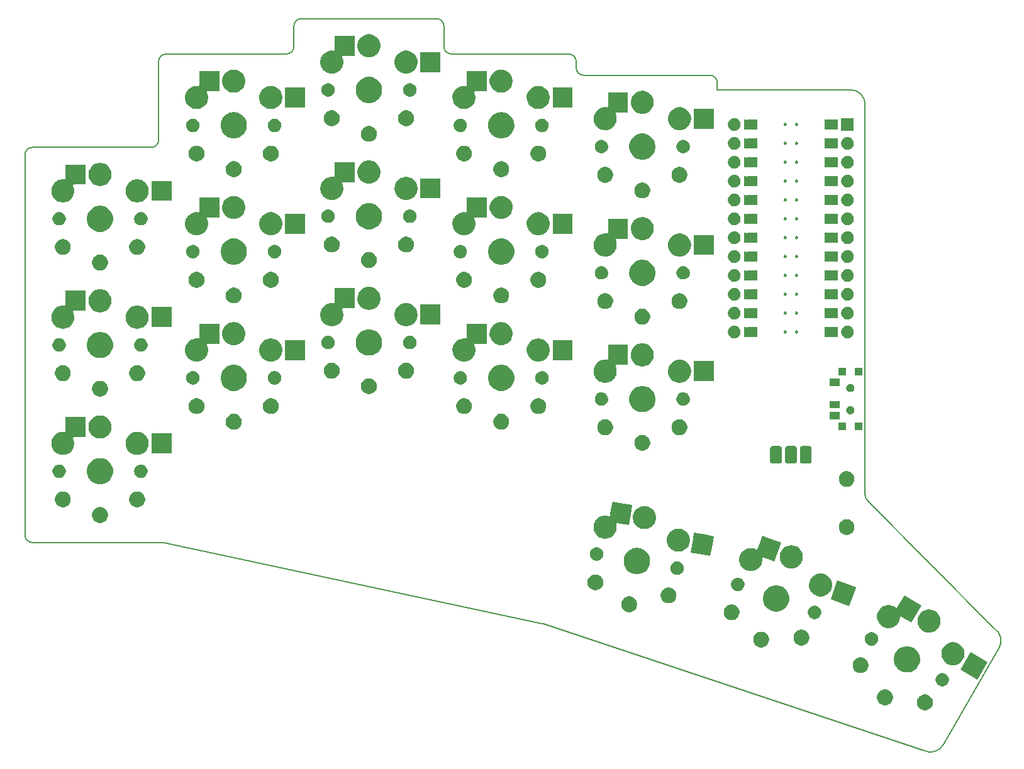
<source format=gbr>
G04 #@! TF.GenerationSoftware,KiCad,Pcbnew,5.1.5+dfsg1-2build2*
G04 #@! TF.CreationDate,2022-10-01T08:21:12+00:00*
G04 #@! TF.ProjectId,board,626f6172-642e-46b6-9963-61645f706362,v1.0.0*
G04 #@! TF.SameCoordinates,Original*
G04 #@! TF.FileFunction,Soldermask,Bot*
G04 #@! TF.FilePolarity,Negative*
%FSLAX46Y46*%
G04 Gerber Fmt 4.6, Leading zero omitted, Abs format (unit mm)*
G04 Created by KiCad (PCBNEW 5.1.5+dfsg1-2build2) date 2022-10-01 08:21:12*
%MOMM*%
%LPD*%
G04 APERTURE LIST*
G04 #@! TA.AperFunction,Profile*
%ADD10C,0.150000*%
G04 #@! TD*
%ADD11C,0.250000*%
%ADD12C,0.100000*%
%ADD13C,0.350000*%
G04 APERTURE END LIST*
D10*
X58900000Y40400000D02*
X76362107Y40400000D01*
X57900000Y41400000D02*
X57900000Y92600000D01*
X58900000Y93600000D02*
X74900000Y93600000D01*
X76900000Y106173000D02*
X93100000Y106173000D01*
X75900000Y94600000D02*
X75900000Y105173000D01*
X95100000Y110935500D02*
X113300000Y110935500D01*
X114300000Y109935500D02*
X114300000Y107173000D01*
X94100000Y107173000D02*
X94100000Y109935500D01*
X115300000Y106173000D02*
X131100000Y106173000D01*
X132100000Y105173000D02*
X132100000Y104315500D01*
X151100000Y101365500D02*
X151100000Y102315500D01*
X133100000Y103315500D02*
X150100000Y103315500D01*
X181522028Y13173828D02*
G75*
G02X178789978Y12441778I-1732050J1000000D01*
G01*
X181522029Y13173828D02*
X189022029Y26164210D01*
X188374085Y28844898D02*
G75*
G02X189022029Y26164210I-1084107J-1680688D01*
G01*
X150100000Y103315500D02*
G75*
G02X151100000Y102315500I0J-1000000D01*
G01*
X133100000Y103315500D02*
G75*
G02X132100000Y104315500I0J1000000D01*
G01*
X131100000Y106173000D02*
G75*
G02X132100000Y105173000I0J-1000000D01*
G01*
X115300000Y106173000D02*
G75*
G02X114300000Y107173000I0J1000000D01*
G01*
X113300000Y110935500D02*
G75*
G02X114300000Y109935500I0J-1000000D01*
G01*
X94100000Y109935500D02*
G75*
G02X95100000Y110935500I1000000J0D01*
G01*
X94100000Y107173000D02*
G75*
G02X93100000Y106173000I-1000000J0D01*
G01*
X75900000Y105173000D02*
G75*
G02X76900000Y106173000I1000000J0D01*
G01*
X75900000Y94600000D02*
G75*
G02X74900000Y93600000I-1000000J0D01*
G01*
X57900000Y92600000D02*
G75*
G02X58900000Y93600000I1000000J0D01*
G01*
X58900000Y40400000D02*
G75*
G02X57900000Y41400000I0J1000000D01*
G01*
X171288969Y46087542D02*
X188205108Y28982080D01*
X178789978Y12441778D02*
X127662129Y29450048D01*
X127555520Y29479080D02*
X76571152Y40377906D01*
X171000000Y46790703D02*
X171000000Y99365500D01*
X169000000Y101365500D02*
G75*
G02X171000000Y99365500I0J-2000000D01*
G01*
X169000000Y101365500D02*
X151100000Y101365500D01*
X76362107Y40400000D02*
G75*
G02X76571152Y40377906I0J-1000000D01*
G01*
X127555520Y29479080D02*
G75*
G02X127662129Y29450048I-209045J-977906D01*
G01*
X188374085Y28844897D02*
G75*
G02X188205108Y28982080I542053J840344D01*
G01*
X171288969Y46087542D02*
G75*
G02X171000000Y46790703I711031J703161D01*
G01*
D11*
G04 #@! TO.C,MCU1*
X160363000Y68745500D02*
G75*
G03X160363000Y68745500I-125000J0D01*
G01*
X161887000Y68745500D02*
G75*
G03X161887000Y68745500I-125000J0D01*
G01*
X160363000Y71285500D02*
G75*
G03X160363000Y71285500I-125000J0D01*
G01*
X161887000Y71285500D02*
G75*
G03X161887000Y71285500I-125000J0D01*
G01*
X160363000Y73825500D02*
G75*
G03X160363000Y73825500I-125000J0D01*
G01*
X161887000Y73825500D02*
G75*
G03X161887000Y73825500I-125000J0D01*
G01*
X160363000Y76365500D02*
G75*
G03X160363000Y76365500I-125000J0D01*
G01*
X161887000Y76365500D02*
G75*
G03X161887000Y76365500I-125000J0D01*
G01*
X160363000Y78905500D02*
G75*
G03X160363000Y78905500I-125000J0D01*
G01*
X161887000Y78905500D02*
G75*
G03X161887000Y78905500I-125000J0D01*
G01*
X160363000Y81445500D02*
G75*
G03X160363000Y81445500I-125000J0D01*
G01*
X161887000Y81445500D02*
G75*
G03X161887000Y81445500I-125000J0D01*
G01*
X160363000Y83985500D02*
G75*
G03X160363000Y83985500I-125000J0D01*
G01*
X161887000Y83985500D02*
G75*
G03X161887000Y83985500I-125000J0D01*
G01*
X160363000Y86525500D02*
G75*
G03X160363000Y86525500I-125000J0D01*
G01*
X161887000Y86525500D02*
G75*
G03X161887000Y86525500I-125000J0D01*
G01*
X160363000Y89065500D02*
G75*
G03X160363000Y89065500I-125000J0D01*
G01*
X161887000Y89065500D02*
G75*
G03X161887000Y89065500I-125000J0D01*
G01*
X160363000Y91605500D02*
G75*
G03X160363000Y91605500I-125000J0D01*
G01*
X161887000Y91605500D02*
G75*
G03X161887000Y91605500I-125000J0D01*
G01*
X161887000Y94145500D02*
G75*
G03X161887000Y94145500I-125000J0D01*
G01*
X160363000Y94145500D02*
G75*
G03X160363000Y94145500I-125000J0D01*
G01*
X160363000Y96685500D02*
G75*
G03X160363000Y96685500I-125000J0D01*
G01*
X161887000Y96685500D02*
G75*
G03X161887000Y96685500I-125000J0D01*
G01*
D12*
G36*
X166080000Y68237500D02*
G01*
X166080000Y69253500D01*
X167096000Y69253500D01*
X167096000Y68237500D01*
X166080000Y68237500D01*
G37*
X166080000Y68237500D02*
X166080000Y69253500D01*
X167096000Y69253500D01*
X167096000Y68237500D01*
X166080000Y68237500D01*
G36*
X166080000Y70777500D02*
G01*
X166080000Y71793500D01*
X167096000Y71793500D01*
X167096000Y70777500D01*
X166080000Y70777500D01*
G37*
X166080000Y70777500D02*
X166080000Y71793500D01*
X167096000Y71793500D01*
X167096000Y70777500D01*
X166080000Y70777500D01*
G36*
X166080000Y73317500D02*
G01*
X166080000Y74333500D01*
X167096000Y74333500D01*
X167096000Y73317500D01*
X166080000Y73317500D01*
G37*
X166080000Y73317500D02*
X166080000Y74333500D01*
X167096000Y74333500D01*
X167096000Y73317500D01*
X166080000Y73317500D01*
G36*
X166080000Y75857500D02*
G01*
X166080000Y76873500D01*
X167096000Y76873500D01*
X167096000Y75857500D01*
X166080000Y75857500D01*
G37*
X166080000Y75857500D02*
X166080000Y76873500D01*
X167096000Y76873500D01*
X167096000Y75857500D01*
X166080000Y75857500D01*
G36*
X166080000Y78397500D02*
G01*
X166080000Y79413500D01*
X167096000Y79413500D01*
X167096000Y78397500D01*
X166080000Y78397500D01*
G37*
X166080000Y78397500D02*
X166080000Y79413500D01*
X167096000Y79413500D01*
X167096000Y78397500D01*
X166080000Y78397500D01*
G36*
X166080000Y80937500D02*
G01*
X166080000Y81953500D01*
X167096000Y81953500D01*
X167096000Y80937500D01*
X166080000Y80937500D01*
G37*
X166080000Y80937500D02*
X166080000Y81953500D01*
X167096000Y81953500D01*
X167096000Y80937500D01*
X166080000Y80937500D01*
G36*
X166080000Y83477500D02*
G01*
X166080000Y84493500D01*
X167096000Y84493500D01*
X167096000Y83477500D01*
X166080000Y83477500D01*
G37*
X166080000Y83477500D02*
X166080000Y84493500D01*
X167096000Y84493500D01*
X167096000Y83477500D01*
X166080000Y83477500D01*
G36*
X166080000Y86017500D02*
G01*
X166080000Y87033500D01*
X167096000Y87033500D01*
X167096000Y86017500D01*
X166080000Y86017500D01*
G37*
X166080000Y86017500D02*
X166080000Y87033500D01*
X167096000Y87033500D01*
X167096000Y86017500D01*
X166080000Y86017500D01*
G36*
X166080000Y88557500D02*
G01*
X166080000Y89573500D01*
X167096000Y89573500D01*
X167096000Y88557500D01*
X166080000Y88557500D01*
G37*
X166080000Y88557500D02*
X166080000Y89573500D01*
X167096000Y89573500D01*
X167096000Y88557500D01*
X166080000Y88557500D01*
G36*
X166080000Y91097500D02*
G01*
X166080000Y92113500D01*
X167096000Y92113500D01*
X167096000Y91097500D01*
X166080000Y91097500D01*
G37*
X166080000Y91097500D02*
X166080000Y92113500D01*
X167096000Y92113500D01*
X167096000Y91097500D01*
X166080000Y91097500D01*
G36*
X166080000Y93637500D02*
G01*
X166080000Y94653500D01*
X167096000Y94653500D01*
X167096000Y93637500D01*
X166080000Y93637500D01*
G37*
X166080000Y93637500D02*
X166080000Y94653500D01*
X167096000Y94653500D01*
X167096000Y93637500D01*
X166080000Y93637500D01*
G36*
X166080000Y96177500D02*
G01*
X166080000Y97193500D01*
X167096000Y97193500D01*
X167096000Y96177500D01*
X166080000Y96177500D01*
G37*
X166080000Y96177500D02*
X166080000Y97193500D01*
X167096000Y97193500D01*
X167096000Y96177500D01*
X166080000Y96177500D01*
G36*
X155920000Y69253500D02*
G01*
X155920000Y68237500D01*
X154904000Y68237500D01*
X154904000Y69253500D01*
X155920000Y69253500D01*
G37*
X155920000Y69253500D02*
X155920000Y68237500D01*
X154904000Y68237500D01*
X154904000Y69253500D01*
X155920000Y69253500D01*
G36*
X155920000Y71793500D02*
G01*
X155920000Y70777500D01*
X154904000Y70777500D01*
X154904000Y71793500D01*
X155920000Y71793500D01*
G37*
X155920000Y71793500D02*
X155920000Y70777500D01*
X154904000Y70777500D01*
X154904000Y71793500D01*
X155920000Y71793500D01*
G36*
X155920000Y74333500D02*
G01*
X155920000Y73317500D01*
X154904000Y73317500D01*
X154904000Y74333500D01*
X155920000Y74333500D01*
G37*
X155920000Y74333500D02*
X155920000Y73317500D01*
X154904000Y73317500D01*
X154904000Y74333500D01*
X155920000Y74333500D01*
G36*
X155920000Y76873500D02*
G01*
X155920000Y75857500D01*
X154904000Y75857500D01*
X154904000Y76873500D01*
X155920000Y76873500D01*
G37*
X155920000Y76873500D02*
X155920000Y75857500D01*
X154904000Y75857500D01*
X154904000Y76873500D01*
X155920000Y76873500D01*
G36*
X155920000Y79413500D02*
G01*
X155920000Y78397500D01*
X154904000Y78397500D01*
X154904000Y79413500D01*
X155920000Y79413500D01*
G37*
X155920000Y79413500D02*
X155920000Y78397500D01*
X154904000Y78397500D01*
X154904000Y79413500D01*
X155920000Y79413500D01*
G36*
X155920000Y81953500D02*
G01*
X155920000Y80937500D01*
X154904000Y80937500D01*
X154904000Y81953500D01*
X155920000Y81953500D01*
G37*
X155920000Y81953500D02*
X155920000Y80937500D01*
X154904000Y80937500D01*
X154904000Y81953500D01*
X155920000Y81953500D01*
G36*
X155920000Y84493500D02*
G01*
X155920000Y83477500D01*
X154904000Y83477500D01*
X154904000Y84493500D01*
X155920000Y84493500D01*
G37*
X155920000Y84493500D02*
X155920000Y83477500D01*
X154904000Y83477500D01*
X154904000Y84493500D01*
X155920000Y84493500D01*
G36*
X155920000Y87033500D02*
G01*
X155920000Y86017500D01*
X154904000Y86017500D01*
X154904000Y87033500D01*
X155920000Y87033500D01*
G37*
X155920000Y87033500D02*
X155920000Y86017500D01*
X154904000Y86017500D01*
X154904000Y87033500D01*
X155920000Y87033500D01*
G36*
X155920000Y89573500D02*
G01*
X155920000Y88557500D01*
X154904000Y88557500D01*
X154904000Y89573500D01*
X155920000Y89573500D01*
G37*
X155920000Y89573500D02*
X155920000Y88557500D01*
X154904000Y88557500D01*
X154904000Y89573500D01*
X155920000Y89573500D01*
G36*
X155920000Y92113500D02*
G01*
X155920000Y91097500D01*
X154904000Y91097500D01*
X154904000Y92113500D01*
X155920000Y92113500D01*
G37*
X155920000Y92113500D02*
X155920000Y91097500D01*
X154904000Y91097500D01*
X154904000Y92113500D01*
X155920000Y92113500D01*
G36*
X155920000Y94653500D02*
G01*
X155920000Y93637500D01*
X154904000Y93637500D01*
X154904000Y94653500D01*
X155920000Y94653500D01*
G37*
X155920000Y94653500D02*
X155920000Y93637500D01*
X154904000Y93637500D01*
X154904000Y94653500D01*
X155920000Y94653500D01*
G36*
X155920000Y97193500D02*
G01*
X155920000Y96177500D01*
X154904000Y96177500D01*
X154904000Y97193500D01*
X155920000Y97193500D01*
G37*
X155920000Y97193500D02*
X155920000Y96177500D01*
X154904000Y96177500D01*
X154904000Y97193500D01*
X155920000Y97193500D01*
D13*
G36*
X179353068Y19903138D02*
G01*
X179547066Y19822781D01*
X179721662Y19706120D01*
X179870144Y19557638D01*
X179986805Y19383042D01*
X180067162Y19189044D01*
X180108127Y18983096D01*
X180108127Y18773110D01*
X180067162Y18567162D01*
X179986805Y18373164D01*
X179870144Y18198568D01*
X179721662Y18050086D01*
X179547066Y17933425D01*
X179353068Y17853068D01*
X179147120Y17812103D01*
X178937134Y17812103D01*
X178731186Y17853068D01*
X178537188Y17933425D01*
X178362592Y18050086D01*
X178214110Y18198568D01*
X178097449Y18373164D01*
X178017092Y18567162D01*
X177976127Y18773110D01*
X177976127Y18983096D01*
X178017092Y19189044D01*
X178097449Y19383042D01*
X178214110Y19557638D01*
X178362592Y19706120D01*
X178537188Y19822781D01*
X178731186Y19903138D01*
X178937134Y19944103D01*
X179147120Y19944103D01*
X179353068Y19903138D01*
G37*
G36*
X173972941Y20584485D02*
G01*
X174166939Y20504128D01*
X174341535Y20387467D01*
X174490017Y20238985D01*
X174606678Y20064389D01*
X174687035Y19870391D01*
X174728000Y19664443D01*
X174728000Y19454457D01*
X174687035Y19248509D01*
X174606678Y19054511D01*
X174490017Y18879915D01*
X174341535Y18731433D01*
X174166939Y18614772D01*
X173972941Y18534415D01*
X173766993Y18493450D01*
X173557007Y18493450D01*
X173351059Y18534415D01*
X173157061Y18614772D01*
X172982465Y18731433D01*
X172833983Y18879915D01*
X172717322Y19054511D01*
X172636965Y19248509D01*
X172596000Y19454457D01*
X172596000Y19664443D01*
X172636965Y19870391D01*
X172717322Y20064389D01*
X172833983Y20238985D01*
X172982465Y20387467D01*
X173157061Y20504128D01*
X173351059Y20584485D01*
X173557007Y20625450D01*
X173766993Y20625450D01*
X173972941Y20584485D01*
G37*
G36*
X181550897Y22802589D02*
G01*
X181637923Y22785279D01*
X181719899Y22751323D01*
X181801877Y22717367D01*
X181949428Y22618777D01*
X182074917Y22493288D01*
X182173507Y22345737D01*
X182241419Y22181782D01*
X182276040Y22007732D01*
X182276040Y21830268D01*
X182241419Y21656218D01*
X182173507Y21492263D01*
X182074917Y21344712D01*
X181949428Y21219223D01*
X181801877Y21120633D01*
X181637923Y21052721D01*
X181550897Y21035410D01*
X181463872Y21018100D01*
X181286408Y21018100D01*
X181199383Y21035410D01*
X181112357Y21052721D01*
X180948403Y21120633D01*
X180800852Y21219223D01*
X180675363Y21344712D01*
X180576773Y21492263D01*
X180508861Y21656218D01*
X180474240Y21830268D01*
X180474240Y22007732D01*
X180508861Y22181782D01*
X180576773Y22345737D01*
X180675363Y22493288D01*
X180800852Y22618777D01*
X180948403Y22717367D01*
X181030381Y22751323D01*
X181112357Y22785279D01*
X181199383Y22802589D01*
X181286408Y22819900D01*
X181463872Y22819900D01*
X181550897Y22802589D01*
G37*
G36*
X187497494Y24273229D02*
G01*
X186147494Y21934961D01*
X183809226Y23284961D01*
X185159226Y25623229D01*
X187497494Y24273229D01*
G37*
G36*
X170692814Y24903138D02*
G01*
X170886812Y24822781D01*
X171061408Y24706120D01*
X171209890Y24557638D01*
X171326551Y24383042D01*
X171406908Y24189044D01*
X171447873Y23983096D01*
X171447873Y23773110D01*
X171406908Y23567162D01*
X171326551Y23373164D01*
X171209890Y23198568D01*
X171061408Y23050086D01*
X170886812Y22933425D01*
X170692814Y22853068D01*
X170486866Y22812103D01*
X170276880Y22812103D01*
X170070932Y22853068D01*
X169876934Y22933425D01*
X169702338Y23050086D01*
X169553856Y23198568D01*
X169437195Y23373164D01*
X169356838Y23567162D01*
X169315873Y23773110D01*
X169315873Y23983096D01*
X169356838Y24189044D01*
X169437195Y24383042D01*
X169553856Y24557638D01*
X169702338Y24706120D01*
X169876934Y24822781D01*
X170070932Y24903138D01*
X170276880Y24944103D01*
X170486866Y24944103D01*
X170692814Y24903138D01*
G37*
G36*
X176828255Y26425053D02*
G01*
X177126686Y26365692D01*
X177447804Y26232680D01*
X177736803Y26039577D01*
X177982577Y25793803D01*
X178175680Y25504804D01*
X178308692Y25183686D01*
X178376500Y24842788D01*
X178376500Y24495212D01*
X178308692Y24154314D01*
X178175680Y23833196D01*
X177982577Y23544197D01*
X177736803Y23298423D01*
X177447804Y23105320D01*
X177126686Y22972308D01*
X176828255Y22912947D01*
X176785789Y22904500D01*
X176438211Y22904500D01*
X176395745Y22912947D01*
X176097314Y22972308D01*
X175776196Y23105320D01*
X175487197Y23298423D01*
X175241423Y23544197D01*
X175048320Y23833196D01*
X174915308Y24154314D01*
X174847500Y24495212D01*
X174847500Y24842788D01*
X174915308Y25183686D01*
X175048320Y25504804D01*
X175241423Y25793803D01*
X175487197Y26039577D01*
X175776196Y26232680D01*
X176097314Y26365692D01*
X176395745Y26425053D01*
X176438211Y26433500D01*
X176785789Y26433500D01*
X176828255Y26425053D01*
G37*
G36*
X183119517Y26936812D02*
G01*
X183269245Y26907030D01*
X183386087Y26858632D01*
X183551326Y26790188D01*
X183635566Y26733901D01*
X183805195Y26620559D01*
X184021091Y26404663D01*
X184134433Y26235034D01*
X184190720Y26150794D01*
X184236788Y26039576D01*
X184307562Y25868713D01*
X184337345Y25718985D01*
X184356392Y25623229D01*
X184367127Y25569257D01*
X184367127Y25263933D01*
X184307562Y24964477D01*
X184282154Y24903138D01*
X184190720Y24682396D01*
X184190719Y24682395D01*
X184021091Y24428527D01*
X183805195Y24212631D01*
X183635566Y24099289D01*
X183551326Y24043002D01*
X183406700Y23983096D01*
X183269245Y23926160D01*
X183119517Y23896378D01*
X182969790Y23866595D01*
X182664464Y23866595D01*
X182514737Y23896378D01*
X182365009Y23926160D01*
X182227554Y23983096D01*
X182082928Y24043002D01*
X181998688Y24099289D01*
X181829059Y24212631D01*
X181613163Y24428527D01*
X181443535Y24682395D01*
X181443534Y24682396D01*
X181352100Y24903138D01*
X181326692Y24964477D01*
X181267127Y25263933D01*
X181267127Y25569257D01*
X181277863Y25623229D01*
X181296909Y25718985D01*
X181326692Y25868713D01*
X181397466Y26039576D01*
X181443534Y26150794D01*
X181499821Y26235034D01*
X181613163Y26404663D01*
X181829059Y26620559D01*
X181998688Y26733901D01*
X182082928Y26790188D01*
X182248167Y26858632D01*
X182365009Y26907030D01*
X182514737Y26936812D01*
X182664464Y26966595D01*
X182969790Y26966595D01*
X183119517Y26936812D01*
G37*
G36*
X157310022Y28354249D02*
G01*
X157504020Y28273892D01*
X157678616Y28157231D01*
X157827098Y28008749D01*
X157943759Y27834153D01*
X158024116Y27640155D01*
X158065081Y27434207D01*
X158065081Y27224221D01*
X158024116Y27018273D01*
X157943759Y26824275D01*
X157827098Y26649679D01*
X157678616Y26501197D01*
X157504020Y26384536D01*
X157310022Y26304179D01*
X157104074Y26263214D01*
X156894088Y26263214D01*
X156688140Y26304179D01*
X156494142Y26384536D01*
X156319546Y26501197D01*
X156171064Y26649679D01*
X156054403Y26824275D01*
X155974046Y27018273D01*
X155933081Y27224221D01*
X155933081Y27434207D01*
X155974046Y27640155D01*
X156054403Y27834153D01*
X156171064Y28008749D01*
X156319546Y28157231D01*
X156494142Y28273892D01*
X156688140Y28354249D01*
X156894088Y28395214D01*
X157104074Y28395214D01*
X157310022Y28354249D01*
G37*
G36*
X172024617Y28302590D02*
G01*
X172111643Y28285279D01*
X172193619Y28251323D01*
X172275597Y28217367D01*
X172423148Y28118777D01*
X172548637Y27993288D01*
X172647227Y27845737D01*
X172652025Y27834153D01*
X172708646Y27697459D01*
X172715139Y27681782D01*
X172749760Y27507732D01*
X172749760Y27330268D01*
X172715139Y27156218D01*
X172647227Y26992263D01*
X172548637Y26844712D01*
X172423148Y26719223D01*
X172275597Y26620633D01*
X172193619Y26586677D01*
X172111643Y26552721D01*
X172024617Y26535410D01*
X171937592Y26518100D01*
X171760128Y26518100D01*
X171673103Y26535410D01*
X171586077Y26552721D01*
X171504101Y26586677D01*
X171422123Y26620633D01*
X171274572Y26719223D01*
X171149083Y26844712D01*
X171050493Y26992263D01*
X170982581Y27156218D01*
X170947960Y27330268D01*
X170947960Y27507732D01*
X170982581Y27681782D01*
X170989075Y27697459D01*
X171045695Y27834153D01*
X171050493Y27845737D01*
X171149083Y27993288D01*
X171274572Y28118777D01*
X171422123Y28217367D01*
X171504101Y28251323D01*
X171586077Y28285279D01*
X171673103Y28302590D01*
X171760128Y28319900D01*
X171937592Y28319900D01*
X172024617Y28302590D01*
G37*
G36*
X162726728Y28617502D02*
G01*
X162920726Y28537145D01*
X163095322Y28420484D01*
X163243804Y28272002D01*
X163360465Y28097406D01*
X163440822Y27903408D01*
X163481787Y27697460D01*
X163481787Y27487474D01*
X163440822Y27281526D01*
X163360465Y27087528D01*
X163243804Y26912932D01*
X163095322Y26764450D01*
X162920726Y26647789D01*
X162726728Y26567432D01*
X162520780Y26526467D01*
X162310794Y26526467D01*
X162104846Y26567432D01*
X161910848Y26647789D01*
X161736252Y26764450D01*
X161587770Y26912932D01*
X161471109Y27087528D01*
X161390752Y27281526D01*
X161349787Y27487474D01*
X161349787Y27697460D01*
X161390752Y27903408D01*
X161471109Y28097406D01*
X161587770Y28272002D01*
X161736252Y28420484D01*
X161910848Y28537145D01*
X162104846Y28617502D01*
X162310794Y28658467D01*
X162520780Y28658467D01*
X162726728Y28617502D01*
G37*
G36*
X179889390Y31342068D02*
G01*
X180039118Y31312286D01*
X180155960Y31263888D01*
X180321199Y31195444D01*
X180399901Y31142857D01*
X180575068Y31025815D01*
X180790964Y30809919D01*
X180844693Y30729507D01*
X180960593Y30556050D01*
X181020499Y30411424D01*
X181072165Y30286693D01*
X181077435Y30273968D01*
X181137000Y29974514D01*
X181137000Y29669188D01*
X181077435Y29369734D01*
X180960593Y29087652D01*
X180930759Y29043002D01*
X180790964Y28833783D01*
X180575068Y28617887D01*
X180405439Y28504545D01*
X180321199Y28448258D01*
X180193139Y28395214D01*
X180039118Y28331416D01*
X179889390Y28301633D01*
X179739663Y28271851D01*
X179434337Y28271851D01*
X179284610Y28301634D01*
X179134882Y28331416D01*
X178980861Y28395214D01*
X178852801Y28448258D01*
X178768561Y28504545D01*
X178598932Y28617887D01*
X178383036Y28833783D01*
X178243241Y29043002D01*
X178213407Y29087652D01*
X178096565Y29369734D01*
X178037000Y29669188D01*
X178037000Y29974514D01*
X178096565Y30273968D01*
X178101836Y30286693D01*
X178153501Y30411424D01*
X178213407Y30556050D01*
X178329307Y30729507D01*
X178383036Y30809919D01*
X178598932Y31025815D01*
X178774099Y31142857D01*
X178852801Y31195444D01*
X179018040Y31263888D01*
X179134882Y31312286D01*
X179284610Y31342068D01*
X179434337Y31371851D01*
X179739663Y31371851D01*
X179889390Y31342068D01*
G37*
G36*
X178594901Y31953485D02*
G01*
X177244901Y29615216D01*
X175894371Y30394945D01*
X175872052Y30405058D01*
X175848188Y30410623D01*
X175823697Y30411424D01*
X175799520Y30407433D01*
X175776586Y30398801D01*
X175755777Y30385861D01*
X175737893Y30369111D01*
X175723620Y30349192D01*
X175713507Y30326873D01*
X175707942Y30303009D01*
X175706873Y30286693D01*
X175706873Y30263933D01*
X175647308Y29964477D01*
X175598910Y29847635D01*
X175530466Y29682396D01*
X175485578Y29615217D01*
X175360837Y29428527D01*
X175144941Y29212631D01*
X174975312Y29099289D01*
X174891072Y29043002D01*
X174725833Y28974558D01*
X174608991Y28926160D01*
X174459263Y28896378D01*
X174309536Y28866595D01*
X174004210Y28866595D01*
X173854483Y28896377D01*
X173704755Y28926160D01*
X173587913Y28974558D01*
X173422674Y29043002D01*
X173338434Y29099289D01*
X173168805Y29212631D01*
X172952909Y29428527D01*
X172828168Y29615217D01*
X172783280Y29682396D01*
X172714836Y29847635D01*
X172666438Y29964477D01*
X172606873Y30263933D01*
X172606873Y30569257D01*
X172666438Y30868713D01*
X172746707Y31062499D01*
X172783280Y31150794D01*
X172891185Y31312286D01*
X172952909Y31404663D01*
X173168805Y31620559D01*
X173422673Y31790187D01*
X173422674Y31790188D01*
X173587913Y31858632D01*
X173704755Y31907030D01*
X173854483Y31936813D01*
X174004210Y31966595D01*
X174309536Y31966595D01*
X174459263Y31936813D01*
X174608991Y31907030D01*
X174725833Y31858632D01*
X174891072Y31790188D01*
X174891073Y31790187D01*
X175135045Y31627171D01*
X175156649Y31615624D01*
X175180098Y31608511D01*
X175204484Y31606109D01*
X175228870Y31608511D01*
X175252319Y31615624D01*
X175273930Y31627175D01*
X175292872Y31642720D01*
X175312736Y31668608D01*
X176256633Y33303485D01*
X178594901Y31953485D01*
G37*
G36*
X153329801Y32037704D02*
G01*
X153523799Y31957347D01*
X153698395Y31840686D01*
X153846877Y31692204D01*
X153963538Y31517608D01*
X154043895Y31323610D01*
X154084860Y31117662D01*
X154084860Y30907676D01*
X154043895Y30701728D01*
X153963538Y30507730D01*
X153846877Y30333134D01*
X153698395Y30184652D01*
X153523799Y30067991D01*
X153329801Y29987634D01*
X153123853Y29946669D01*
X152913867Y29946669D01*
X152707919Y29987634D01*
X152513921Y30067991D01*
X152339325Y30184652D01*
X152190843Y30333134D01*
X152074182Y30507730D01*
X151993825Y30701728D01*
X151952860Y30907676D01*
X151952860Y31117662D01*
X151993825Y31323610D01*
X152074182Y31517608D01*
X152190843Y31692204D01*
X152339325Y31840686D01*
X152513921Y31957347D01*
X152707919Y32037704D01*
X152913867Y32078669D01*
X153123853Y32078669D01*
X153329801Y32037704D01*
G37*
G36*
X164361066Y31875879D02*
G01*
X164448092Y31858568D01*
X164612046Y31790656D01*
X164759597Y31692066D01*
X164885086Y31566577D01*
X164983676Y31419026D01*
X165003216Y31371851D01*
X165049747Y31259517D01*
X165051588Y31255071D01*
X165086209Y31081021D01*
X165086209Y30903557D01*
X165051588Y30729507D01*
X164983676Y30565552D01*
X164885086Y30418001D01*
X164759597Y30292512D01*
X164612046Y30193922D01*
X164530068Y30159966D01*
X164448092Y30126010D01*
X164361066Y30108700D01*
X164274041Y30091389D01*
X164096577Y30091389D01*
X164009552Y30108700D01*
X163922526Y30126010D01*
X163758572Y30193922D01*
X163611021Y30292512D01*
X163485532Y30418001D01*
X163386942Y30565552D01*
X163319030Y30729507D01*
X163284409Y30903557D01*
X163284409Y31081021D01*
X163319030Y31255071D01*
X163320872Y31259517D01*
X163367402Y31371851D01*
X163386942Y31419026D01*
X163485532Y31566577D01*
X163611021Y31692066D01*
X163758572Y31790656D01*
X163922526Y31858568D01*
X164009552Y31875878D01*
X164096577Y31893189D01*
X164274041Y31893189D01*
X164361066Y31875879D01*
G37*
G36*
X139552417Y33112569D02*
G01*
X139746415Y33032212D01*
X139921011Y32915551D01*
X140069493Y32767069D01*
X140186154Y32592473D01*
X140266511Y32398475D01*
X140307476Y32192527D01*
X140307476Y31982541D01*
X140266511Y31776593D01*
X140186154Y31582595D01*
X140069493Y31407999D01*
X139921011Y31259517D01*
X139746415Y31142856D01*
X139552417Y31062499D01*
X139346469Y31021534D01*
X139136483Y31021534D01*
X138930535Y31062499D01*
X138736537Y31142856D01*
X138561941Y31259517D01*
X138413459Y31407999D01*
X138296798Y31582595D01*
X138216441Y31776593D01*
X138175476Y31982541D01*
X138175476Y32192527D01*
X138216441Y32398475D01*
X138296798Y32592473D01*
X138413459Y32767069D01*
X138561941Y32915551D01*
X138736537Y33032212D01*
X138930535Y33112569D01*
X139136483Y33153534D01*
X139346469Y33153534D01*
X139552417Y33112569D01*
G37*
G36*
X159233255Y34629453D02*
G01*
X159531686Y34570092D01*
X159852804Y34437080D01*
X160141803Y34243977D01*
X160387577Y33998203D01*
X160580680Y33709204D01*
X160713692Y33388086D01*
X160781500Y33047188D01*
X160781500Y32699612D01*
X160713692Y32358714D01*
X160580680Y32037596D01*
X160387577Y31748597D01*
X160141803Y31502823D01*
X159852804Y31309720D01*
X159531686Y31176708D01*
X159234838Y31117662D01*
X159190789Y31108900D01*
X158843211Y31108900D01*
X158799162Y31117662D01*
X158502314Y31176708D01*
X158181196Y31309720D01*
X157892197Y31502823D01*
X157646423Y31748597D01*
X157453320Y32037596D01*
X157320308Y32358714D01*
X157252500Y32699612D01*
X157252500Y33047188D01*
X157320308Y33388086D01*
X157453320Y33709204D01*
X157646423Y33998203D01*
X157892197Y34243977D01*
X158181196Y34437080D01*
X158502314Y34570092D01*
X158800745Y34629453D01*
X158843211Y34637900D01*
X159190789Y34637900D01*
X159233255Y34629453D01*
G37*
G36*
X167731569Y35128863D02*
G01*
X169805844Y34373889D01*
X169805844Y34373888D01*
X169689682Y34054736D01*
X168882390Y31836719D01*
X168882389Y31836719D01*
X167904818Y32192526D01*
X166345220Y32760173D01*
X166353329Y32782451D01*
X166608374Y33483183D01*
X167268674Y35297343D01*
X167268675Y35297343D01*
X167731569Y35128863D01*
G37*
G36*
X144841117Y34312425D02*
G01*
X145035115Y34232068D01*
X145209711Y34115407D01*
X145358193Y33966925D01*
X145474854Y33792329D01*
X145555211Y33598331D01*
X145596176Y33392383D01*
X145596176Y33182397D01*
X145555211Y32976449D01*
X145474854Y32782451D01*
X145358193Y32607855D01*
X145209711Y32459373D01*
X145035115Y32342712D01*
X144841117Y32262355D01*
X144635169Y32221390D01*
X144425183Y32221390D01*
X144219235Y32262355D01*
X144025237Y32342712D01*
X143850641Y32459373D01*
X143702159Y32607855D01*
X143585498Y32782451D01*
X143505141Y32976449D01*
X143464176Y33182397D01*
X143464176Y33392383D01*
X143505141Y33598331D01*
X143585498Y33792329D01*
X143702159Y33966925D01*
X143850641Y34115407D01*
X144025237Y34232068D01*
X144219235Y34312425D01*
X144425183Y34353390D01*
X144635169Y34353390D01*
X144841117Y34312425D01*
G37*
G36*
X165300429Y36207365D02*
G01*
X165450157Y36177582D01*
X165556821Y36133400D01*
X165732238Y36060740D01*
X165816478Y36004453D01*
X165986107Y35891111D01*
X166202003Y35675215D01*
X166238368Y35620790D01*
X166371632Y35421346D01*
X166440076Y35256107D01*
X166488474Y35139265D01*
X166518256Y34989537D01*
X166548039Y34839810D01*
X166548039Y34534484D01*
X166539534Y34491728D01*
X166488474Y34235029D01*
X166440076Y34118187D01*
X166371632Y33952948D01*
X166371631Y33952947D01*
X166202003Y33699079D01*
X165986107Y33483183D01*
X165850214Y33392383D01*
X165732238Y33313554D01*
X165566999Y33245110D01*
X165450157Y33196712D01*
X165378195Y33182398D01*
X165150702Y33137147D01*
X164845376Y33137147D01*
X164617883Y33182398D01*
X164545921Y33196712D01*
X164429079Y33245110D01*
X164263840Y33313554D01*
X164145864Y33392383D01*
X164009971Y33483183D01*
X163794075Y33699079D01*
X163624447Y33952947D01*
X163624446Y33952948D01*
X163556002Y34118187D01*
X163507604Y34235029D01*
X163456544Y34491728D01*
X163448039Y34534484D01*
X163448039Y34839810D01*
X163477822Y34989537D01*
X163507604Y35139265D01*
X163556002Y35256107D01*
X163624446Y35421346D01*
X163757710Y35620790D01*
X163794075Y35675215D01*
X164009971Y35891111D01*
X164179600Y36004453D01*
X164263840Y36060740D01*
X164439257Y36133400D01*
X164545921Y36177582D01*
X164695649Y36207365D01*
X164845376Y36237147D01*
X165150702Y36237147D01*
X165300429Y36207365D01*
G37*
G36*
X154024448Y35638101D02*
G01*
X154111474Y35620790D01*
X154193450Y35586834D01*
X154275428Y35552878D01*
X154422979Y35454288D01*
X154548468Y35328799D01*
X154647058Y35181248D01*
X154714970Y35017293D01*
X154749591Y34843243D01*
X154749591Y34665779D01*
X154714970Y34491729D01*
X154647058Y34327774D01*
X154548468Y34180223D01*
X154422979Y34054734D01*
X154275428Y33956144D01*
X154111474Y33888232D01*
X154024448Y33870922D01*
X153937423Y33853611D01*
X153759959Y33853611D01*
X153672934Y33870921D01*
X153585908Y33888232D01*
X153421954Y33956144D01*
X153274403Y34054734D01*
X153148914Y34180223D01*
X153050324Y34327774D01*
X152982412Y34491729D01*
X152947791Y34665779D01*
X152947791Y34843243D01*
X152982412Y35017293D01*
X153050324Y35181248D01*
X153148914Y35328799D01*
X153274403Y35454288D01*
X153421954Y35552878D01*
X153503932Y35586834D01*
X153585908Y35620790D01*
X153672934Y35638100D01*
X153759959Y35655411D01*
X153937423Y35655411D01*
X154024448Y35638101D01*
G37*
G36*
X134993039Y36048906D02*
G01*
X135187037Y35968549D01*
X135361633Y35851888D01*
X135510115Y35703406D01*
X135626776Y35528810D01*
X135707133Y35334812D01*
X135748098Y35128864D01*
X135748098Y34918878D01*
X135707133Y34712930D01*
X135626776Y34518932D01*
X135510115Y34344336D01*
X135361633Y34195854D01*
X135187037Y34079193D01*
X134993039Y33998836D01*
X134787091Y33957871D01*
X134577105Y33957871D01*
X134371157Y33998836D01*
X134177159Y34079193D01*
X134002563Y34195854D01*
X133854081Y34344336D01*
X133737420Y34518932D01*
X133657063Y34712930D01*
X133616098Y34918878D01*
X133616098Y35128864D01*
X133657063Y35334812D01*
X133737420Y35528810D01*
X133854081Y35703406D01*
X134002563Y35851888D01*
X134177159Y35968549D01*
X134371157Y36048906D01*
X134577105Y36089871D01*
X134787091Y36089871D01*
X134993039Y36048906D01*
G37*
G36*
X145858200Y37826424D02*
G01*
X145945226Y37809114D01*
X146109180Y37741202D01*
X146256731Y37642612D01*
X146382220Y37517123D01*
X146480810Y37369572D01*
X146548722Y37205617D01*
X146583343Y37031567D01*
X146583343Y36854103D01*
X146548722Y36680053D01*
X146480810Y36516098D01*
X146382220Y36368547D01*
X146256731Y36243058D01*
X146109180Y36144468D01*
X146082459Y36133400D01*
X145945226Y36076556D01*
X145865713Y36060740D01*
X145771175Y36041935D01*
X145593711Y36041935D01*
X145499173Y36060740D01*
X145419660Y36076556D01*
X145282427Y36133400D01*
X145255706Y36144468D01*
X145108155Y36243058D01*
X144982666Y36368547D01*
X144884076Y36516098D01*
X144816164Y36680053D01*
X144781543Y36854103D01*
X144781543Y37031567D01*
X144816164Y37205617D01*
X144884076Y37369572D01*
X144982666Y37517123D01*
X145108155Y37642612D01*
X145255706Y37741202D01*
X145419660Y37809114D01*
X145506686Y37826424D01*
X145593711Y37843735D01*
X145771175Y37843735D01*
X145858200Y37826424D01*
G37*
G36*
X140482255Y39653953D02*
G01*
X140780686Y39594592D01*
X141101804Y39461580D01*
X141390803Y39268477D01*
X141636577Y39022703D01*
X141829680Y38733704D01*
X141962692Y38412586D01*
X142030500Y38071688D01*
X142030500Y37724112D01*
X141962692Y37383214D01*
X141829680Y37062096D01*
X141636577Y36773097D01*
X141390803Y36527323D01*
X141101804Y36334220D01*
X140780686Y36201208D01*
X140495431Y36144468D01*
X140439789Y36133400D01*
X140092211Y36133400D01*
X140036569Y36144468D01*
X139751314Y36201208D01*
X139430196Y36334220D01*
X139141197Y36527323D01*
X138895423Y36773097D01*
X138702320Y37062096D01*
X138569308Y37383214D01*
X138501500Y37724112D01*
X138501500Y38071688D01*
X138569308Y38412586D01*
X138702320Y38733704D01*
X138895423Y39022703D01*
X139141197Y39268477D01*
X139430196Y39461580D01*
X139751314Y39594592D01*
X140049745Y39653953D01*
X140092211Y39662400D01*
X140439789Y39662400D01*
X140482255Y39653953D01*
G37*
G36*
X157552849Y41174805D02*
G01*
X159704839Y40391545D01*
X158781385Y37854375D01*
X158781384Y37854375D01*
X158184322Y38071688D01*
X157318856Y38386692D01*
X157295126Y38392773D01*
X157270659Y38394109D01*
X157246401Y38390646D01*
X157223284Y38382517D01*
X157202198Y38370034D01*
X157183952Y38353677D01*
X157169248Y38334075D01*
X157158650Y38311981D01*
X157152567Y38288244D01*
X157151112Y38269229D01*
X157151112Y37954686D01*
X157091547Y37655230D01*
X157043149Y37538388D01*
X156974705Y37373149D01*
X156974704Y37373148D01*
X156805076Y37119280D01*
X156589180Y36903384D01*
X156515425Y36854103D01*
X156335311Y36733755D01*
X156205660Y36680052D01*
X156053230Y36616913D01*
X155903502Y36587131D01*
X155753775Y36557348D01*
X155448449Y36557348D01*
X155298722Y36587131D01*
X155148994Y36616913D01*
X154996564Y36680052D01*
X154866913Y36733755D01*
X154686799Y36854103D01*
X154613044Y36903384D01*
X154397148Y37119280D01*
X154227520Y37373148D01*
X154227519Y37373149D01*
X154159075Y37538388D01*
X154110677Y37655230D01*
X154051112Y37954686D01*
X154051112Y38260010D01*
X154054825Y38278675D01*
X154110677Y38559465D01*
X154123356Y38590074D01*
X154195495Y38764234D01*
X154227519Y38841547D01*
X154294437Y38941697D01*
X154397148Y39095416D01*
X154613044Y39311312D01*
X154824556Y39452639D01*
X154866913Y39480941D01*
X155040256Y39552742D01*
X155148994Y39597783D01*
X155298722Y39627565D01*
X155448449Y39657348D01*
X155753775Y39657348D01*
X155903502Y39627566D01*
X156053230Y39597783D01*
X156187836Y39542027D01*
X156335313Y39480940D01*
X156335451Y39480848D01*
X156357062Y39469296D01*
X156380510Y39462182D01*
X156404896Y39459780D01*
X156429283Y39462181D01*
X156452732Y39469294D01*
X156474343Y39480845D01*
X156493285Y39496390D01*
X156508830Y39515331D01*
X156522360Y39542027D01*
X156787528Y40270570D01*
X157167669Y41314999D01*
X157167670Y41314999D01*
X157552849Y41174805D01*
G37*
G36*
X161335806Y39988489D02*
G01*
X161504138Y39955006D01*
X161620980Y39906608D01*
X161786219Y39838164D01*
X161786220Y39838163D01*
X162040088Y39668535D01*
X162255984Y39452639D01*
X162325169Y39349095D01*
X162425613Y39198770D01*
X162468424Y39095415D01*
X162542455Y38916689D01*
X162570076Y38777829D01*
X162602020Y38617234D01*
X162602020Y38311908D01*
X162591697Y38260011D01*
X162542455Y38012453D01*
X162517441Y37952065D01*
X162425613Y37730372D01*
X162375405Y37655231D01*
X162255984Y37476503D01*
X162040088Y37260607D01*
X161957789Y37205617D01*
X161786219Y37090978D01*
X161620980Y37022534D01*
X161504138Y36974136D01*
X161354410Y36944354D01*
X161204683Y36914571D01*
X160899357Y36914571D01*
X160749630Y36944354D01*
X160599902Y36974136D01*
X160483060Y37022534D01*
X160317821Y37090978D01*
X160146251Y37205617D01*
X160063952Y37260607D01*
X159848056Y37476503D01*
X159728635Y37655231D01*
X159678427Y37730372D01*
X159586599Y37952065D01*
X159561585Y38012453D01*
X159512343Y38260011D01*
X159502020Y38311908D01*
X159502020Y38617234D01*
X159533964Y38777829D01*
X159561585Y38916689D01*
X159635616Y39095415D01*
X159678427Y39198770D01*
X159778871Y39349095D01*
X159848056Y39452639D01*
X160063952Y39668535D01*
X160317820Y39838163D01*
X160317821Y39838164D01*
X160483060Y39906608D01*
X160599902Y39955006D01*
X160768234Y39988489D01*
X160899357Y40014571D01*
X161204683Y40014571D01*
X161335806Y39988489D01*
G37*
G36*
X135025314Y39736555D02*
G01*
X135112340Y39719244D01*
X135276294Y39651332D01*
X135423845Y39552742D01*
X135549334Y39427253D01*
X135647924Y39279702D01*
X135652574Y39268476D01*
X135715836Y39115748D01*
X135750457Y38941696D01*
X135750457Y38764234D01*
X135715836Y38590182D01*
X135681880Y38508206D01*
X135647924Y38426228D01*
X135549334Y38278677D01*
X135423845Y38153188D01*
X135276294Y38054598D01*
X135194316Y38020642D01*
X135112340Y37986686D01*
X135025314Y37969376D01*
X134938289Y37952065D01*
X134760825Y37952065D01*
X134673800Y37969376D01*
X134586774Y37986686D01*
X134504798Y38020642D01*
X134422820Y38054598D01*
X134275269Y38153188D01*
X134149780Y38278677D01*
X134051190Y38426228D01*
X134017234Y38508206D01*
X133983278Y38590182D01*
X133948657Y38764234D01*
X133948657Y38941696D01*
X133983278Y39115748D01*
X134046540Y39268476D01*
X134051190Y39279702D01*
X134149780Y39427253D01*
X134275269Y39552742D01*
X134422820Y39651332D01*
X134586774Y39719244D01*
X134673800Y39736555D01*
X134760825Y39753865D01*
X134938289Y39753865D01*
X135025314Y39736555D01*
G37*
G36*
X149535315Y41442145D02*
G01*
X150630380Y41249056D01*
X150630380Y41249055D01*
X150630381Y41249055D01*
X150354620Y39685140D01*
X150161531Y38590075D01*
X150161530Y38590075D01*
X150161530Y38590074D01*
X148597615Y38865835D01*
X147502550Y39058924D01*
X147502550Y39058925D01*
X147502549Y39058925D01*
X147822834Y40875350D01*
X147971399Y41717905D01*
X147971400Y41717905D01*
X147971400Y41717906D01*
X149535315Y41442145D01*
G37*
G36*
X146143609Y42242905D02*
G01*
X146293337Y42213123D01*
X146410179Y42164725D01*
X146575418Y42096281D01*
X146575419Y42096280D01*
X146829287Y41926652D01*
X147045183Y41710756D01*
X147085837Y41649912D01*
X147214812Y41456887D01*
X147331654Y41174805D01*
X147391219Y40875351D01*
X147391219Y40570025D01*
X147331654Y40270571D01*
X147214812Y39988489D01*
X147214811Y39988488D01*
X147045183Y39734620D01*
X146829287Y39518724D01*
X146692393Y39427255D01*
X146575418Y39349095D01*
X146410179Y39280651D01*
X146293337Y39232253D01*
X146143609Y39202471D01*
X145993882Y39172688D01*
X145688556Y39172688D01*
X145538829Y39202471D01*
X145389101Y39232253D01*
X145272259Y39280651D01*
X145107020Y39349095D01*
X144990045Y39427255D01*
X144853151Y39518724D01*
X144637255Y39734620D01*
X144467627Y39988488D01*
X144467626Y39988489D01*
X144350784Y40270571D01*
X144291219Y40570025D01*
X144291219Y40875351D01*
X144350784Y41174805D01*
X144467626Y41456887D01*
X144596601Y41649912D01*
X144637255Y41710756D01*
X144853151Y41926652D01*
X145107019Y42096280D01*
X145107020Y42096281D01*
X145272259Y42164725D01*
X145389101Y42213123D01*
X145538829Y42242905D01*
X145688556Y42272688D01*
X145993882Y42272688D01*
X146143609Y42242905D01*
G37*
G36*
X138542811Y45614359D02*
G01*
X139637876Y45421270D01*
X139637876Y45421269D01*
X139637877Y45421269D01*
X139423414Y44204993D01*
X139169027Y42762289D01*
X139169026Y42762289D01*
X139169026Y42762288D01*
X137632979Y43033135D01*
X137608547Y43035004D01*
X137584219Y43032071D01*
X137560931Y43024448D01*
X137539577Y43012428D01*
X137520979Y42996473D01*
X137505851Y42977197D01*
X137494774Y42955339D01*
X137488174Y42931741D01*
X137486305Y42907308D01*
X137488677Y42885649D01*
X137543142Y42611833D01*
X137543142Y42306507D01*
X137483577Y42007053D01*
X137366735Y41724971D01*
X137357237Y41710756D01*
X137197106Y41471102D01*
X136981210Y41255206D01*
X136811581Y41141864D01*
X136727341Y41085577D01*
X136562102Y41017133D01*
X136445260Y40968735D01*
X136295532Y40938953D01*
X136145805Y40909170D01*
X135840479Y40909170D01*
X135690752Y40938953D01*
X135541024Y40968735D01*
X135424182Y41017133D01*
X135258943Y41085577D01*
X135174703Y41141864D01*
X135005074Y41255206D01*
X134789178Y41471102D01*
X134629047Y41710756D01*
X134619549Y41724971D01*
X134502707Y42007053D01*
X134443142Y42306507D01*
X134443142Y42611833D01*
X134497607Y42885649D01*
X134502707Y42911288D01*
X134570505Y43074966D01*
X134619549Y43193369D01*
X134754941Y43395998D01*
X134789178Y43447238D01*
X135005074Y43663134D01*
X135258942Y43832762D01*
X135258943Y43832763D01*
X135424182Y43901207D01*
X135541024Y43949605D01*
X135769282Y43995008D01*
X135840479Y44009170D01*
X136145805Y44009170D01*
X136217002Y43995008D01*
X136445260Y43949605D01*
X136445263Y43949604D01*
X136445262Y43949604D01*
X136479809Y43935295D01*
X136503258Y43928182D01*
X136527644Y43925780D01*
X136552030Y43928182D01*
X136575479Y43935295D01*
X136597090Y43946847D01*
X136616031Y43962392D01*
X136631577Y43981334D01*
X136643127Y44002945D01*
X136650743Y44029073D01*
X136682579Y44209623D01*
X136777081Y44745574D01*
X136978895Y45890119D01*
X136978896Y45890119D01*
X136978896Y45890120D01*
X138542811Y45614359D01*
G37*
G36*
X168628687Y43510473D02*
G01*
X168806274Y43475150D01*
X168997362Y43395998D01*
X169169336Y43281089D01*
X169315589Y43134836D01*
X169430498Y42962862D01*
X169509650Y42771774D01*
X169550000Y42568916D01*
X169550000Y42362084D01*
X169509650Y42159226D01*
X169430498Y41968138D01*
X169315589Y41796164D01*
X169169336Y41649911D01*
X168997362Y41535002D01*
X168806274Y41455850D01*
X168628687Y41420527D01*
X168603417Y41415500D01*
X168396583Y41415500D01*
X168371313Y41420527D01*
X168193726Y41455850D01*
X168002638Y41535002D01*
X167830664Y41649911D01*
X167684411Y41796164D01*
X167569502Y41968138D01*
X167490350Y42159226D01*
X167450000Y42362084D01*
X167450000Y42568916D01*
X167490350Y42771774D01*
X167569502Y42962862D01*
X167684411Y43134836D01*
X167830664Y43281089D01*
X168002638Y43395998D01*
X168193726Y43475150D01*
X168371313Y43510473D01*
X168396583Y43515500D01*
X168603417Y43515500D01*
X168628687Y43510473D01*
G37*
G36*
X141601597Y45277723D02*
G01*
X141751325Y45247941D01*
X141868167Y45199543D01*
X142033406Y45131099D01*
X142117646Y45074812D01*
X142287275Y44961470D01*
X142503171Y44745574D01*
X142597139Y44604940D01*
X142672800Y44491705D01*
X142789642Y44209623D01*
X142849207Y43910169D01*
X142849207Y43604843D01*
X142823409Y43475149D01*
X142789642Y43305388D01*
X142775805Y43271983D01*
X142672800Y43023307D01*
X142672799Y43023306D01*
X142503171Y42769438D01*
X142287275Y42553542D01*
X142117646Y42440200D01*
X142033406Y42383913D01*
X141868167Y42315469D01*
X141751325Y42267071D01*
X141601597Y42237288D01*
X141451870Y42207506D01*
X141146544Y42207506D01*
X140996817Y42237288D01*
X140847089Y42267071D01*
X140730247Y42315469D01*
X140565008Y42383913D01*
X140480768Y42440200D01*
X140311139Y42553542D01*
X140095243Y42769438D01*
X139925615Y43023306D01*
X139925614Y43023307D01*
X139822609Y43271983D01*
X139808772Y43305388D01*
X139775005Y43475149D01*
X139749207Y43604843D01*
X139749207Y43910169D01*
X139808772Y44209623D01*
X139925614Y44491705D01*
X140001275Y44604940D01*
X140095243Y44745574D01*
X140311139Y44961470D01*
X140480768Y45074812D01*
X140565008Y45131099D01*
X140730247Y45199543D01*
X140847089Y45247941D01*
X140996817Y45277723D01*
X141146544Y45307506D01*
X141451870Y45307506D01*
X141601597Y45277723D01*
G37*
G36*
X68310941Y45125035D02*
G01*
X68504939Y45044678D01*
X68679535Y44928017D01*
X68828017Y44779535D01*
X68944678Y44604939D01*
X69025035Y44410941D01*
X69066000Y44204993D01*
X69066000Y43995007D01*
X69025035Y43789059D01*
X68944678Y43595061D01*
X68828017Y43420465D01*
X68679535Y43271983D01*
X68504939Y43155322D01*
X68310941Y43074965D01*
X68104993Y43034000D01*
X67895007Y43034000D01*
X67689059Y43074965D01*
X67495061Y43155322D01*
X67320465Y43271983D01*
X67171983Y43420465D01*
X67055322Y43595061D01*
X66974965Y43789059D01*
X66934000Y43995007D01*
X66934000Y44204993D01*
X66974965Y44410941D01*
X67055322Y44604939D01*
X67171983Y44779535D01*
X67320465Y44928017D01*
X67495061Y45044678D01*
X67689059Y45125035D01*
X67895007Y45166000D01*
X68104993Y45166000D01*
X68310941Y45125035D01*
G37*
G36*
X73310941Y47225035D02*
G01*
X73504939Y47144678D01*
X73679535Y47028017D01*
X73828017Y46879535D01*
X73944678Y46704939D01*
X74025035Y46510941D01*
X74066000Y46304993D01*
X74066000Y46095007D01*
X74025035Y45889059D01*
X73944678Y45695061D01*
X73828017Y45520465D01*
X73679535Y45371983D01*
X73504939Y45255322D01*
X73310941Y45174965D01*
X73104993Y45134000D01*
X72895007Y45134000D01*
X72689059Y45174965D01*
X72495061Y45255322D01*
X72320465Y45371983D01*
X72171983Y45520465D01*
X72055322Y45695061D01*
X71974965Y45889059D01*
X71934000Y46095007D01*
X71934000Y46304993D01*
X71974965Y46510941D01*
X72055322Y46704939D01*
X72171983Y46879535D01*
X72320465Y47028017D01*
X72495061Y47144678D01*
X72689059Y47225035D01*
X72895007Y47266000D01*
X73104993Y47266000D01*
X73310941Y47225035D01*
G37*
G36*
X63310941Y47225035D02*
G01*
X63504939Y47144678D01*
X63679535Y47028017D01*
X63828017Y46879535D01*
X63944678Y46704939D01*
X64025035Y46510941D01*
X64066000Y46304993D01*
X64066000Y46095007D01*
X64025035Y45889059D01*
X63944678Y45695061D01*
X63828017Y45520465D01*
X63679535Y45371983D01*
X63504939Y45255322D01*
X63310941Y45174965D01*
X63104993Y45134000D01*
X62895007Y45134000D01*
X62689059Y45174965D01*
X62495061Y45255322D01*
X62320465Y45371983D01*
X62171983Y45520465D01*
X62055322Y45695061D01*
X61974965Y45889059D01*
X61934000Y46095007D01*
X61934000Y46304993D01*
X61974965Y46510941D01*
X62055322Y46704939D01*
X62171983Y46879535D01*
X62320465Y47028017D01*
X62495061Y47144678D01*
X62689059Y47225035D01*
X62895007Y47266000D01*
X63104993Y47266000D01*
X63310941Y47225035D01*
G37*
G36*
X168628687Y50010473D02*
G01*
X168806274Y49975150D01*
X168997362Y49895998D01*
X169169336Y49781089D01*
X169315589Y49634836D01*
X169430498Y49462862D01*
X169509650Y49271774D01*
X169550000Y49068916D01*
X169550000Y48862084D01*
X169509650Y48659226D01*
X169430498Y48468138D01*
X169315589Y48296164D01*
X169169336Y48149911D01*
X168997362Y48035002D01*
X168806274Y47955850D01*
X168628687Y47920527D01*
X168603417Y47915500D01*
X168396583Y47915500D01*
X168371313Y47920527D01*
X168193726Y47955850D01*
X168002638Y48035002D01*
X167830664Y48149911D01*
X167684411Y48296164D01*
X167569502Y48468138D01*
X167490350Y48659226D01*
X167450000Y48862084D01*
X167450000Y49068916D01*
X167490350Y49271774D01*
X167569502Y49462862D01*
X167684411Y49634836D01*
X167830664Y49781089D01*
X168002638Y49895998D01*
X168193726Y49975150D01*
X168371313Y50010473D01*
X168396583Y50015500D01*
X168603417Y50015500D01*
X168628687Y50010473D01*
G37*
G36*
X68216255Y51756053D02*
G01*
X68514686Y51696692D01*
X68835804Y51563680D01*
X69124803Y51370577D01*
X69370577Y51124803D01*
X69563680Y50835804D01*
X69696692Y50514686D01*
X69764500Y50173788D01*
X69764500Y49826212D01*
X69696692Y49485314D01*
X69563680Y49164196D01*
X69370577Y48875197D01*
X69124803Y48629423D01*
X68835804Y48436320D01*
X68514686Y48303308D01*
X68216255Y48243947D01*
X68173789Y48235500D01*
X67826211Y48235500D01*
X67783745Y48243947D01*
X67485314Y48303308D01*
X67164196Y48436320D01*
X66875197Y48629423D01*
X66629423Y48875197D01*
X66436320Y49164196D01*
X66303308Y49485314D01*
X66235500Y49826212D01*
X66235500Y50173788D01*
X66303308Y50514686D01*
X66436320Y50835804D01*
X66629423Y51124803D01*
X66875197Y51370577D01*
X67164196Y51563680D01*
X67485314Y51696692D01*
X67783745Y51756053D01*
X67826211Y51764500D01*
X68173789Y51764500D01*
X68216255Y51756053D01*
G37*
G36*
X73675757Y50883590D02*
G01*
X73762783Y50866279D01*
X73926737Y50798367D01*
X74074288Y50699777D01*
X74199777Y50574288D01*
X74298367Y50426737D01*
X74366279Y50262782D01*
X74400900Y50088732D01*
X74400900Y49911268D01*
X74366279Y49737218D01*
X74298367Y49573263D01*
X74199777Y49425712D01*
X74074288Y49300223D01*
X73926737Y49201633D01*
X73844759Y49167677D01*
X73762783Y49133721D01*
X73675757Y49116411D01*
X73588732Y49099100D01*
X73411268Y49099100D01*
X73324243Y49116411D01*
X73237217Y49133721D01*
X73073263Y49201633D01*
X72925712Y49300223D01*
X72800223Y49425712D01*
X72701633Y49573263D01*
X72633721Y49737218D01*
X72599100Y49911268D01*
X72599100Y50088732D01*
X72633721Y50262782D01*
X72701633Y50426737D01*
X72800223Y50574288D01*
X72925712Y50699777D01*
X73073263Y50798367D01*
X73155241Y50832323D01*
X73237217Y50866279D01*
X73324243Y50883590D01*
X73411268Y50900900D01*
X73588732Y50900900D01*
X73675757Y50883590D01*
G37*
G36*
X62675757Y50883590D02*
G01*
X62762783Y50866279D01*
X62926737Y50798367D01*
X63074288Y50699777D01*
X63199777Y50574288D01*
X63298367Y50426737D01*
X63366279Y50262782D01*
X63400900Y50088732D01*
X63400900Y49911268D01*
X63366279Y49737218D01*
X63298367Y49573263D01*
X63199777Y49425712D01*
X63074288Y49300223D01*
X62926737Y49201633D01*
X62844759Y49167677D01*
X62762783Y49133721D01*
X62675757Y49116411D01*
X62588732Y49099100D01*
X62411268Y49099100D01*
X62324243Y49116411D01*
X62237217Y49133721D01*
X62073263Y49201633D01*
X61925712Y49300223D01*
X61800223Y49425712D01*
X61701633Y49573263D01*
X61633721Y49737218D01*
X61599100Y49911268D01*
X61599100Y50088732D01*
X61633721Y50262782D01*
X61701633Y50426737D01*
X61800223Y50574288D01*
X61925712Y50699777D01*
X62073263Y50798367D01*
X62155241Y50832323D01*
X62237217Y50866279D01*
X62324243Y50883590D01*
X62411268Y50900900D01*
X62588732Y50900900D01*
X62675757Y50883590D01*
G37*
G36*
X163528223Y53383422D02*
G01*
X163591423Y53364250D01*
X163649672Y53333116D01*
X163700721Y53291221D01*
X163742616Y53240172D01*
X163773750Y53181923D01*
X163792922Y53118723D01*
X163800000Y53046860D01*
X163800000Y51384140D01*
X163792922Y51312277D01*
X163773750Y51249077D01*
X163742616Y51190828D01*
X163700721Y51139779D01*
X163649672Y51097884D01*
X163591423Y51066750D01*
X163528223Y51047578D01*
X163456360Y51040500D01*
X162543640Y51040500D01*
X162471777Y51047578D01*
X162408577Y51066750D01*
X162350328Y51097884D01*
X162299279Y51139779D01*
X162257384Y51190828D01*
X162226250Y51249077D01*
X162207078Y51312277D01*
X162200000Y51384140D01*
X162200000Y53046860D01*
X162207078Y53118723D01*
X162226250Y53181923D01*
X162257384Y53240172D01*
X162299279Y53291221D01*
X162350328Y53333116D01*
X162408577Y53364250D01*
X162471777Y53383422D01*
X162543640Y53390500D01*
X163456360Y53390500D01*
X163528223Y53383422D01*
G37*
G36*
X159528223Y53383422D02*
G01*
X159591423Y53364250D01*
X159649672Y53333116D01*
X159700721Y53291221D01*
X159742616Y53240172D01*
X159773750Y53181923D01*
X159792922Y53118723D01*
X159800000Y53046860D01*
X159800000Y51384140D01*
X159792922Y51312277D01*
X159773750Y51249077D01*
X159742616Y51190828D01*
X159700721Y51139779D01*
X159649672Y51097884D01*
X159591423Y51066750D01*
X159528223Y51047578D01*
X159456360Y51040500D01*
X158543640Y51040500D01*
X158471777Y51047578D01*
X158408577Y51066750D01*
X158350328Y51097884D01*
X158299279Y51139779D01*
X158257384Y51190828D01*
X158226250Y51249077D01*
X158207078Y51312277D01*
X158200000Y51384140D01*
X158200000Y53046860D01*
X158207078Y53118723D01*
X158226250Y53181923D01*
X158257384Y53240172D01*
X158299279Y53291221D01*
X158350328Y53333116D01*
X158408577Y53364250D01*
X158471777Y53383422D01*
X158543640Y53390500D01*
X159456360Y53390500D01*
X159528223Y53383422D01*
G37*
G36*
X161528223Y53383422D02*
G01*
X161591423Y53364250D01*
X161649672Y53333116D01*
X161700721Y53291221D01*
X161742616Y53240172D01*
X161773750Y53181923D01*
X161792922Y53118723D01*
X161800000Y53046860D01*
X161800000Y51384140D01*
X161792922Y51312277D01*
X161773750Y51249077D01*
X161742616Y51190828D01*
X161700721Y51139779D01*
X161649672Y51097884D01*
X161591423Y51066750D01*
X161528223Y51047578D01*
X161456360Y51040500D01*
X160543640Y51040500D01*
X160471777Y51047578D01*
X160408577Y51066750D01*
X160350328Y51097884D01*
X160299279Y51139779D01*
X160257384Y51190828D01*
X160226250Y51249077D01*
X160207078Y51312277D01*
X160200000Y51384140D01*
X160200000Y53046860D01*
X160207078Y53118723D01*
X160226250Y53181923D01*
X160257384Y53240172D01*
X160299279Y53291221D01*
X160350328Y53333116D01*
X160408577Y53364250D01*
X160471777Y53383422D01*
X160543640Y53390500D01*
X161456360Y53390500D01*
X161528223Y53383422D01*
G37*
G36*
X73302390Y55270217D02*
G01*
X73452118Y55240435D01*
X73568960Y55192037D01*
X73734199Y55123593D01*
X73734200Y55123592D01*
X73988068Y54953964D01*
X74203964Y54738068D01*
X74267141Y54643516D01*
X74373593Y54484199D01*
X74490435Y54202117D01*
X74546454Y53920492D01*
X74550000Y53902662D01*
X74550000Y53597338D01*
X74490435Y53297882D01*
X74455163Y53212728D01*
X74373593Y53015801D01*
X74317306Y52931561D01*
X74203964Y52761932D01*
X73988068Y52546036D01*
X73818439Y52432694D01*
X73734199Y52376407D01*
X73568960Y52307963D01*
X73452118Y52259565D01*
X73302390Y52229783D01*
X73152663Y52200000D01*
X72847337Y52200000D01*
X72697610Y52229782D01*
X72547882Y52259565D01*
X72431040Y52307963D01*
X72265801Y52376407D01*
X72181561Y52432694D01*
X72011932Y52546036D01*
X71796036Y52761932D01*
X71682694Y52931561D01*
X71626407Y53015801D01*
X71544837Y53212728D01*
X71509565Y53297882D01*
X71450000Y53597338D01*
X71450000Y53902662D01*
X71453547Y53920492D01*
X71509565Y54202117D01*
X71626407Y54484199D01*
X71732859Y54643516D01*
X71796036Y54738068D01*
X72011932Y54953964D01*
X72265800Y55123592D01*
X72265801Y55123593D01*
X72431040Y55192037D01*
X72547882Y55240435D01*
X72697610Y55270217D01*
X72847337Y55300000D01*
X73152663Y55300000D01*
X73302390Y55270217D01*
G37*
G36*
X66075000Y54600000D02*
G01*
X64512701Y54600000D01*
X64488315Y54597598D01*
X64464866Y54590485D01*
X64443255Y54578934D01*
X64424313Y54563389D01*
X64408768Y54544447D01*
X64397217Y54522836D01*
X64390104Y54499387D01*
X64387702Y54475001D01*
X64390104Y54450615D01*
X64397217Y54427166D01*
X64490435Y54202117D01*
X64546454Y53920492D01*
X64550000Y53902662D01*
X64550000Y53597338D01*
X64490435Y53297882D01*
X64455163Y53212728D01*
X64373593Y53015801D01*
X64317306Y52931561D01*
X64203964Y52761932D01*
X63988068Y52546036D01*
X63818439Y52432694D01*
X63734199Y52376407D01*
X63568960Y52307963D01*
X63452118Y52259565D01*
X63302390Y52229783D01*
X63152663Y52200000D01*
X62847337Y52200000D01*
X62697610Y52229782D01*
X62547882Y52259565D01*
X62431040Y52307963D01*
X62265801Y52376407D01*
X62181561Y52432694D01*
X62011932Y52546036D01*
X61796036Y52761932D01*
X61682694Y52931561D01*
X61626407Y53015801D01*
X61544837Y53212728D01*
X61509565Y53297882D01*
X61450000Y53597338D01*
X61450000Y53902662D01*
X61453547Y53920492D01*
X61509565Y54202117D01*
X61626407Y54484199D01*
X61732859Y54643516D01*
X61796036Y54738068D01*
X62011932Y54953964D01*
X62265800Y55123592D01*
X62265801Y55123593D01*
X62431040Y55192037D01*
X62547882Y55240435D01*
X62697610Y55270217D01*
X62847337Y55300000D01*
X63152663Y55300000D01*
X63225615Y55285489D01*
X63250001Y55283087D01*
X63274387Y55285489D01*
X63297836Y55292602D01*
X63319447Y55304153D01*
X63338389Y55319698D01*
X63353934Y55338640D01*
X63365485Y55360251D01*
X63372598Y55383700D01*
X63375000Y55408086D01*
X63375000Y57300000D01*
X66075000Y57300000D01*
X66075000Y54600000D01*
G37*
G36*
X77625000Y52400000D02*
G01*
X74925000Y52400000D01*
X74925000Y55100000D01*
X77625000Y55100000D01*
X77625000Y52400000D01*
G37*
G36*
X141310941Y54840535D02*
G01*
X141504939Y54760178D01*
X141679535Y54643517D01*
X141828017Y54495035D01*
X141944678Y54320439D01*
X142025035Y54126441D01*
X142066000Y53920493D01*
X142066000Y53710507D01*
X142025035Y53504559D01*
X141944678Y53310561D01*
X141828017Y53135965D01*
X141679535Y52987483D01*
X141504939Y52870822D01*
X141310941Y52790465D01*
X141104993Y52749500D01*
X140895007Y52749500D01*
X140689059Y52790465D01*
X140495061Y52870822D01*
X140320465Y52987483D01*
X140171983Y53135965D01*
X140055322Y53310561D01*
X139974965Y53504559D01*
X139934000Y53710507D01*
X139934000Y53920493D01*
X139974965Y54126441D01*
X140055322Y54320439D01*
X140171983Y54495035D01*
X140320465Y54643517D01*
X140495061Y54760178D01*
X140689059Y54840535D01*
X140895007Y54881500D01*
X141104993Y54881500D01*
X141310941Y54840535D01*
G37*
G36*
X68302390Y57470218D02*
G01*
X68452118Y57440435D01*
X68568960Y57392037D01*
X68734199Y57323593D01*
X68734200Y57323592D01*
X68988068Y57153964D01*
X69203964Y56938068D01*
X69310922Y56777993D01*
X69373593Y56684199D01*
X69410526Y56595035D01*
X69482846Y56420440D01*
X69490435Y56402117D01*
X69550000Y56102663D01*
X69550000Y55797337D01*
X69490435Y55497883D01*
X69373593Y55215801D01*
X69373592Y55215800D01*
X69203964Y54961932D01*
X68988068Y54746036D01*
X68976141Y54738067D01*
X68734199Y54576407D01*
X68604867Y54522836D01*
X68452118Y54459565D01*
X68302390Y54429783D01*
X68152663Y54400000D01*
X67847337Y54400000D01*
X67697610Y54429783D01*
X67547882Y54459565D01*
X67395133Y54522836D01*
X67265801Y54576407D01*
X67023859Y54738067D01*
X67011932Y54746036D01*
X66796036Y54961932D01*
X66626408Y55215800D01*
X66626407Y55215801D01*
X66509565Y55497883D01*
X66450000Y55797337D01*
X66450000Y56102663D01*
X66509565Y56402117D01*
X66517155Y56420440D01*
X66589474Y56595035D01*
X66626407Y56684199D01*
X66689078Y56777993D01*
X66796036Y56938068D01*
X67011932Y57153964D01*
X67265800Y57323592D01*
X67265801Y57323593D01*
X67431040Y57392037D01*
X67547882Y57440435D01*
X67697610Y57470218D01*
X67847337Y57500000D01*
X68152663Y57500000D01*
X68302390Y57470218D01*
G37*
G36*
X146310941Y56940535D02*
G01*
X146504939Y56860178D01*
X146679535Y56743517D01*
X146828017Y56595035D01*
X146944678Y56420439D01*
X147025035Y56226441D01*
X147066000Y56020493D01*
X147066000Y55810507D01*
X147025035Y55604559D01*
X146944678Y55410561D01*
X146828017Y55235965D01*
X146679535Y55087483D01*
X146504939Y54970822D01*
X146310941Y54890465D01*
X146104993Y54849500D01*
X145895007Y54849500D01*
X145689059Y54890465D01*
X145495061Y54970822D01*
X145320465Y55087483D01*
X145171983Y55235965D01*
X145055322Y55410561D01*
X144974965Y55604559D01*
X144934000Y55810507D01*
X144934000Y56020493D01*
X144974965Y56226441D01*
X145055322Y56420439D01*
X145171983Y56595035D01*
X145320465Y56743517D01*
X145495061Y56860178D01*
X145689059Y56940535D01*
X145895007Y56981500D01*
X146104993Y56981500D01*
X146310941Y56940535D01*
G37*
G36*
X136310941Y56940535D02*
G01*
X136504939Y56860178D01*
X136679535Y56743517D01*
X136828017Y56595035D01*
X136944678Y56420439D01*
X137025035Y56226441D01*
X137066000Y56020493D01*
X137066000Y55810507D01*
X137025035Y55604559D01*
X136944678Y55410561D01*
X136828017Y55235965D01*
X136679535Y55087483D01*
X136504939Y54970822D01*
X136310941Y54890465D01*
X136104993Y54849500D01*
X135895007Y54849500D01*
X135689059Y54890465D01*
X135495061Y54970822D01*
X135320465Y55087483D01*
X135171983Y55235965D01*
X135055322Y55410561D01*
X134974965Y55604559D01*
X134934000Y55810507D01*
X134934000Y56020493D01*
X134974965Y56226441D01*
X135055322Y56420439D01*
X135171983Y56595035D01*
X135320465Y56743517D01*
X135495061Y56860178D01*
X135689059Y56940535D01*
X135895007Y56981500D01*
X136104993Y56981500D01*
X136310941Y56940535D01*
G37*
G36*
X168400000Y55515500D02*
G01*
X167400000Y55515500D01*
X167400000Y56515500D01*
X168400000Y56515500D01*
X168400000Y55515500D01*
G37*
G36*
X170600000Y55515500D02*
G01*
X169600000Y55515500D01*
X169600000Y56515500D01*
X170600000Y56515500D01*
X170600000Y55515500D01*
G37*
G36*
X86310941Y57698035D02*
G01*
X86504939Y57617678D01*
X86679535Y57501017D01*
X86828017Y57352535D01*
X86944678Y57177939D01*
X87025035Y56983941D01*
X87066000Y56777993D01*
X87066000Y56568007D01*
X87025035Y56362059D01*
X86944678Y56168061D01*
X86828017Y55993465D01*
X86679535Y55844983D01*
X86504939Y55728322D01*
X86310941Y55647965D01*
X86104993Y55607000D01*
X85895007Y55607000D01*
X85689059Y55647965D01*
X85495061Y55728322D01*
X85320465Y55844983D01*
X85171983Y55993465D01*
X85055322Y56168061D01*
X84974965Y56362059D01*
X84934000Y56568007D01*
X84934000Y56777993D01*
X84974965Y56983941D01*
X85055322Y57177939D01*
X85171983Y57352535D01*
X85320465Y57501017D01*
X85495061Y57617678D01*
X85689059Y57698035D01*
X85895007Y57739000D01*
X86104993Y57739000D01*
X86310941Y57698035D01*
G37*
G36*
X122310941Y57698035D02*
G01*
X122504939Y57617678D01*
X122679535Y57501017D01*
X122828017Y57352535D01*
X122944678Y57177939D01*
X123025035Y56983941D01*
X123066000Y56777993D01*
X123066000Y56568007D01*
X123025035Y56362059D01*
X122944678Y56168061D01*
X122828017Y55993465D01*
X122679535Y55844983D01*
X122504939Y55728322D01*
X122310941Y55647965D01*
X122104993Y55607000D01*
X121895007Y55607000D01*
X121689059Y55647965D01*
X121495061Y55728322D01*
X121320465Y55844983D01*
X121171983Y55993465D01*
X121055322Y56168061D01*
X120974965Y56362059D01*
X120934000Y56568007D01*
X120934000Y56777993D01*
X120974965Y56983941D01*
X121055322Y57177939D01*
X121171983Y57352535D01*
X121320465Y57501017D01*
X121495061Y57617678D01*
X121689059Y57698035D01*
X121895007Y57739000D01*
X122104993Y57739000D01*
X122310941Y57698035D01*
G37*
G36*
X167600000Y56965500D02*
G01*
X166250000Y56965500D01*
X166250000Y57965500D01*
X167600000Y57965500D01*
X167600000Y56965500D01*
G37*
G36*
X169125009Y58751409D02*
G01*
X169160429Y58744364D01*
X169210476Y58723633D01*
X169260524Y58702903D01*
X169350602Y58642715D01*
X169427215Y58566102D01*
X169487403Y58476024D01*
X169528864Y58375928D01*
X169550000Y58269672D01*
X169550000Y58161328D01*
X169536501Y58093465D01*
X169528864Y58055071D01*
X169513843Y58018808D01*
X169487403Y57954976D01*
X169427215Y57864898D01*
X169350602Y57788285D01*
X169260524Y57728097D01*
X169210476Y57707367D01*
X169160429Y57686636D01*
X169125009Y57679591D01*
X169054172Y57665500D01*
X168945828Y57665500D01*
X168874991Y57679591D01*
X168839571Y57686636D01*
X168789524Y57707367D01*
X168739476Y57728097D01*
X168649398Y57788285D01*
X168572785Y57864898D01*
X168512597Y57954976D01*
X168486157Y58018808D01*
X168471136Y58055071D01*
X168463499Y58093465D01*
X168450000Y58161328D01*
X168450000Y58269672D01*
X168471136Y58375928D01*
X168512597Y58476024D01*
X168572785Y58566102D01*
X168649398Y58642715D01*
X168739476Y58702903D01*
X168789524Y58723633D01*
X168839571Y58744364D01*
X168874991Y58751409D01*
X168945828Y58765500D01*
X169054172Y58765500D01*
X169125009Y58751409D01*
G37*
G36*
X117310941Y59798035D02*
G01*
X117504939Y59717678D01*
X117679535Y59601017D01*
X117828017Y59452535D01*
X117944678Y59277939D01*
X118025035Y59083941D01*
X118066000Y58877993D01*
X118066000Y58668007D01*
X118025035Y58462059D01*
X117944678Y58268061D01*
X117828017Y58093465D01*
X117679535Y57944983D01*
X117504939Y57828322D01*
X117310941Y57747965D01*
X117104993Y57707000D01*
X116895007Y57707000D01*
X116689059Y57747965D01*
X116495061Y57828322D01*
X116320465Y57944983D01*
X116171983Y58093465D01*
X116055322Y58268061D01*
X115974965Y58462059D01*
X115934000Y58668007D01*
X115934000Y58877993D01*
X115974965Y59083941D01*
X116055322Y59277939D01*
X116171983Y59452535D01*
X116320465Y59601017D01*
X116495061Y59717678D01*
X116689059Y59798035D01*
X116895007Y59839000D01*
X117104993Y59839000D01*
X117310941Y59798035D01*
G37*
G36*
X127310941Y59798035D02*
G01*
X127504939Y59717678D01*
X127679535Y59601017D01*
X127828017Y59452535D01*
X127944678Y59277939D01*
X128025035Y59083941D01*
X128066000Y58877993D01*
X128066000Y58668007D01*
X128025035Y58462059D01*
X127944678Y58268061D01*
X127828017Y58093465D01*
X127679535Y57944983D01*
X127504939Y57828322D01*
X127310941Y57747965D01*
X127104993Y57707000D01*
X126895007Y57707000D01*
X126689059Y57747965D01*
X126495061Y57828322D01*
X126320465Y57944983D01*
X126171983Y58093465D01*
X126055322Y58268061D01*
X125974965Y58462059D01*
X125934000Y58668007D01*
X125934000Y58877993D01*
X125974965Y59083941D01*
X126055322Y59277939D01*
X126171983Y59452535D01*
X126320465Y59601017D01*
X126495061Y59717678D01*
X126689059Y59798035D01*
X126895007Y59839000D01*
X127104993Y59839000D01*
X127310941Y59798035D01*
G37*
G36*
X81310941Y59798035D02*
G01*
X81504939Y59717678D01*
X81679535Y59601017D01*
X81828017Y59452535D01*
X81944678Y59277939D01*
X82025035Y59083941D01*
X82066000Y58877993D01*
X82066000Y58668007D01*
X82025035Y58462059D01*
X81944678Y58268061D01*
X81828017Y58093465D01*
X81679535Y57944983D01*
X81504939Y57828322D01*
X81310941Y57747965D01*
X81104993Y57707000D01*
X80895007Y57707000D01*
X80689059Y57747965D01*
X80495061Y57828322D01*
X80320465Y57944983D01*
X80171983Y58093465D01*
X80055322Y58268061D01*
X79974965Y58462059D01*
X79934000Y58668007D01*
X79934000Y58877993D01*
X79974965Y59083941D01*
X80055322Y59277939D01*
X80171983Y59452535D01*
X80320465Y59601017D01*
X80495061Y59717678D01*
X80689059Y59798035D01*
X80895007Y59839000D01*
X81104993Y59839000D01*
X81310941Y59798035D01*
G37*
G36*
X91310941Y59798035D02*
G01*
X91504939Y59717678D01*
X91679535Y59601017D01*
X91828017Y59452535D01*
X91944678Y59277939D01*
X92025035Y59083941D01*
X92066000Y58877993D01*
X92066000Y58668007D01*
X92025035Y58462059D01*
X91944678Y58268061D01*
X91828017Y58093465D01*
X91679535Y57944983D01*
X91504939Y57828322D01*
X91310941Y57747965D01*
X91104993Y57707000D01*
X90895007Y57707000D01*
X90689059Y57747965D01*
X90495061Y57828322D01*
X90320465Y57944983D01*
X90171983Y58093465D01*
X90055322Y58268061D01*
X89974965Y58462059D01*
X89934000Y58668007D01*
X89934000Y58877993D01*
X89974965Y59083941D01*
X90055322Y59277939D01*
X90171983Y59452535D01*
X90320465Y59601017D01*
X90495061Y59717678D01*
X90689059Y59798035D01*
X90895007Y59839000D01*
X91104993Y59839000D01*
X91310941Y59798035D01*
G37*
G36*
X141216255Y61471553D02*
G01*
X141514686Y61412192D01*
X141835804Y61279180D01*
X142124803Y61086077D01*
X142370577Y60840303D01*
X142563680Y60551304D01*
X142696692Y60230186D01*
X142764500Y59889288D01*
X142764500Y59541712D01*
X142696692Y59200814D01*
X142563680Y58879696D01*
X142370577Y58590697D01*
X142124803Y58344923D01*
X141835804Y58151820D01*
X141514686Y58018808D01*
X141246685Y57965500D01*
X141173789Y57951000D01*
X140826211Y57951000D01*
X140753315Y57965500D01*
X140485314Y58018808D01*
X140164196Y58151820D01*
X139875197Y58344923D01*
X139629423Y58590697D01*
X139436320Y58879696D01*
X139303308Y59200814D01*
X139235500Y59541712D01*
X139235500Y59889288D01*
X139303308Y60230186D01*
X139436320Y60551304D01*
X139629423Y60840303D01*
X139875197Y61086077D01*
X140164196Y61279180D01*
X140485314Y61412192D01*
X140783745Y61471553D01*
X140826211Y61480000D01*
X141173789Y61480000D01*
X141216255Y61471553D01*
G37*
G36*
X167600000Y58465500D02*
G01*
X166250000Y58465500D01*
X166250000Y59465500D01*
X167600000Y59465500D01*
X167600000Y58465500D01*
G37*
G36*
X135633555Y60607484D02*
G01*
X135762783Y60581779D01*
X135844759Y60547823D01*
X135926737Y60513867D01*
X136074288Y60415277D01*
X136199777Y60289788D01*
X136298367Y60142237D01*
X136366279Y59978282D01*
X136400900Y59804232D01*
X136400900Y59626768D01*
X136383981Y59541712D01*
X136366279Y59452717D01*
X136298367Y59288763D01*
X136199777Y59141212D01*
X136074288Y59015723D01*
X135926737Y58917133D01*
X135762783Y58849221D01*
X135675757Y58831910D01*
X135588732Y58814600D01*
X135411268Y58814600D01*
X135324243Y58831910D01*
X135237217Y58849221D01*
X135073263Y58917133D01*
X134925712Y59015723D01*
X134800223Y59141212D01*
X134701633Y59288763D01*
X134633721Y59452717D01*
X134616019Y59541712D01*
X134599100Y59626768D01*
X134599100Y59804232D01*
X134633721Y59978282D01*
X134701633Y60142237D01*
X134800223Y60289788D01*
X134925712Y60415277D01*
X135073263Y60513867D01*
X135237217Y60581779D01*
X135366445Y60607484D01*
X135411268Y60616400D01*
X135588732Y60616400D01*
X135633555Y60607484D01*
G37*
G36*
X146633555Y60607484D02*
G01*
X146762783Y60581779D01*
X146844759Y60547823D01*
X146926737Y60513867D01*
X147074288Y60415277D01*
X147199777Y60289788D01*
X147298367Y60142237D01*
X147366279Y59978282D01*
X147400900Y59804232D01*
X147400900Y59626768D01*
X147383981Y59541712D01*
X147366279Y59452717D01*
X147298367Y59288763D01*
X147199777Y59141212D01*
X147074288Y59015723D01*
X146926737Y58917133D01*
X146762783Y58849221D01*
X146675757Y58831910D01*
X146588732Y58814600D01*
X146411268Y58814600D01*
X146324243Y58831910D01*
X146237217Y58849221D01*
X146073263Y58917133D01*
X145925712Y59015723D01*
X145800223Y59141212D01*
X145701633Y59288763D01*
X145633721Y59452717D01*
X145616019Y59541712D01*
X145599100Y59626768D01*
X145599100Y59804232D01*
X145633721Y59978282D01*
X145701633Y60142237D01*
X145800223Y60289788D01*
X145925712Y60415277D01*
X146073263Y60513867D01*
X146237217Y60581779D01*
X146366445Y60607484D01*
X146411268Y60616400D01*
X146588732Y60616400D01*
X146633555Y60607484D01*
G37*
G36*
X68310941Y62125035D02*
G01*
X68504939Y62044678D01*
X68679535Y61928017D01*
X68828017Y61779535D01*
X68944678Y61604939D01*
X69025035Y61410941D01*
X69066000Y61204993D01*
X69066000Y60995007D01*
X69025035Y60789059D01*
X68944678Y60595061D01*
X68828017Y60420465D01*
X68679535Y60271983D01*
X68504939Y60155322D01*
X68310941Y60074965D01*
X68104993Y60034000D01*
X67895007Y60034000D01*
X67689059Y60074965D01*
X67495061Y60155322D01*
X67320465Y60271983D01*
X67171983Y60420465D01*
X67055322Y60595061D01*
X66974965Y60789059D01*
X66934000Y60995007D01*
X66934000Y61204993D01*
X66974965Y61410941D01*
X67055322Y61604939D01*
X67171983Y61779535D01*
X67320465Y61928017D01*
X67495061Y62044678D01*
X67689059Y62125035D01*
X67895007Y62166000D01*
X68104993Y62166000D01*
X68310941Y62125035D01*
G37*
G36*
X104510941Y62460535D02*
G01*
X104704939Y62380178D01*
X104879535Y62263517D01*
X105028017Y62115035D01*
X105144678Y61940439D01*
X105225035Y61746441D01*
X105266000Y61540493D01*
X105266000Y61330507D01*
X105225035Y61124559D01*
X105144678Y60930561D01*
X105028017Y60755965D01*
X104879535Y60607483D01*
X104704939Y60490822D01*
X104510941Y60410465D01*
X104304993Y60369500D01*
X104095007Y60369500D01*
X103889059Y60410465D01*
X103695061Y60490822D01*
X103520465Y60607483D01*
X103371983Y60755965D01*
X103255322Y60930561D01*
X103174965Y61124559D01*
X103134000Y61330507D01*
X103134000Y61540493D01*
X103174965Y61746441D01*
X103255322Y61940439D01*
X103371983Y62115035D01*
X103520465Y62263517D01*
X103695061Y62380178D01*
X103889059Y62460535D01*
X104095007Y62501500D01*
X104304993Y62501500D01*
X104510941Y62460535D01*
G37*
G36*
X169125009Y61751409D02*
G01*
X169160429Y61744364D01*
X169210476Y61723634D01*
X169260524Y61702903D01*
X169350602Y61642715D01*
X169427215Y61566102D01*
X169487403Y61476024D01*
X169487403Y61476023D01*
X169513844Y61412191D01*
X169528864Y61375928D01*
X169550000Y61269672D01*
X169550000Y61161328D01*
X169528864Y61055072D01*
X169487403Y60954976D01*
X169427215Y60864898D01*
X169350602Y60788285D01*
X169260524Y60728097D01*
X169210476Y60707366D01*
X169160429Y60686636D01*
X169125009Y60679591D01*
X169054172Y60665500D01*
X168945828Y60665500D01*
X168874991Y60679591D01*
X168839571Y60686636D01*
X168789524Y60707366D01*
X168739476Y60728097D01*
X168649398Y60788285D01*
X168572785Y60864898D01*
X168512597Y60954976D01*
X168471136Y61055072D01*
X168450000Y61161328D01*
X168450000Y61269672D01*
X168471136Y61375928D01*
X168486157Y61412191D01*
X168512597Y61476023D01*
X168512597Y61476024D01*
X168572785Y61566102D01*
X168649398Y61642715D01*
X168739476Y61702903D01*
X168789524Y61723634D01*
X168839571Y61744364D01*
X168874991Y61751409D01*
X168945828Y61765500D01*
X169054172Y61765500D01*
X169125009Y61751409D01*
G37*
G36*
X86216255Y64329053D02*
G01*
X86514686Y64269692D01*
X86835804Y64136680D01*
X87124803Y63943577D01*
X87370577Y63697803D01*
X87563680Y63408804D01*
X87696692Y63087686D01*
X87764500Y62746788D01*
X87764500Y62399212D01*
X87696692Y62058314D01*
X87563680Y61737196D01*
X87370577Y61448197D01*
X87124803Y61202423D01*
X86835804Y61009320D01*
X86514686Y60876308D01*
X86216255Y60816947D01*
X86173789Y60808500D01*
X85826211Y60808500D01*
X85783745Y60816947D01*
X85485314Y60876308D01*
X85164196Y61009320D01*
X84875197Y61202423D01*
X84629423Y61448197D01*
X84436320Y61737196D01*
X84303308Y62058314D01*
X84235500Y62399212D01*
X84235500Y62746788D01*
X84303308Y63087686D01*
X84436320Y63408804D01*
X84629423Y63697803D01*
X84875197Y63943577D01*
X85164196Y64136680D01*
X85485314Y64269692D01*
X85783745Y64329053D01*
X85826211Y64337500D01*
X86173789Y64337500D01*
X86216255Y64329053D01*
G37*
G36*
X122216255Y64329053D02*
G01*
X122514686Y64269692D01*
X122835804Y64136680D01*
X123124803Y63943577D01*
X123370577Y63697803D01*
X123563680Y63408804D01*
X123696692Y63087686D01*
X123764500Y62746788D01*
X123764500Y62399212D01*
X123696692Y62058314D01*
X123563680Y61737196D01*
X123370577Y61448197D01*
X123124803Y61202423D01*
X122835804Y61009320D01*
X122514686Y60876308D01*
X122216255Y60816947D01*
X122173789Y60808500D01*
X121826211Y60808500D01*
X121783745Y60816947D01*
X121485314Y60876308D01*
X121164196Y61009320D01*
X120875197Y61202423D01*
X120629423Y61448197D01*
X120436320Y61737196D01*
X120303308Y62058314D01*
X120235500Y62399212D01*
X120235500Y62746788D01*
X120303308Y63087686D01*
X120436320Y63408804D01*
X120629423Y63697803D01*
X120875197Y63943577D01*
X121164196Y64136680D01*
X121485314Y64269692D01*
X121783745Y64329053D01*
X121826211Y64337500D01*
X122173789Y64337500D01*
X122216255Y64329053D01*
G37*
G36*
X167600000Y61465500D02*
G01*
X166250000Y61465500D01*
X166250000Y62465500D01*
X167600000Y62465500D01*
X167600000Y61465500D01*
G37*
G36*
X80675757Y63456589D02*
G01*
X80762783Y63439279D01*
X80926737Y63371367D01*
X81074288Y63272777D01*
X81199777Y63147288D01*
X81298367Y62999737D01*
X81366279Y62835782D01*
X81394271Y62695060D01*
X81400900Y62661731D01*
X81400900Y62484269D01*
X81366279Y62310217D01*
X81332323Y62228241D01*
X81298367Y62146263D01*
X81199777Y61998712D01*
X81074288Y61873223D01*
X80926737Y61774633D01*
X80858675Y61746441D01*
X80762783Y61706721D01*
X80675757Y61689410D01*
X80588732Y61672100D01*
X80411268Y61672100D01*
X80324243Y61689410D01*
X80237217Y61706721D01*
X80141325Y61746441D01*
X80073263Y61774633D01*
X79925712Y61873223D01*
X79800223Y61998712D01*
X79701633Y62146263D01*
X79667677Y62228241D01*
X79633721Y62310217D01*
X79599100Y62484269D01*
X79599100Y62661731D01*
X79605730Y62695060D01*
X79633721Y62835782D01*
X79701633Y62999737D01*
X79800223Y63147288D01*
X79925712Y63272777D01*
X80073263Y63371367D01*
X80237217Y63439279D01*
X80324243Y63456589D01*
X80411268Y63473900D01*
X80588732Y63473900D01*
X80675757Y63456589D01*
G37*
G36*
X127675757Y63456589D02*
G01*
X127762783Y63439279D01*
X127926737Y63371367D01*
X128074288Y63272777D01*
X128199777Y63147288D01*
X128298367Y62999737D01*
X128366279Y62835782D01*
X128394271Y62695060D01*
X128400900Y62661731D01*
X128400900Y62484269D01*
X128366279Y62310217D01*
X128332323Y62228241D01*
X128298367Y62146263D01*
X128199777Y61998712D01*
X128074288Y61873223D01*
X127926737Y61774633D01*
X127858675Y61746441D01*
X127762783Y61706721D01*
X127675757Y61689410D01*
X127588732Y61672100D01*
X127411268Y61672100D01*
X127324243Y61689410D01*
X127237217Y61706721D01*
X127141325Y61746441D01*
X127073263Y61774633D01*
X126925712Y61873223D01*
X126800223Y61998712D01*
X126701633Y62146263D01*
X126667677Y62228241D01*
X126633721Y62310217D01*
X126599100Y62484269D01*
X126599100Y62661731D01*
X126605730Y62695060D01*
X126633721Y62835782D01*
X126701633Y62999737D01*
X126800223Y63147288D01*
X126925712Y63272777D01*
X127073263Y63371367D01*
X127237217Y63439279D01*
X127324243Y63456589D01*
X127411268Y63473900D01*
X127588732Y63473900D01*
X127675757Y63456589D01*
G37*
G36*
X116675757Y63456589D02*
G01*
X116762783Y63439279D01*
X116926737Y63371367D01*
X117074288Y63272777D01*
X117199777Y63147288D01*
X117298367Y62999737D01*
X117366279Y62835782D01*
X117394271Y62695060D01*
X117400900Y62661731D01*
X117400900Y62484269D01*
X117366279Y62310217D01*
X117332323Y62228241D01*
X117298367Y62146263D01*
X117199777Y61998712D01*
X117074288Y61873223D01*
X116926737Y61774633D01*
X116858675Y61746441D01*
X116762783Y61706721D01*
X116675757Y61689410D01*
X116588732Y61672100D01*
X116411268Y61672100D01*
X116324243Y61689410D01*
X116237217Y61706721D01*
X116141325Y61746441D01*
X116073263Y61774633D01*
X115925712Y61873223D01*
X115800223Y61998712D01*
X115701633Y62146263D01*
X115667677Y62228241D01*
X115633721Y62310217D01*
X115599100Y62484269D01*
X115599100Y62661731D01*
X115605730Y62695060D01*
X115633721Y62835782D01*
X115701633Y62999737D01*
X115800223Y63147288D01*
X115925712Y63272777D01*
X116073263Y63371367D01*
X116237217Y63439279D01*
X116324243Y63456589D01*
X116411268Y63473900D01*
X116588732Y63473900D01*
X116675757Y63456589D01*
G37*
G36*
X91675757Y63456589D02*
G01*
X91762783Y63439279D01*
X91926737Y63371367D01*
X92074288Y63272777D01*
X92199777Y63147288D01*
X92298367Y62999737D01*
X92366279Y62835782D01*
X92394271Y62695060D01*
X92400900Y62661731D01*
X92400900Y62484269D01*
X92366279Y62310217D01*
X92332323Y62228241D01*
X92298367Y62146263D01*
X92199777Y61998712D01*
X92074288Y61873223D01*
X91926737Y61774633D01*
X91858675Y61746441D01*
X91762783Y61706721D01*
X91675757Y61689410D01*
X91588732Y61672100D01*
X91411268Y61672100D01*
X91324243Y61689410D01*
X91237217Y61706721D01*
X91141325Y61746441D01*
X91073263Y61774633D01*
X90925712Y61873223D01*
X90800223Y61998712D01*
X90701633Y62146263D01*
X90667677Y62228241D01*
X90633721Y62310217D01*
X90599100Y62484269D01*
X90599100Y62661731D01*
X90605730Y62695060D01*
X90633721Y62835782D01*
X90701633Y62999737D01*
X90800223Y63147288D01*
X90925712Y63272777D01*
X91073263Y63371367D01*
X91237217Y63439279D01*
X91324243Y63456589D01*
X91411268Y63473900D01*
X91588732Y63473900D01*
X91675757Y63456589D01*
G37*
G36*
X139075000Y64315500D02*
G01*
X137512701Y64315500D01*
X137488315Y64313098D01*
X137464866Y64305985D01*
X137443255Y64294434D01*
X137424313Y64278889D01*
X137408768Y64259947D01*
X137397217Y64238336D01*
X137390104Y64214887D01*
X137387702Y64190501D01*
X137390104Y64166115D01*
X137397217Y64142666D01*
X137399696Y64136680D01*
X137479683Y63943576D01*
X137490435Y63917617D01*
X137550000Y63618163D01*
X137550000Y63312837D01*
X137542031Y63272775D01*
X137490435Y63013382D01*
X137449891Y62915500D01*
X137373593Y62731301D01*
X137327108Y62661731D01*
X137203964Y62477432D01*
X136988068Y62261536D01*
X136858506Y62174966D01*
X136734199Y62091907D01*
X136568960Y62023463D01*
X136452118Y61975065D01*
X136302390Y61945282D01*
X136152663Y61915500D01*
X135847337Y61915500D01*
X135697610Y61945282D01*
X135547882Y61975065D01*
X135431040Y62023463D01*
X135265801Y62091907D01*
X135141494Y62174966D01*
X135011932Y62261536D01*
X134796036Y62477432D01*
X134672892Y62661731D01*
X134626407Y62731301D01*
X134550109Y62915500D01*
X134509565Y63013382D01*
X134457969Y63272775D01*
X134450000Y63312837D01*
X134450000Y63618163D01*
X134509565Y63917617D01*
X134520318Y63943576D01*
X134600304Y64136680D01*
X134626407Y64199699D01*
X134703783Y64315500D01*
X134796036Y64453568D01*
X135011932Y64669464D01*
X135230492Y64815500D01*
X135265801Y64839093D01*
X135431040Y64907537D01*
X135547882Y64955935D01*
X135697610Y64985717D01*
X135847337Y65015500D01*
X136152663Y65015500D01*
X136225615Y65000989D01*
X136250001Y64998587D01*
X136274387Y65000989D01*
X136297836Y65008102D01*
X136319447Y65019653D01*
X136338389Y65035198D01*
X136353934Y65054140D01*
X136365485Y65075751D01*
X136372598Y65099200D01*
X136375000Y65123586D01*
X136375000Y67015500D01*
X139075000Y67015500D01*
X139075000Y64315500D01*
G37*
G36*
X146302390Y64985717D02*
G01*
X146452118Y64955935D01*
X146568960Y64907537D01*
X146734199Y64839093D01*
X146769508Y64815500D01*
X146988068Y64669464D01*
X147203964Y64453568D01*
X147296217Y64315500D01*
X147373593Y64199699D01*
X147399696Y64136680D01*
X147479683Y63943576D01*
X147490435Y63917617D01*
X147550000Y63618163D01*
X147550000Y63312837D01*
X147542031Y63272775D01*
X147490435Y63013382D01*
X147449891Y62915500D01*
X147373593Y62731301D01*
X147327108Y62661731D01*
X147203964Y62477432D01*
X146988068Y62261536D01*
X146858506Y62174966D01*
X146734199Y62091907D01*
X146568960Y62023463D01*
X146452118Y61975065D01*
X146302390Y61945282D01*
X146152663Y61915500D01*
X145847337Y61915500D01*
X145697610Y61945282D01*
X145547882Y61975065D01*
X145431040Y62023463D01*
X145265801Y62091907D01*
X145141494Y62174966D01*
X145011932Y62261536D01*
X144796036Y62477432D01*
X144672892Y62661731D01*
X144626407Y62731301D01*
X144550109Y62915500D01*
X144509565Y63013382D01*
X144457969Y63272775D01*
X144450000Y63312837D01*
X144450000Y63618163D01*
X144509565Y63917617D01*
X144520318Y63943576D01*
X144600304Y64136680D01*
X144626407Y64199699D01*
X144703783Y64315500D01*
X144796036Y64453568D01*
X145011932Y64669464D01*
X145230492Y64815500D01*
X145265801Y64839093D01*
X145431040Y64907537D01*
X145547882Y64955935D01*
X145697610Y64985717D01*
X145847337Y65015500D01*
X146152663Y65015500D01*
X146302390Y64985717D01*
G37*
G36*
X150625000Y62115500D02*
G01*
X147925000Y62115500D01*
X147925000Y64815500D01*
X150625000Y64815500D01*
X150625000Y62115500D01*
G37*
G36*
X63310941Y64225035D02*
G01*
X63504939Y64144678D01*
X63679535Y64028017D01*
X63828017Y63879535D01*
X63944678Y63704939D01*
X64025035Y63510941D01*
X64066000Y63304993D01*
X64066000Y63095007D01*
X64025035Y62889059D01*
X63944678Y62695061D01*
X63828017Y62520465D01*
X63679535Y62371983D01*
X63504939Y62255322D01*
X63310941Y62174965D01*
X63104993Y62134000D01*
X62895007Y62134000D01*
X62689059Y62174965D01*
X62495061Y62255322D01*
X62320465Y62371983D01*
X62171983Y62520465D01*
X62055322Y62695061D01*
X61974965Y62889059D01*
X61934000Y63095007D01*
X61934000Y63304993D01*
X61974965Y63510941D01*
X62055322Y63704939D01*
X62171983Y63879535D01*
X62320465Y64028017D01*
X62495061Y64144678D01*
X62689059Y64225035D01*
X62895007Y64266000D01*
X63104993Y64266000D01*
X63310941Y64225035D01*
G37*
G36*
X73310941Y64225035D02*
G01*
X73504939Y64144678D01*
X73679535Y64028017D01*
X73828017Y63879535D01*
X73944678Y63704939D01*
X74025035Y63510941D01*
X74066000Y63304993D01*
X74066000Y63095007D01*
X74025035Y62889059D01*
X73944678Y62695061D01*
X73828017Y62520465D01*
X73679535Y62371983D01*
X73504939Y62255322D01*
X73310941Y62174965D01*
X73104993Y62134000D01*
X72895007Y62134000D01*
X72689059Y62174965D01*
X72495061Y62255322D01*
X72320465Y62371983D01*
X72171983Y62520465D01*
X72055322Y62695061D01*
X71974965Y62889059D01*
X71934000Y63095007D01*
X71934000Y63304993D01*
X71974965Y63510941D01*
X72055322Y63704939D01*
X72171983Y63879535D01*
X72320465Y64028017D01*
X72495061Y64144678D01*
X72689059Y64225035D01*
X72895007Y64266000D01*
X73104993Y64266000D01*
X73310941Y64225035D01*
G37*
G36*
X99510941Y64560535D02*
G01*
X99704939Y64480178D01*
X99879535Y64363517D01*
X100028017Y64215035D01*
X100144678Y64040439D01*
X100225035Y63846441D01*
X100266000Y63640493D01*
X100266000Y63430507D01*
X100225035Y63224559D01*
X100144678Y63030561D01*
X100028017Y62855965D01*
X99879535Y62707483D01*
X99704939Y62590822D01*
X99510941Y62510465D01*
X99304993Y62469500D01*
X99095007Y62469500D01*
X98889059Y62510465D01*
X98695061Y62590822D01*
X98520465Y62707483D01*
X98371983Y62855965D01*
X98255322Y63030561D01*
X98174965Y63224559D01*
X98134000Y63430507D01*
X98134000Y63640493D01*
X98174965Y63846441D01*
X98255322Y64040439D01*
X98371983Y64215035D01*
X98520465Y64363517D01*
X98695061Y64480178D01*
X98889059Y64560535D01*
X99095007Y64601500D01*
X99304993Y64601500D01*
X99510941Y64560535D01*
G37*
G36*
X109510941Y64560535D02*
G01*
X109704939Y64480178D01*
X109879535Y64363517D01*
X110028017Y64215035D01*
X110144678Y64040439D01*
X110225035Y63846441D01*
X110266000Y63640493D01*
X110266000Y63430507D01*
X110225035Y63224559D01*
X110144678Y63030561D01*
X110028017Y62855965D01*
X109879535Y62707483D01*
X109704939Y62590822D01*
X109510941Y62510465D01*
X109304993Y62469500D01*
X109095007Y62469500D01*
X108889059Y62510465D01*
X108695061Y62590822D01*
X108520465Y62707483D01*
X108371983Y62855965D01*
X108255322Y63030561D01*
X108174965Y63224559D01*
X108134000Y63430507D01*
X108134000Y63640493D01*
X108174965Y63846441D01*
X108255322Y64040439D01*
X108371983Y64215035D01*
X108520465Y64363517D01*
X108695061Y64480178D01*
X108889059Y64560535D01*
X109095007Y64601500D01*
X109304993Y64601500D01*
X109510941Y64560535D01*
G37*
G36*
X170600000Y62915500D02*
G01*
X169600000Y62915500D01*
X169600000Y63915500D01*
X170600000Y63915500D01*
X170600000Y62915500D01*
G37*
G36*
X168400000Y62915500D02*
G01*
X167400000Y62915500D01*
X167400000Y63915500D01*
X168400000Y63915500D01*
X168400000Y62915500D01*
G37*
G36*
X141302390Y67185718D02*
G01*
X141452118Y67155935D01*
X141568960Y67107537D01*
X141734199Y67039093D01*
X141757363Y67023615D01*
X141988068Y66869464D01*
X142203964Y66653568D01*
X142281763Y66537133D01*
X142373593Y66399699D01*
X142414796Y66300225D01*
X142471142Y66164196D01*
X142490435Y66117617D01*
X142539514Y65870882D01*
X142550000Y65818162D01*
X142550000Y65512838D01*
X142494835Y65235500D01*
X142490435Y65213383D01*
X142373593Y64931301D01*
X142373592Y64931300D01*
X142203964Y64677432D01*
X141988068Y64461536D01*
X141976141Y64453567D01*
X141734199Y64291907D01*
X141604867Y64238336D01*
X141452118Y64175065D01*
X141302390Y64145282D01*
X141152663Y64115500D01*
X140847337Y64115500D01*
X140697610Y64145282D01*
X140547882Y64175065D01*
X140395133Y64238336D01*
X140265801Y64291907D01*
X140023859Y64453567D01*
X140011932Y64461536D01*
X139796036Y64677432D01*
X139626408Y64931300D01*
X139626407Y64931301D01*
X139509565Y65213383D01*
X139505166Y65235500D01*
X139450000Y65512838D01*
X139450000Y65818162D01*
X139460487Y65870882D01*
X139509565Y66117617D01*
X139528859Y66164196D01*
X139585204Y66300225D01*
X139626407Y66399699D01*
X139718237Y66537133D01*
X139796036Y66653568D01*
X140011932Y66869464D01*
X140242637Y67023615D01*
X140265801Y67039093D01*
X140431040Y67107537D01*
X140547882Y67155935D01*
X140697610Y67185718D01*
X140847337Y67215500D01*
X141152663Y67215500D01*
X141302390Y67185718D01*
G37*
G36*
X91267357Y67850186D02*
G01*
X91452118Y67813435D01*
X91568960Y67765037D01*
X91734199Y67696593D01*
X91734200Y67696592D01*
X91988068Y67526964D01*
X92203964Y67311068D01*
X92267820Y67215500D01*
X92373593Y67057199D01*
X92490435Y66775117D01*
X92550000Y66475663D01*
X92550000Y66170337D01*
X92539513Y66117617D01*
X92490435Y65870882D01*
X92449402Y65771820D01*
X92373593Y65588801D01*
X92317306Y65504561D01*
X92203964Y65334932D01*
X91988068Y65119036D01*
X91839330Y65019653D01*
X91734199Y64949407D01*
X91568960Y64880963D01*
X91452118Y64832565D01*
X91302390Y64802783D01*
X91152663Y64773000D01*
X90847337Y64773000D01*
X90697610Y64802783D01*
X90547882Y64832565D01*
X90431040Y64880963D01*
X90265801Y64949407D01*
X90160670Y65019653D01*
X90011932Y65119036D01*
X89796036Y65334932D01*
X89682694Y65504561D01*
X89626407Y65588801D01*
X89550598Y65771820D01*
X89509565Y65870882D01*
X89460487Y66117617D01*
X89450000Y66170337D01*
X89450000Y66475663D01*
X89509565Y66775117D01*
X89626407Y67057199D01*
X89732180Y67215500D01*
X89796036Y67311068D01*
X90011932Y67526964D01*
X90265800Y67696592D01*
X90265801Y67696593D01*
X90431040Y67765037D01*
X90547882Y67813435D01*
X90732643Y67850186D01*
X90847337Y67873000D01*
X91152663Y67873000D01*
X91267357Y67850186D01*
G37*
G36*
X120075000Y67173000D02*
G01*
X118512701Y67173000D01*
X118488315Y67170598D01*
X118464866Y67163485D01*
X118443255Y67151934D01*
X118424313Y67136389D01*
X118408768Y67117447D01*
X118397217Y67095836D01*
X118390104Y67072387D01*
X118387702Y67048001D01*
X118390104Y67023615D01*
X118397217Y67000166D01*
X118490435Y66775117D01*
X118550000Y66475663D01*
X118550000Y66170337D01*
X118539513Y66117617D01*
X118490435Y65870882D01*
X118449402Y65771820D01*
X118373593Y65588801D01*
X118317306Y65504561D01*
X118203964Y65334932D01*
X117988068Y65119036D01*
X117839330Y65019653D01*
X117734199Y64949407D01*
X117568960Y64880963D01*
X117452118Y64832565D01*
X117302390Y64802783D01*
X117152663Y64773000D01*
X116847337Y64773000D01*
X116697610Y64802783D01*
X116547882Y64832565D01*
X116431040Y64880963D01*
X116265801Y64949407D01*
X116160670Y65019653D01*
X116011932Y65119036D01*
X115796036Y65334932D01*
X115682694Y65504561D01*
X115626407Y65588801D01*
X115550598Y65771820D01*
X115509565Y65870882D01*
X115460487Y66117617D01*
X115450000Y66170337D01*
X115450000Y66475663D01*
X115509565Y66775117D01*
X115626407Y67057199D01*
X115732180Y67215500D01*
X115796036Y67311068D01*
X116011932Y67526964D01*
X116265800Y67696592D01*
X116265801Y67696593D01*
X116431040Y67765037D01*
X116547882Y67813435D01*
X116732643Y67850186D01*
X116847337Y67873000D01*
X117152663Y67873000D01*
X117225615Y67858489D01*
X117250001Y67856087D01*
X117274387Y67858489D01*
X117297836Y67865602D01*
X117319447Y67877153D01*
X117338389Y67892698D01*
X117353934Y67911640D01*
X117365485Y67933251D01*
X117372598Y67956700D01*
X117375000Y67981086D01*
X117375000Y69873000D01*
X120075000Y69873000D01*
X120075000Y67173000D01*
G37*
G36*
X127267357Y67850186D02*
G01*
X127452118Y67813435D01*
X127568960Y67765037D01*
X127734199Y67696593D01*
X127734200Y67696592D01*
X127988068Y67526964D01*
X128203964Y67311068D01*
X128267820Y67215500D01*
X128373593Y67057199D01*
X128490435Y66775117D01*
X128550000Y66475663D01*
X128550000Y66170337D01*
X128539513Y66117617D01*
X128490435Y65870882D01*
X128449402Y65771820D01*
X128373593Y65588801D01*
X128317306Y65504561D01*
X128203964Y65334932D01*
X127988068Y65119036D01*
X127839330Y65019653D01*
X127734199Y64949407D01*
X127568960Y64880963D01*
X127452118Y64832565D01*
X127302390Y64802783D01*
X127152663Y64773000D01*
X126847337Y64773000D01*
X126697610Y64802783D01*
X126547882Y64832565D01*
X126431040Y64880963D01*
X126265801Y64949407D01*
X126160670Y65019653D01*
X126011932Y65119036D01*
X125796036Y65334932D01*
X125682694Y65504561D01*
X125626407Y65588801D01*
X125550598Y65771820D01*
X125509565Y65870882D01*
X125460487Y66117617D01*
X125450000Y66170337D01*
X125450000Y66475663D01*
X125509565Y66775117D01*
X125626407Y67057199D01*
X125732180Y67215500D01*
X125796036Y67311068D01*
X126011932Y67526964D01*
X126265800Y67696592D01*
X126265801Y67696593D01*
X126431040Y67765037D01*
X126547882Y67813435D01*
X126732643Y67850186D01*
X126847337Y67873000D01*
X127152663Y67873000D01*
X127267357Y67850186D01*
G37*
G36*
X84075000Y67173000D02*
G01*
X82512701Y67173000D01*
X82488315Y67170598D01*
X82464866Y67163485D01*
X82443255Y67151934D01*
X82424313Y67136389D01*
X82408768Y67117447D01*
X82397217Y67095836D01*
X82390104Y67072387D01*
X82387702Y67048001D01*
X82390104Y67023615D01*
X82397217Y67000166D01*
X82490435Y66775117D01*
X82550000Y66475663D01*
X82550000Y66170337D01*
X82539513Y66117617D01*
X82490435Y65870882D01*
X82449402Y65771820D01*
X82373593Y65588801D01*
X82317306Y65504561D01*
X82203964Y65334932D01*
X81988068Y65119036D01*
X81839330Y65019653D01*
X81734199Y64949407D01*
X81568960Y64880963D01*
X81452118Y64832565D01*
X81302390Y64802783D01*
X81152663Y64773000D01*
X80847337Y64773000D01*
X80697610Y64802783D01*
X80547882Y64832565D01*
X80431040Y64880963D01*
X80265801Y64949407D01*
X80160670Y65019653D01*
X80011932Y65119036D01*
X79796036Y65334932D01*
X79682694Y65504561D01*
X79626407Y65588801D01*
X79550598Y65771820D01*
X79509565Y65870882D01*
X79460487Y66117617D01*
X79450000Y66170337D01*
X79450000Y66475663D01*
X79509565Y66775117D01*
X79626407Y67057199D01*
X79732180Y67215500D01*
X79796036Y67311068D01*
X80011932Y67526964D01*
X80265800Y67696592D01*
X80265801Y67696593D01*
X80431040Y67765037D01*
X80547882Y67813435D01*
X80732643Y67850186D01*
X80847337Y67873000D01*
X81152663Y67873000D01*
X81225615Y67858489D01*
X81250001Y67856087D01*
X81274387Y67858489D01*
X81297836Y67865602D01*
X81319447Y67877153D01*
X81338389Y67892698D01*
X81353934Y67911640D01*
X81365485Y67933251D01*
X81372598Y67956700D01*
X81375000Y67981086D01*
X81375000Y69873000D01*
X84075000Y69873000D01*
X84075000Y67173000D01*
G37*
G36*
X95625000Y64973000D02*
G01*
X92925000Y64973000D01*
X92925000Y67673000D01*
X95625000Y67673000D01*
X95625000Y64973000D01*
G37*
G36*
X131625000Y64973000D02*
G01*
X128925000Y64973000D01*
X128925000Y67673000D01*
X131625000Y67673000D01*
X131625000Y64973000D01*
G37*
G36*
X68216255Y68756053D02*
G01*
X68514686Y68696692D01*
X68835804Y68563680D01*
X69124803Y68370577D01*
X69370577Y68124803D01*
X69563680Y67835804D01*
X69696692Y67514686D01*
X69764500Y67173788D01*
X69764500Y66826212D01*
X69696692Y66485314D01*
X69563680Y66164196D01*
X69370577Y65875197D01*
X69124803Y65629423D01*
X68835804Y65436320D01*
X68514686Y65303308D01*
X68216255Y65243947D01*
X68173789Y65235500D01*
X67826211Y65235500D01*
X67783745Y65243947D01*
X67485314Y65303308D01*
X67164196Y65436320D01*
X66875197Y65629423D01*
X66629423Y65875197D01*
X66436320Y66164196D01*
X66303308Y66485314D01*
X66235500Y66826212D01*
X66235500Y67173788D01*
X66303308Y67514686D01*
X66436320Y67835804D01*
X66629423Y68124803D01*
X66875197Y68370577D01*
X67164196Y68563680D01*
X67485314Y68696692D01*
X67783745Y68756053D01*
X67826211Y68764500D01*
X68173789Y68764500D01*
X68216255Y68756053D01*
G37*
G36*
X104416255Y69091553D02*
G01*
X104714686Y69032192D01*
X105035804Y68899180D01*
X105324803Y68706077D01*
X105570577Y68460303D01*
X105763680Y68171304D01*
X105896692Y67850186D01*
X105964500Y67509288D01*
X105964500Y67161712D01*
X105896692Y66820814D01*
X105763680Y66499696D01*
X105570577Y66210697D01*
X105324803Y65964923D01*
X105035804Y65771820D01*
X104714686Y65638808D01*
X104416255Y65579447D01*
X104373789Y65571000D01*
X104026211Y65571000D01*
X103983745Y65579447D01*
X103685314Y65638808D01*
X103364196Y65771820D01*
X103075197Y65964923D01*
X102829423Y66210697D01*
X102636320Y66499696D01*
X102503308Y66820814D01*
X102435500Y67161712D01*
X102435500Y67509288D01*
X102503308Y67850186D01*
X102636320Y68171304D01*
X102829423Y68460303D01*
X103075197Y68706077D01*
X103364196Y68899180D01*
X103685314Y69032192D01*
X103983745Y69091553D01*
X104026211Y69100000D01*
X104373789Y69100000D01*
X104416255Y69091553D01*
G37*
G36*
X73675757Y67883590D02*
G01*
X73762783Y67866279D01*
X73926737Y67798367D01*
X74074288Y67699777D01*
X74199777Y67574288D01*
X74298367Y67426737D01*
X74299405Y67424231D01*
X74366279Y67262783D01*
X74375684Y67215500D01*
X74400900Y67088732D01*
X74400900Y66911268D01*
X74366279Y66737218D01*
X74298367Y66573263D01*
X74199777Y66425712D01*
X74074288Y66300223D01*
X73926737Y66201633D01*
X73851184Y66170338D01*
X73762783Y66133721D01*
X73675757Y66116410D01*
X73588732Y66099100D01*
X73411268Y66099100D01*
X73324243Y66116410D01*
X73237217Y66133721D01*
X73148816Y66170338D01*
X73073263Y66201633D01*
X72925712Y66300223D01*
X72800223Y66425712D01*
X72701633Y66573263D01*
X72633721Y66737218D01*
X72599100Y66911268D01*
X72599100Y67088732D01*
X72624316Y67215500D01*
X72633721Y67262783D01*
X72700595Y67424231D01*
X72701633Y67426737D01*
X72800223Y67574288D01*
X72925712Y67699777D01*
X73073263Y67798367D01*
X73237217Y67866279D01*
X73324243Y67883590D01*
X73411268Y67900900D01*
X73588732Y67900900D01*
X73675757Y67883590D01*
G37*
G36*
X62675757Y67883590D02*
G01*
X62762783Y67866279D01*
X62926737Y67798367D01*
X63074288Y67699777D01*
X63199777Y67574288D01*
X63298367Y67426737D01*
X63299405Y67424231D01*
X63366279Y67262783D01*
X63375684Y67215500D01*
X63400900Y67088732D01*
X63400900Y66911268D01*
X63366279Y66737218D01*
X63298367Y66573263D01*
X63199777Y66425712D01*
X63074288Y66300223D01*
X62926737Y66201633D01*
X62851184Y66170338D01*
X62762783Y66133721D01*
X62675757Y66116410D01*
X62588732Y66099100D01*
X62411268Y66099100D01*
X62324243Y66116410D01*
X62237217Y66133721D01*
X62148816Y66170338D01*
X62073263Y66201633D01*
X61925712Y66300223D01*
X61800223Y66425712D01*
X61701633Y66573263D01*
X61633721Y66737218D01*
X61599100Y66911268D01*
X61599100Y67088732D01*
X61624316Y67215500D01*
X61633721Y67262783D01*
X61700595Y67424231D01*
X61701633Y67426737D01*
X61800223Y67574288D01*
X61925712Y67699777D01*
X62073263Y67798367D01*
X62237217Y67866279D01*
X62324243Y67883590D01*
X62411268Y67900900D01*
X62588732Y67900900D01*
X62675757Y67883590D01*
G37*
G36*
X109875757Y68219090D02*
G01*
X109962783Y68201779D01*
X110126737Y68133867D01*
X110274288Y68035277D01*
X110399777Y67909788D01*
X110498367Y67762237D01*
X110566279Y67598282D01*
X110600900Y67424232D01*
X110600900Y67246768D01*
X110585749Y67170598D01*
X110566279Y67072717D01*
X110559851Y67057199D01*
X110498367Y66908763D01*
X110399777Y66761212D01*
X110274288Y66635723D01*
X110126737Y66537133D01*
X109962783Y66469221D01*
X109875757Y66451911D01*
X109788732Y66434600D01*
X109611268Y66434600D01*
X109524243Y66451911D01*
X109437217Y66469221D01*
X109273263Y66537133D01*
X109125712Y66635723D01*
X109000223Y66761212D01*
X108901633Y66908763D01*
X108840149Y67057199D01*
X108833721Y67072717D01*
X108814251Y67170598D01*
X108799100Y67246768D01*
X108799100Y67424232D01*
X108833721Y67598282D01*
X108901633Y67762237D01*
X109000223Y67909788D01*
X109125712Y68035277D01*
X109273263Y68133867D01*
X109355241Y68167823D01*
X109437217Y68201779D01*
X109524243Y68219090D01*
X109611268Y68236400D01*
X109788732Y68236400D01*
X109875757Y68219090D01*
G37*
G36*
X98875757Y68219090D02*
G01*
X98962783Y68201779D01*
X99044759Y68167823D01*
X99126737Y68133867D01*
X99274288Y68035277D01*
X99399777Y67909788D01*
X99498367Y67762237D01*
X99566279Y67598282D01*
X99600900Y67424232D01*
X99600900Y67246768D01*
X99585749Y67170598D01*
X99566279Y67072717D01*
X99559851Y67057199D01*
X99498367Y66908763D01*
X99399777Y66761212D01*
X99274288Y66635723D01*
X99126737Y66537133D01*
X98962783Y66469221D01*
X98875757Y66451911D01*
X98788732Y66434600D01*
X98611268Y66434600D01*
X98524243Y66451911D01*
X98437217Y66469221D01*
X98273263Y66537133D01*
X98125712Y66635723D01*
X98000223Y66761212D01*
X97901633Y66908763D01*
X97840149Y67057199D01*
X97833721Y67072717D01*
X97814251Y67170598D01*
X97799100Y67246768D01*
X97799100Y67424232D01*
X97833721Y67598282D01*
X97901633Y67762237D01*
X98000223Y67909788D01*
X98125712Y68035277D01*
X98273263Y68133867D01*
X98355241Y68167823D01*
X98437217Y68201779D01*
X98524243Y68219090D01*
X98611268Y68236400D01*
X98788732Y68236400D01*
X98875757Y68219090D01*
G37*
G36*
X86302390Y70043217D02*
G01*
X86452118Y70013435D01*
X86514771Y69987483D01*
X86734199Y69896593D01*
X86772768Y69870822D01*
X86988068Y69726964D01*
X87203964Y69511068D01*
X87305667Y69358857D01*
X87373593Y69257199D01*
X87418772Y69148126D01*
X87482848Y68993435D01*
X87490435Y68975117D01*
X87536109Y68745500D01*
X87550000Y68675662D01*
X87550000Y68370338D01*
X87495284Y68095258D01*
X87490435Y68070883D01*
X87373593Y67788801D01*
X87355843Y67762236D01*
X87203964Y67534932D01*
X86988068Y67319036D01*
X86833114Y67215500D01*
X86734199Y67149407D01*
X86604867Y67095836D01*
X86452118Y67032565D01*
X86302390Y67002783D01*
X86152663Y66973000D01*
X85847337Y66973000D01*
X85697610Y67002783D01*
X85547882Y67032565D01*
X85395133Y67095836D01*
X85265801Y67149407D01*
X85166886Y67215500D01*
X85011932Y67319036D01*
X84796036Y67534932D01*
X84644157Y67762236D01*
X84626407Y67788801D01*
X84509565Y68070883D01*
X84504717Y68095258D01*
X84450000Y68370338D01*
X84450000Y68675662D01*
X84463892Y68745500D01*
X84509565Y68975117D01*
X84517153Y68993435D01*
X84581228Y69148126D01*
X84626407Y69257199D01*
X84694333Y69358857D01*
X84796036Y69511068D01*
X85011932Y69726964D01*
X85227232Y69870822D01*
X85265801Y69896593D01*
X85485229Y69987483D01*
X85547882Y70013435D01*
X85697610Y70043217D01*
X85847337Y70073000D01*
X86152663Y70073000D01*
X86302390Y70043217D01*
G37*
G36*
X122302390Y70043217D02*
G01*
X122452118Y70013435D01*
X122514771Y69987483D01*
X122734199Y69896593D01*
X122772768Y69870822D01*
X122988068Y69726964D01*
X123203964Y69511068D01*
X123305667Y69358857D01*
X123373593Y69257199D01*
X123418772Y69148126D01*
X123482848Y68993435D01*
X123490435Y68975117D01*
X123536109Y68745500D01*
X123550000Y68675662D01*
X123550000Y68370338D01*
X123495284Y68095258D01*
X123490435Y68070883D01*
X123373593Y67788801D01*
X123355843Y67762236D01*
X123203964Y67534932D01*
X122988068Y67319036D01*
X122833114Y67215500D01*
X122734199Y67149407D01*
X122604867Y67095836D01*
X122452118Y67032565D01*
X122302390Y67002783D01*
X122152663Y66973000D01*
X121847337Y66973000D01*
X121697610Y67002783D01*
X121547882Y67032565D01*
X121395133Y67095836D01*
X121265801Y67149407D01*
X121166886Y67215500D01*
X121011932Y67319036D01*
X120796036Y67534932D01*
X120644157Y67762236D01*
X120626407Y67788801D01*
X120509565Y68070883D01*
X120504717Y68095258D01*
X120450000Y68370338D01*
X120450000Y68675662D01*
X120463892Y68745500D01*
X120509565Y68975117D01*
X120517153Y68993435D01*
X120581228Y69148126D01*
X120626407Y69257199D01*
X120694333Y69358857D01*
X120796036Y69511068D01*
X121011932Y69726964D01*
X121227232Y69870822D01*
X121265801Y69896593D01*
X121485229Y69987483D01*
X121547882Y70013435D01*
X121697610Y70043217D01*
X121847337Y70073000D01*
X122152663Y70073000D01*
X122302390Y70043217D01*
G37*
G36*
X168867935Y69562836D02*
G01*
X169022624Y69498761D01*
X169022626Y69498760D01*
X169161844Y69405738D01*
X169280238Y69287344D01*
X169298799Y69259565D01*
X169373261Y69148124D01*
X169437336Y68993435D01*
X169470000Y68829219D01*
X169470000Y68661781D01*
X169437336Y68497565D01*
X169421901Y68460303D01*
X169373260Y68342874D01*
X169280238Y68203656D01*
X169161844Y68085262D01*
X169022626Y67992240D01*
X169022625Y67992239D01*
X169022624Y67992239D01*
X168867935Y67928164D01*
X168703719Y67895500D01*
X168536281Y67895500D01*
X168372065Y67928164D01*
X168217376Y67992239D01*
X168217375Y67992239D01*
X168217374Y67992240D01*
X168078156Y68085262D01*
X167959762Y68203656D01*
X167866740Y68342874D01*
X167818099Y68460303D01*
X167802664Y68497565D01*
X167770000Y68661781D01*
X167770000Y68829219D01*
X167802664Y68993435D01*
X167866739Y69148124D01*
X167941201Y69259565D01*
X167959762Y69287344D01*
X168078156Y69405738D01*
X168217374Y69498760D01*
X168217376Y69498761D01*
X168372065Y69562836D01*
X168536281Y69595500D01*
X168703719Y69595500D01*
X168867935Y69562836D01*
G37*
G36*
X153627935Y69562836D02*
G01*
X153782624Y69498761D01*
X153782626Y69498760D01*
X153921844Y69405738D01*
X154040238Y69287344D01*
X154058799Y69259565D01*
X154133261Y69148124D01*
X154197336Y68993435D01*
X154230000Y68829219D01*
X154230000Y68661781D01*
X154197336Y68497565D01*
X154181901Y68460303D01*
X154133260Y68342874D01*
X154040238Y68203656D01*
X153921844Y68085262D01*
X153782626Y67992240D01*
X153782625Y67992239D01*
X153782624Y67992239D01*
X153627935Y67928164D01*
X153463719Y67895500D01*
X153296281Y67895500D01*
X153132065Y67928164D01*
X152977376Y67992239D01*
X152977375Y67992239D01*
X152977374Y67992240D01*
X152838156Y68085262D01*
X152719762Y68203656D01*
X152626740Y68342874D01*
X152578099Y68460303D01*
X152562664Y68497565D01*
X152530000Y68661781D01*
X152530000Y68829219D01*
X152562664Y68993435D01*
X152626739Y69148124D01*
X152701201Y69259565D01*
X152719762Y69287344D01*
X152838156Y69405738D01*
X152977374Y69498760D01*
X152977376Y69498761D01*
X153132065Y69562836D01*
X153296281Y69595500D01*
X153463719Y69595500D01*
X153627935Y69562836D01*
G37*
G36*
X154967802Y69394777D02*
G01*
X154977225Y69391919D01*
X154977227Y69391918D01*
X154985913Y69387275D01*
X154985914Y69387274D01*
X154985916Y69387273D01*
X154986702Y69386628D01*
X155007076Y69373014D01*
X155029715Y69363637D01*
X155053749Y69358857D01*
X155078253Y69358857D01*
X155102286Y69363638D01*
X155124925Y69373015D01*
X155145298Y69386628D01*
X155146084Y69387273D01*
X155146086Y69387274D01*
X155146087Y69387275D01*
X155154773Y69391918D01*
X155154775Y69391919D01*
X155164198Y69394777D01*
X155180141Y69396347D01*
X156417859Y69396347D01*
X156433802Y69394777D01*
X156443225Y69391919D01*
X156443227Y69391918D01*
X156451913Y69387275D01*
X156451914Y69387274D01*
X156451916Y69387273D01*
X156459527Y69381027D01*
X156465773Y69373416D01*
X156465775Y69373413D01*
X156465988Y69373014D01*
X156470419Y69364725D01*
X156473277Y69355302D01*
X156474847Y69339359D01*
X156474847Y68151641D01*
X156473277Y68135698D01*
X156470749Y68127362D01*
X156470418Y68126273D01*
X156465988Y68117985D01*
X156465773Y68117584D01*
X156459527Y68109973D01*
X156451916Y68103727D01*
X156451914Y68103726D01*
X156451913Y68103725D01*
X156443227Y68099082D01*
X156443225Y68099081D01*
X156433802Y68096223D01*
X156417859Y68094653D01*
X155180141Y68094653D01*
X155164198Y68096223D01*
X155154775Y68099081D01*
X155154773Y68099082D01*
X155146087Y68103725D01*
X155146086Y68103726D01*
X155146084Y68103727D01*
X155145298Y68104372D01*
X155124924Y68117986D01*
X155102285Y68127363D01*
X155078251Y68132143D01*
X155053747Y68132143D01*
X155029714Y68127362D01*
X155007075Y68117985D01*
X154986702Y68104372D01*
X154985916Y68103727D01*
X154985914Y68103726D01*
X154985913Y68103725D01*
X154977227Y68099082D01*
X154977225Y68099081D01*
X154967802Y68096223D01*
X154951859Y68094653D01*
X154764141Y68094653D01*
X154748198Y68096223D01*
X154738775Y68099081D01*
X154738773Y68099082D01*
X154730087Y68103725D01*
X154730086Y68103726D01*
X154730084Y68103727D01*
X154722473Y68109973D01*
X154716227Y68117584D01*
X154716013Y68117985D01*
X154711582Y68126273D01*
X154711252Y68127362D01*
X154708723Y68135698D01*
X154707153Y68151641D01*
X154707153Y69339359D01*
X154708723Y69355302D01*
X154711581Y69364725D01*
X154716012Y69373014D01*
X154716225Y69373413D01*
X154716227Y69373416D01*
X154722473Y69381027D01*
X154730084Y69387273D01*
X154730086Y69387274D01*
X154730087Y69387275D01*
X154738773Y69391918D01*
X154738775Y69391919D01*
X154748198Y69394777D01*
X154764141Y69396347D01*
X154951859Y69396347D01*
X154967802Y69394777D01*
G37*
G36*
X166835802Y69394777D02*
G01*
X166845225Y69391919D01*
X166845227Y69391918D01*
X166853913Y69387275D01*
X166853914Y69387274D01*
X166853916Y69387273D01*
X166854702Y69386628D01*
X166875076Y69373014D01*
X166897715Y69363637D01*
X166921749Y69358857D01*
X166946253Y69358857D01*
X166970286Y69363638D01*
X166992925Y69373015D01*
X167013298Y69386628D01*
X167014084Y69387273D01*
X167014086Y69387274D01*
X167014087Y69387275D01*
X167022773Y69391918D01*
X167022775Y69391919D01*
X167032198Y69394777D01*
X167048141Y69396347D01*
X167235859Y69396347D01*
X167251802Y69394777D01*
X167261225Y69391919D01*
X167261227Y69391918D01*
X167269913Y69387275D01*
X167269914Y69387274D01*
X167269916Y69387273D01*
X167277527Y69381027D01*
X167283773Y69373416D01*
X167283775Y69373413D01*
X167283988Y69373014D01*
X167288419Y69364725D01*
X167291277Y69355302D01*
X167292847Y69339359D01*
X167292847Y68151641D01*
X167291277Y68135698D01*
X167288749Y68127362D01*
X167288418Y68126273D01*
X167283988Y68117985D01*
X167283773Y68117584D01*
X167277527Y68109973D01*
X167269916Y68103727D01*
X167269914Y68103726D01*
X167269913Y68103725D01*
X167261227Y68099082D01*
X167261225Y68099081D01*
X167251802Y68096223D01*
X167235859Y68094653D01*
X167048141Y68094653D01*
X167032198Y68096223D01*
X167022775Y68099081D01*
X167022773Y68099082D01*
X167014087Y68103725D01*
X167014086Y68103726D01*
X167014084Y68103727D01*
X167013298Y68104372D01*
X166992924Y68117986D01*
X166970285Y68127363D01*
X166946251Y68132143D01*
X166921747Y68132143D01*
X166897714Y68127362D01*
X166875075Y68117985D01*
X166854702Y68104372D01*
X166853916Y68103727D01*
X166853914Y68103726D01*
X166853913Y68103725D01*
X166845227Y68099082D01*
X166845225Y68099081D01*
X166835802Y68096223D01*
X166819859Y68094653D01*
X165582141Y68094653D01*
X165566198Y68096223D01*
X165556775Y68099081D01*
X165556773Y68099082D01*
X165548087Y68103725D01*
X165548086Y68103726D01*
X165548084Y68103727D01*
X165540473Y68109973D01*
X165534227Y68117584D01*
X165534013Y68117985D01*
X165529582Y68126273D01*
X165529252Y68127362D01*
X165526723Y68135698D01*
X165525153Y68151641D01*
X165525153Y69339359D01*
X165526723Y69355302D01*
X165529581Y69364725D01*
X165534012Y69373014D01*
X165534225Y69373413D01*
X165534227Y69373416D01*
X165540473Y69381027D01*
X165548084Y69387273D01*
X165548086Y69387274D01*
X165548087Y69387275D01*
X165556773Y69391918D01*
X165556775Y69391919D01*
X165566198Y69394777D01*
X165582141Y69396347D01*
X166819859Y69396347D01*
X166835802Y69394777D01*
G37*
G36*
X73302390Y72270217D02*
G01*
X73452118Y72240435D01*
X73568960Y72192037D01*
X73734199Y72123593D01*
X73769508Y72100000D01*
X73988068Y71953964D01*
X74203964Y71738068D01*
X74267141Y71643516D01*
X74373593Y71484199D01*
X74442037Y71318960D01*
X74475505Y71238163D01*
X74490435Y71202117D01*
X74546454Y70920492D01*
X74550000Y70902662D01*
X74550000Y70597338D01*
X74501061Y70351301D01*
X74490435Y70297883D01*
X74373593Y70015801D01*
X74317306Y69931561D01*
X74203964Y69761932D01*
X73988068Y69546036D01*
X73818439Y69432694D01*
X73734199Y69376407D01*
X73592195Y69317587D01*
X73452118Y69259565D01*
X73302390Y69229782D01*
X73152663Y69200000D01*
X72847337Y69200000D01*
X72697610Y69229782D01*
X72547882Y69259565D01*
X72407805Y69317587D01*
X72265801Y69376407D01*
X72181561Y69432694D01*
X72011932Y69546036D01*
X71796036Y69761932D01*
X71682694Y69931561D01*
X71626407Y70015801D01*
X71509565Y70297883D01*
X71498940Y70351301D01*
X71450000Y70597338D01*
X71450000Y70902662D01*
X71453547Y70920492D01*
X71509565Y71202117D01*
X71524496Y71238163D01*
X71557963Y71318960D01*
X71626407Y71484199D01*
X71732859Y71643516D01*
X71796036Y71738068D01*
X72011932Y71953964D01*
X72230492Y72100000D01*
X72265801Y72123593D01*
X72431040Y72192037D01*
X72547882Y72240435D01*
X72697610Y72270217D01*
X72847337Y72300000D01*
X73152663Y72300000D01*
X73302390Y72270217D01*
G37*
G36*
X66075000Y71600000D02*
G01*
X64512701Y71600000D01*
X64488315Y71597598D01*
X64464866Y71590485D01*
X64443255Y71578934D01*
X64424313Y71563389D01*
X64408768Y71544447D01*
X64397217Y71522836D01*
X64390104Y71499387D01*
X64387702Y71475001D01*
X64390104Y71450615D01*
X64397217Y71427166D01*
X64444335Y71313413D01*
X64475505Y71238163D01*
X64490435Y71202117D01*
X64546454Y70920492D01*
X64550000Y70902662D01*
X64550000Y70597338D01*
X64501061Y70351301D01*
X64490435Y70297883D01*
X64373593Y70015801D01*
X64317306Y69931561D01*
X64203964Y69761932D01*
X63988068Y69546036D01*
X63818439Y69432694D01*
X63734199Y69376407D01*
X63592195Y69317587D01*
X63452118Y69259565D01*
X63302390Y69229782D01*
X63152663Y69200000D01*
X62847337Y69200000D01*
X62697610Y69229782D01*
X62547882Y69259565D01*
X62407805Y69317587D01*
X62265801Y69376407D01*
X62181561Y69432694D01*
X62011932Y69546036D01*
X61796036Y69761932D01*
X61682694Y69931561D01*
X61626407Y70015801D01*
X61509565Y70297883D01*
X61498940Y70351301D01*
X61450000Y70597338D01*
X61450000Y70902662D01*
X61453547Y70920492D01*
X61509565Y71202117D01*
X61524496Y71238163D01*
X61557963Y71318960D01*
X61626407Y71484199D01*
X61732859Y71643516D01*
X61796036Y71738068D01*
X62011932Y71953964D01*
X62230492Y72100000D01*
X62265801Y72123593D01*
X62431040Y72192037D01*
X62547882Y72240435D01*
X62697610Y72270217D01*
X62847337Y72300000D01*
X63152663Y72300000D01*
X63225615Y72285489D01*
X63250001Y72283087D01*
X63274387Y72285489D01*
X63297836Y72292602D01*
X63319447Y72304153D01*
X63338389Y72319698D01*
X63353934Y72338640D01*
X63365485Y72360251D01*
X63372598Y72383700D01*
X63375000Y72408086D01*
X63375000Y74300000D01*
X66075000Y74300000D01*
X66075000Y71600000D01*
G37*
G36*
X77625000Y69400000D02*
G01*
X74925000Y69400000D01*
X74925000Y72100000D01*
X77625000Y72100000D01*
X77625000Y69400000D01*
G37*
G36*
X102275000Y71935500D02*
G01*
X100712701Y71935500D01*
X100688315Y71933098D01*
X100664866Y71925985D01*
X100643255Y71914434D01*
X100624313Y71898889D01*
X100608768Y71879947D01*
X100597217Y71858336D01*
X100590104Y71834887D01*
X100587702Y71810501D01*
X100590104Y71786115D01*
X100597217Y71762666D01*
X100607406Y71738067D01*
X100690435Y71537618D01*
X100707741Y71450615D01*
X100750000Y71238163D01*
X100750000Y70932837D01*
X100747544Y70920492D01*
X100690435Y70633382D01*
X100648540Y70532240D01*
X100573593Y70351301D01*
X100517306Y70267061D01*
X100403964Y70097432D01*
X100188068Y69881536D01*
X100018439Y69768194D01*
X99934199Y69711907D01*
X99768960Y69643463D01*
X99652118Y69595065D01*
X99502390Y69565283D01*
X99352663Y69535500D01*
X99047337Y69535500D01*
X98897610Y69565283D01*
X98747882Y69595065D01*
X98631040Y69643463D01*
X98465801Y69711907D01*
X98381561Y69768194D01*
X98211932Y69881536D01*
X97996036Y70097432D01*
X97882694Y70267061D01*
X97826407Y70351301D01*
X97751460Y70532240D01*
X97709565Y70633382D01*
X97652456Y70920492D01*
X97650000Y70932837D01*
X97650000Y71238163D01*
X97692259Y71450615D01*
X97709565Y71537618D01*
X97792594Y71738067D01*
X97826407Y71819699D01*
X97897855Y71926628D01*
X97996036Y72073568D01*
X98211932Y72289464D01*
X98465800Y72459092D01*
X98465801Y72459093D01*
X98631040Y72527537D01*
X98747882Y72575935D01*
X98904058Y72607000D01*
X99047337Y72635500D01*
X99352663Y72635500D01*
X99425615Y72620989D01*
X99450001Y72618587D01*
X99474387Y72620989D01*
X99497836Y72628102D01*
X99519447Y72639653D01*
X99538389Y72655198D01*
X99553934Y72674140D01*
X99565485Y72695751D01*
X99572598Y72719200D01*
X99575000Y72743586D01*
X99575000Y74635500D01*
X102275000Y74635500D01*
X102275000Y71935500D01*
G37*
G36*
X109495942Y72607000D02*
G01*
X109652118Y72575935D01*
X109768960Y72527537D01*
X109934199Y72459093D01*
X109934200Y72459092D01*
X110188068Y72289464D01*
X110403964Y72073568D01*
X110502145Y71926628D01*
X110573593Y71819699D01*
X110607406Y71738067D01*
X110690435Y71537618D01*
X110707741Y71450615D01*
X110750000Y71238163D01*
X110750000Y70932837D01*
X110747544Y70920492D01*
X110690435Y70633382D01*
X110648540Y70532240D01*
X110573593Y70351301D01*
X110517306Y70267061D01*
X110403964Y70097432D01*
X110188068Y69881536D01*
X110018439Y69768194D01*
X109934199Y69711907D01*
X109768960Y69643463D01*
X109652118Y69595065D01*
X109502390Y69565283D01*
X109352663Y69535500D01*
X109047337Y69535500D01*
X108897610Y69565283D01*
X108747882Y69595065D01*
X108631040Y69643463D01*
X108465801Y69711907D01*
X108381561Y69768194D01*
X108211932Y69881536D01*
X107996036Y70097432D01*
X107882694Y70267061D01*
X107826407Y70351301D01*
X107751460Y70532240D01*
X107709565Y70633382D01*
X107652456Y70920492D01*
X107650000Y70932837D01*
X107650000Y71238163D01*
X107692259Y71450615D01*
X107709565Y71537618D01*
X107792594Y71738067D01*
X107826407Y71819699D01*
X107897855Y71926628D01*
X107996036Y72073568D01*
X108211932Y72289464D01*
X108465800Y72459092D01*
X108465801Y72459093D01*
X108631040Y72527537D01*
X108747882Y72575935D01*
X108904058Y72607000D01*
X109047337Y72635500D01*
X109352663Y72635500D01*
X109495942Y72607000D01*
G37*
G36*
X113825000Y69735500D02*
G01*
X111125000Y69735500D01*
X111125000Y72435500D01*
X113825000Y72435500D01*
X113825000Y69735500D01*
G37*
G36*
X141310941Y71840535D02*
G01*
X141504939Y71760178D01*
X141679535Y71643517D01*
X141828017Y71495035D01*
X141944678Y71320439D01*
X142025035Y71126441D01*
X142066000Y70920493D01*
X142066000Y70710507D01*
X142025035Y70504559D01*
X141944678Y70310561D01*
X141828017Y70135965D01*
X141679535Y69987483D01*
X141504939Y69870822D01*
X141310941Y69790465D01*
X141104993Y69749500D01*
X140895007Y69749500D01*
X140689059Y69790465D01*
X140495061Y69870822D01*
X140320465Y69987483D01*
X140171983Y70135965D01*
X140055322Y70310561D01*
X139974965Y70504559D01*
X139934000Y70710507D01*
X139934000Y70920493D01*
X139974965Y71126441D01*
X140055322Y71320439D01*
X140171983Y71495035D01*
X140320465Y71643517D01*
X140495061Y71760178D01*
X140689059Y71840535D01*
X140895007Y71881500D01*
X141104993Y71881500D01*
X141310941Y71840535D01*
G37*
G36*
X153627935Y72102836D02*
G01*
X153782624Y72038761D01*
X153782626Y72038760D01*
X153921844Y71945738D01*
X154040238Y71827344D01*
X154133260Y71688126D01*
X154133261Y71688124D01*
X154197336Y71533435D01*
X154230000Y71369219D01*
X154230000Y71201781D01*
X154197336Y71037565D01*
X154133261Y70882876D01*
X154133260Y70882874D01*
X154040238Y70743656D01*
X153921844Y70625262D01*
X153782626Y70532240D01*
X153782625Y70532239D01*
X153782624Y70532239D01*
X153627935Y70468164D01*
X153463719Y70435500D01*
X153296281Y70435500D01*
X153132065Y70468164D01*
X152977376Y70532239D01*
X152977375Y70532239D01*
X152977374Y70532240D01*
X152838156Y70625262D01*
X152719762Y70743656D01*
X152626740Y70882874D01*
X152626739Y70882876D01*
X152562664Y71037565D01*
X152530000Y71201781D01*
X152530000Y71369219D01*
X152562664Y71533435D01*
X152626739Y71688124D01*
X152626740Y71688126D01*
X152719762Y71827344D01*
X152838156Y71945738D01*
X152977374Y72038760D01*
X152977376Y72038761D01*
X153132065Y72102836D01*
X153296281Y72135500D01*
X153463719Y72135500D01*
X153627935Y72102836D01*
G37*
G36*
X168867935Y72102836D02*
G01*
X169022624Y72038761D01*
X169022626Y72038760D01*
X169161844Y71945738D01*
X169280238Y71827344D01*
X169373260Y71688126D01*
X169373261Y71688124D01*
X169437336Y71533435D01*
X169470000Y71369219D01*
X169470000Y71201781D01*
X169437336Y71037565D01*
X169373261Y70882876D01*
X169373260Y70882874D01*
X169280238Y70743656D01*
X169161844Y70625262D01*
X169022626Y70532240D01*
X169022625Y70532239D01*
X169022624Y70532239D01*
X168867935Y70468164D01*
X168703719Y70435500D01*
X168536281Y70435500D01*
X168372065Y70468164D01*
X168217376Y70532239D01*
X168217375Y70532239D01*
X168217374Y70532240D01*
X168078156Y70625262D01*
X167959762Y70743656D01*
X167866740Y70882874D01*
X167866739Y70882876D01*
X167802664Y71037565D01*
X167770000Y71201781D01*
X167770000Y71369219D01*
X167802664Y71533435D01*
X167866739Y71688124D01*
X167866740Y71688126D01*
X167959762Y71827344D01*
X168078156Y71945738D01*
X168217374Y72038760D01*
X168217376Y72038761D01*
X168372065Y72102836D01*
X168536281Y72135500D01*
X168703719Y72135500D01*
X168867935Y72102836D01*
G37*
G36*
X154967802Y71934777D02*
G01*
X154977225Y71931919D01*
X154977227Y71931918D01*
X154985913Y71927275D01*
X154985914Y71927274D01*
X154985916Y71927273D01*
X154986702Y71926628D01*
X155007076Y71913014D01*
X155029715Y71903637D01*
X155053749Y71898857D01*
X155078253Y71898857D01*
X155102286Y71903638D01*
X155124925Y71913015D01*
X155145298Y71926628D01*
X155146084Y71927273D01*
X155146086Y71927274D01*
X155146087Y71927275D01*
X155154773Y71931918D01*
X155154775Y71931919D01*
X155164198Y71934777D01*
X155180141Y71936347D01*
X156417859Y71936347D01*
X156433802Y71934777D01*
X156443225Y71931919D01*
X156443227Y71931918D01*
X156451913Y71927275D01*
X156451914Y71927274D01*
X156451916Y71927273D01*
X156459527Y71921027D01*
X156465773Y71913416D01*
X156465775Y71913413D01*
X156465988Y71913014D01*
X156470419Y71904725D01*
X156473277Y71895302D01*
X156474847Y71879359D01*
X156474847Y70691641D01*
X156473277Y70675698D01*
X156470749Y70667362D01*
X156470418Y70666273D01*
X156465988Y70657985D01*
X156465773Y70657584D01*
X156459527Y70649973D01*
X156451916Y70643727D01*
X156451914Y70643726D01*
X156451913Y70643725D01*
X156443227Y70639082D01*
X156443225Y70639081D01*
X156433802Y70636223D01*
X156417859Y70634653D01*
X155180141Y70634653D01*
X155164198Y70636223D01*
X155154775Y70639081D01*
X155154773Y70639082D01*
X155146087Y70643725D01*
X155146086Y70643726D01*
X155146084Y70643727D01*
X155145298Y70644372D01*
X155124924Y70657986D01*
X155102285Y70667363D01*
X155078251Y70672143D01*
X155053747Y70672143D01*
X155029714Y70667362D01*
X155007075Y70657985D01*
X154986702Y70644372D01*
X154985916Y70643727D01*
X154985914Y70643726D01*
X154985913Y70643725D01*
X154977227Y70639082D01*
X154977225Y70639081D01*
X154967802Y70636223D01*
X154951859Y70634653D01*
X154764141Y70634653D01*
X154748198Y70636223D01*
X154738775Y70639081D01*
X154738773Y70639082D01*
X154730087Y70643725D01*
X154730086Y70643726D01*
X154730084Y70643727D01*
X154722473Y70649973D01*
X154716227Y70657584D01*
X154716013Y70657985D01*
X154711582Y70666273D01*
X154711252Y70667362D01*
X154708723Y70675698D01*
X154707153Y70691641D01*
X154707153Y71879359D01*
X154708723Y71895302D01*
X154711581Y71904725D01*
X154716012Y71913014D01*
X154716225Y71913413D01*
X154716227Y71913416D01*
X154722473Y71921027D01*
X154730084Y71927273D01*
X154730086Y71927274D01*
X154730087Y71927275D01*
X154738773Y71931918D01*
X154738775Y71931919D01*
X154748198Y71934777D01*
X154764141Y71936347D01*
X154951859Y71936347D01*
X154967802Y71934777D01*
G37*
G36*
X166835802Y71934777D02*
G01*
X166845225Y71931919D01*
X166845227Y71931918D01*
X166853913Y71927275D01*
X166853914Y71927274D01*
X166853916Y71927273D01*
X166854702Y71926628D01*
X166875076Y71913014D01*
X166897715Y71903637D01*
X166921749Y71898857D01*
X166946253Y71898857D01*
X166970286Y71903638D01*
X166992925Y71913015D01*
X167013298Y71926628D01*
X167014084Y71927273D01*
X167014086Y71927274D01*
X167014087Y71927275D01*
X167022773Y71931918D01*
X167022775Y71931919D01*
X167032198Y71934777D01*
X167048141Y71936347D01*
X167235859Y71936347D01*
X167251802Y71934777D01*
X167261225Y71931919D01*
X167261227Y71931918D01*
X167269913Y71927275D01*
X167269914Y71927274D01*
X167269916Y71927273D01*
X167277527Y71921027D01*
X167283773Y71913416D01*
X167283775Y71913413D01*
X167283988Y71913014D01*
X167288419Y71904725D01*
X167291277Y71895302D01*
X167292847Y71879359D01*
X167292847Y70691641D01*
X167291277Y70675698D01*
X167288749Y70667362D01*
X167288418Y70666273D01*
X167283988Y70657985D01*
X167283773Y70657584D01*
X167277527Y70649973D01*
X167269916Y70643727D01*
X167269914Y70643726D01*
X167269913Y70643725D01*
X167261227Y70639082D01*
X167261225Y70639081D01*
X167251802Y70636223D01*
X167235859Y70634653D01*
X167048141Y70634653D01*
X167032198Y70636223D01*
X167022775Y70639081D01*
X167022773Y70639082D01*
X167014087Y70643725D01*
X167014086Y70643726D01*
X167014084Y70643727D01*
X167013298Y70644372D01*
X166992924Y70657986D01*
X166970285Y70667363D01*
X166946251Y70672143D01*
X166921747Y70672143D01*
X166897714Y70667362D01*
X166875075Y70657985D01*
X166854702Y70644372D01*
X166853916Y70643727D01*
X166853914Y70643726D01*
X166853913Y70643725D01*
X166845227Y70639082D01*
X166845225Y70639081D01*
X166835802Y70636223D01*
X166819859Y70634653D01*
X165582141Y70634653D01*
X165566198Y70636223D01*
X165556775Y70639081D01*
X165556773Y70639082D01*
X165548087Y70643725D01*
X165548086Y70643726D01*
X165548084Y70643727D01*
X165540473Y70649973D01*
X165534227Y70657584D01*
X165534013Y70657985D01*
X165529582Y70666273D01*
X165529252Y70667362D01*
X165526723Y70675698D01*
X165525153Y70691641D01*
X165525153Y71879359D01*
X165526723Y71895302D01*
X165529581Y71904725D01*
X165534012Y71913014D01*
X165534225Y71913413D01*
X165534227Y71913416D01*
X165540473Y71921027D01*
X165548084Y71927273D01*
X165548086Y71927274D01*
X165548087Y71927275D01*
X165556773Y71931918D01*
X165556775Y71931919D01*
X165566198Y71934777D01*
X165582141Y71936347D01*
X166819859Y71936347D01*
X166835802Y71934777D01*
G37*
G36*
X68224363Y74485738D02*
G01*
X68452118Y74440435D01*
X68568960Y74392037D01*
X68734199Y74323593D01*
X68734200Y74323592D01*
X68988068Y74153964D01*
X69203964Y73938068D01*
X69310922Y73777993D01*
X69373593Y73684199D01*
X69421721Y73568008D01*
X69482846Y73420440D01*
X69490435Y73402117D01*
X69536992Y73168061D01*
X69550000Y73102662D01*
X69550000Y72797338D01*
X69490435Y72497882D01*
X69464595Y72435500D01*
X69373593Y72215801D01*
X69373592Y72215800D01*
X69203964Y71961932D01*
X68988068Y71746036D01*
X68834636Y71643517D01*
X68734199Y71576407D01*
X68630455Y71533435D01*
X68452118Y71459565D01*
X68302390Y71429782D01*
X68152663Y71400000D01*
X67847337Y71400000D01*
X67697610Y71429782D01*
X67547882Y71459565D01*
X67369545Y71533435D01*
X67265801Y71576407D01*
X67165364Y71643517D01*
X67011932Y71746036D01*
X66796036Y71961932D01*
X66626408Y72215800D01*
X66626407Y72215801D01*
X66535405Y72435500D01*
X66509565Y72497882D01*
X66450000Y72797338D01*
X66450000Y73102662D01*
X66463009Y73168061D01*
X66509565Y73402117D01*
X66517155Y73420440D01*
X66578279Y73568008D01*
X66626407Y73684199D01*
X66689078Y73777993D01*
X66796036Y73938068D01*
X67011932Y74153964D01*
X67265800Y74323592D01*
X67265801Y74323593D01*
X67431040Y74392037D01*
X67547882Y74440435D01*
X67775637Y74485738D01*
X67847337Y74500000D01*
X68152663Y74500000D01*
X68224363Y74485738D01*
G37*
G36*
X104388744Y74828323D02*
G01*
X104652118Y74775935D01*
X104719643Y74747965D01*
X104934199Y74659093D01*
X104969508Y74635500D01*
X105188068Y74489464D01*
X105403964Y74273568D01*
X105434327Y74228126D01*
X105573593Y74019699D01*
X105639317Y73861026D01*
X105690435Y73737618D01*
X105718796Y73595035D01*
X105750000Y73438163D01*
X105750000Y73132837D01*
X105737946Y73072239D01*
X105690435Y72833382D01*
X105653240Y72743586D01*
X105573593Y72551301D01*
X105517306Y72467061D01*
X105403964Y72297432D01*
X105188068Y72081536D01*
X105022373Y71970823D01*
X104934199Y71911907D01*
X104784679Y71849974D01*
X104652118Y71795065D01*
X104502390Y71765282D01*
X104352663Y71735500D01*
X104047337Y71735500D01*
X103897610Y71765282D01*
X103747882Y71795065D01*
X103615321Y71849974D01*
X103465801Y71911907D01*
X103377627Y71970823D01*
X103211932Y72081536D01*
X102996036Y72297432D01*
X102882694Y72467061D01*
X102826407Y72551301D01*
X102746760Y72743586D01*
X102709565Y72833382D01*
X102662054Y73072239D01*
X102650000Y73132837D01*
X102650000Y73438163D01*
X102681204Y73595035D01*
X102709565Y73737618D01*
X102760683Y73861026D01*
X102826407Y74019699D01*
X102965673Y74228126D01*
X102996036Y74273568D01*
X103211932Y74489464D01*
X103430492Y74635500D01*
X103465801Y74659093D01*
X103680357Y74747965D01*
X103747882Y74775935D01*
X104011256Y74828323D01*
X104047337Y74835500D01*
X104352663Y74835500D01*
X104388744Y74828323D01*
G37*
G36*
X136310941Y73940535D02*
G01*
X136504939Y73860178D01*
X136679535Y73743517D01*
X136828017Y73595035D01*
X136944678Y73420439D01*
X137025035Y73226441D01*
X137066000Y73020493D01*
X137066000Y72810507D01*
X137025035Y72604559D01*
X136944678Y72410561D01*
X136828017Y72235965D01*
X136679535Y72087483D01*
X136504939Y71970822D01*
X136310941Y71890465D01*
X136104993Y71849500D01*
X135895007Y71849500D01*
X135689059Y71890465D01*
X135495061Y71970822D01*
X135320465Y72087483D01*
X135171983Y72235965D01*
X135055322Y72410561D01*
X134974965Y72604559D01*
X134934000Y72810507D01*
X134934000Y73020493D01*
X134974965Y73226441D01*
X135055322Y73420439D01*
X135171983Y73595035D01*
X135320465Y73743517D01*
X135495061Y73860178D01*
X135689059Y73940535D01*
X135895007Y73981500D01*
X136104993Y73981500D01*
X136310941Y73940535D01*
G37*
G36*
X146310941Y73940535D02*
G01*
X146504939Y73860178D01*
X146679535Y73743517D01*
X146828017Y73595035D01*
X146944678Y73420439D01*
X147025035Y73226441D01*
X147066000Y73020493D01*
X147066000Y72810507D01*
X147025035Y72604559D01*
X146944678Y72410561D01*
X146828017Y72235965D01*
X146679535Y72087483D01*
X146504939Y71970822D01*
X146310941Y71890465D01*
X146104993Y71849500D01*
X145895007Y71849500D01*
X145689059Y71890465D01*
X145495061Y71970822D01*
X145320465Y72087483D01*
X145171983Y72235965D01*
X145055322Y72410561D01*
X144974965Y72604559D01*
X144934000Y72810507D01*
X144934000Y73020493D01*
X144974965Y73226441D01*
X145055322Y73420439D01*
X145171983Y73595035D01*
X145320465Y73743517D01*
X145495061Y73860178D01*
X145689059Y73940535D01*
X145895007Y73981500D01*
X146104993Y73981500D01*
X146310941Y73940535D01*
G37*
G36*
X86310941Y74698035D02*
G01*
X86504939Y74617678D01*
X86679535Y74501017D01*
X86828017Y74352535D01*
X86944678Y74177939D01*
X87025035Y73983941D01*
X87066000Y73777993D01*
X87066000Y73568007D01*
X87025035Y73362059D01*
X86944678Y73168061D01*
X86828017Y72993465D01*
X86679535Y72844983D01*
X86504939Y72728322D01*
X86310941Y72647965D01*
X86104993Y72607000D01*
X85895007Y72607000D01*
X85689059Y72647965D01*
X85495061Y72728322D01*
X85320465Y72844983D01*
X85171983Y72993465D01*
X85055322Y73168061D01*
X84974965Y73362059D01*
X84934000Y73568007D01*
X84934000Y73777993D01*
X84974965Y73983941D01*
X85055322Y74177939D01*
X85171983Y74352535D01*
X85320465Y74501017D01*
X85495061Y74617678D01*
X85689059Y74698035D01*
X85895007Y74739000D01*
X86104993Y74739000D01*
X86310941Y74698035D01*
G37*
G36*
X122310941Y74698035D02*
G01*
X122504939Y74617678D01*
X122679535Y74501017D01*
X122828017Y74352535D01*
X122944678Y74177939D01*
X123025035Y73983941D01*
X123066000Y73777993D01*
X123066000Y73568007D01*
X123025035Y73362059D01*
X122944678Y73168061D01*
X122828017Y72993465D01*
X122679535Y72844983D01*
X122504939Y72728322D01*
X122310941Y72647965D01*
X122104993Y72607000D01*
X121895007Y72607000D01*
X121689059Y72647965D01*
X121495061Y72728322D01*
X121320465Y72844983D01*
X121171983Y72993465D01*
X121055322Y73168061D01*
X120974965Y73362059D01*
X120934000Y73568007D01*
X120934000Y73777993D01*
X120974965Y73983941D01*
X121055322Y74177939D01*
X121171983Y74352535D01*
X121320465Y74501017D01*
X121495061Y74617678D01*
X121689059Y74698035D01*
X121895007Y74739000D01*
X122104993Y74739000D01*
X122310941Y74698035D01*
G37*
G36*
X168867935Y74642836D02*
G01*
X169022624Y74578761D01*
X169022626Y74578760D01*
X169161844Y74485738D01*
X169280238Y74367344D01*
X169342897Y74273567D01*
X169373261Y74228124D01*
X169437336Y74073435D01*
X169470000Y73909219D01*
X169470000Y73741781D01*
X169437336Y73577565D01*
X169379593Y73438163D01*
X169373260Y73422874D01*
X169280238Y73283656D01*
X169161844Y73165262D01*
X169022626Y73072240D01*
X169022625Y73072239D01*
X169022624Y73072239D01*
X168867935Y73008164D01*
X168703719Y72975500D01*
X168536281Y72975500D01*
X168372065Y73008164D01*
X168217376Y73072239D01*
X168217375Y73072239D01*
X168217374Y73072240D01*
X168078156Y73165262D01*
X167959762Y73283656D01*
X167866740Y73422874D01*
X167860407Y73438163D01*
X167802664Y73577565D01*
X167770000Y73741781D01*
X167770000Y73909219D01*
X167802664Y74073435D01*
X167866739Y74228124D01*
X167897103Y74273567D01*
X167959762Y74367344D01*
X168078156Y74485738D01*
X168217374Y74578760D01*
X168217376Y74578761D01*
X168372065Y74642836D01*
X168536281Y74675500D01*
X168703719Y74675500D01*
X168867935Y74642836D01*
G37*
G36*
X153627935Y74642836D02*
G01*
X153782624Y74578761D01*
X153782626Y74578760D01*
X153921844Y74485738D01*
X154040238Y74367344D01*
X154102897Y74273567D01*
X154133261Y74228124D01*
X154197336Y74073435D01*
X154230000Y73909219D01*
X154230000Y73741781D01*
X154197336Y73577565D01*
X154139593Y73438163D01*
X154133260Y73422874D01*
X154040238Y73283656D01*
X153921844Y73165262D01*
X153782626Y73072240D01*
X153782625Y73072239D01*
X153782624Y73072239D01*
X153627935Y73008164D01*
X153463719Y72975500D01*
X153296281Y72975500D01*
X153132065Y73008164D01*
X152977376Y73072239D01*
X152977375Y73072239D01*
X152977374Y73072240D01*
X152838156Y73165262D01*
X152719762Y73283656D01*
X152626740Y73422874D01*
X152620407Y73438163D01*
X152562664Y73577565D01*
X152530000Y73741781D01*
X152530000Y73909219D01*
X152562664Y74073435D01*
X152626739Y74228124D01*
X152657103Y74273567D01*
X152719762Y74367344D01*
X152838156Y74485738D01*
X152977374Y74578760D01*
X152977376Y74578761D01*
X153132065Y74642836D01*
X153296281Y74675500D01*
X153463719Y74675500D01*
X153627935Y74642836D01*
G37*
G36*
X154967802Y74474777D02*
G01*
X154977225Y74471919D01*
X154977227Y74471918D01*
X154985913Y74467275D01*
X154985914Y74467274D01*
X154985916Y74467273D01*
X154986702Y74466628D01*
X155007076Y74453014D01*
X155029715Y74443637D01*
X155053749Y74438857D01*
X155078253Y74438857D01*
X155102286Y74443638D01*
X155124925Y74453015D01*
X155145298Y74466628D01*
X155146084Y74467273D01*
X155146086Y74467274D01*
X155146087Y74467275D01*
X155154773Y74471918D01*
X155154775Y74471919D01*
X155164198Y74474777D01*
X155180141Y74476347D01*
X156417859Y74476347D01*
X156433802Y74474777D01*
X156443225Y74471919D01*
X156443227Y74471918D01*
X156451913Y74467275D01*
X156451914Y74467274D01*
X156451916Y74467273D01*
X156459527Y74461027D01*
X156465773Y74453416D01*
X156465775Y74453413D01*
X156465988Y74453014D01*
X156470419Y74444725D01*
X156473277Y74435302D01*
X156474847Y74419359D01*
X156474847Y73231641D01*
X156473277Y73215698D01*
X156470749Y73207362D01*
X156470418Y73206273D01*
X156465988Y73197985D01*
X156465773Y73197584D01*
X156459527Y73189973D01*
X156451916Y73183727D01*
X156451914Y73183726D01*
X156451913Y73183725D01*
X156443227Y73179082D01*
X156443225Y73179081D01*
X156433802Y73176223D01*
X156417859Y73174653D01*
X155180141Y73174653D01*
X155164198Y73176223D01*
X155154775Y73179081D01*
X155154773Y73179082D01*
X155146087Y73183725D01*
X155146086Y73183726D01*
X155146084Y73183727D01*
X155145298Y73184372D01*
X155124924Y73197986D01*
X155102285Y73207363D01*
X155078251Y73212143D01*
X155053747Y73212143D01*
X155029714Y73207362D01*
X155007075Y73197985D01*
X154986702Y73184372D01*
X154985916Y73183727D01*
X154985914Y73183726D01*
X154985913Y73183725D01*
X154977227Y73179082D01*
X154977225Y73179081D01*
X154967802Y73176223D01*
X154951859Y73174653D01*
X154764141Y73174653D01*
X154748198Y73176223D01*
X154738775Y73179081D01*
X154738773Y73179082D01*
X154730087Y73183725D01*
X154730086Y73183726D01*
X154730084Y73183727D01*
X154722473Y73189973D01*
X154716227Y73197584D01*
X154716013Y73197985D01*
X154711582Y73206273D01*
X154711252Y73207362D01*
X154708723Y73215698D01*
X154707153Y73231641D01*
X154707153Y74419359D01*
X154708723Y74435302D01*
X154711581Y74444725D01*
X154716012Y74453014D01*
X154716225Y74453413D01*
X154716227Y74453416D01*
X154722473Y74461027D01*
X154730084Y74467273D01*
X154730086Y74467274D01*
X154730087Y74467275D01*
X154738773Y74471918D01*
X154738775Y74471919D01*
X154748198Y74474777D01*
X154764141Y74476347D01*
X154951859Y74476347D01*
X154967802Y74474777D01*
G37*
G36*
X166835802Y74474777D02*
G01*
X166845225Y74471919D01*
X166845227Y74471918D01*
X166853913Y74467275D01*
X166853914Y74467274D01*
X166853916Y74467273D01*
X166854702Y74466628D01*
X166875076Y74453014D01*
X166897715Y74443637D01*
X166921749Y74438857D01*
X166946253Y74438857D01*
X166970286Y74443638D01*
X166992925Y74453015D01*
X167013298Y74466628D01*
X167014084Y74467273D01*
X167014086Y74467274D01*
X167014087Y74467275D01*
X167022773Y74471918D01*
X167022775Y74471919D01*
X167032198Y74474777D01*
X167048141Y74476347D01*
X167235859Y74476347D01*
X167251802Y74474777D01*
X167261225Y74471919D01*
X167261227Y74471918D01*
X167269913Y74467275D01*
X167269914Y74467274D01*
X167269916Y74467273D01*
X167277527Y74461027D01*
X167283773Y74453416D01*
X167283775Y74453413D01*
X167283988Y74453014D01*
X167288419Y74444725D01*
X167291277Y74435302D01*
X167292847Y74419359D01*
X167292847Y73231641D01*
X167291277Y73215698D01*
X167288749Y73207362D01*
X167288418Y73206273D01*
X167283988Y73197985D01*
X167283773Y73197584D01*
X167277527Y73189973D01*
X167269916Y73183727D01*
X167269914Y73183726D01*
X167269913Y73183725D01*
X167261227Y73179082D01*
X167261225Y73179081D01*
X167251802Y73176223D01*
X167235859Y73174653D01*
X167048141Y73174653D01*
X167032198Y73176223D01*
X167022775Y73179081D01*
X167022773Y73179082D01*
X167014087Y73183725D01*
X167014086Y73183726D01*
X167014084Y73183727D01*
X167013298Y73184372D01*
X166992924Y73197986D01*
X166970285Y73207363D01*
X166946251Y73212143D01*
X166921747Y73212143D01*
X166897714Y73207362D01*
X166875075Y73197985D01*
X166854702Y73184372D01*
X166853916Y73183727D01*
X166853914Y73183726D01*
X166853913Y73183725D01*
X166845227Y73179082D01*
X166845225Y73179081D01*
X166835802Y73176223D01*
X166819859Y73174653D01*
X165582141Y73174653D01*
X165566198Y73176223D01*
X165556775Y73179081D01*
X165556773Y73179082D01*
X165548087Y73183725D01*
X165548086Y73183726D01*
X165548084Y73183727D01*
X165540473Y73189973D01*
X165534227Y73197584D01*
X165534013Y73197985D01*
X165529582Y73206273D01*
X165529252Y73207362D01*
X165526723Y73215698D01*
X165525153Y73231641D01*
X165525153Y74419359D01*
X165526723Y74435302D01*
X165529581Y74444725D01*
X165534012Y74453014D01*
X165534225Y74453413D01*
X165534227Y74453416D01*
X165540473Y74461027D01*
X165548084Y74467273D01*
X165548086Y74467274D01*
X165548087Y74467275D01*
X165556773Y74471918D01*
X165556775Y74471919D01*
X165566198Y74474777D01*
X165582141Y74476347D01*
X166819859Y74476347D01*
X166835802Y74474777D01*
G37*
G36*
X91310941Y76798035D02*
G01*
X91504939Y76717678D01*
X91679535Y76601017D01*
X91828017Y76452535D01*
X91944678Y76277939D01*
X92025035Y76083941D01*
X92066000Y75877993D01*
X92066000Y75668007D01*
X92025035Y75462059D01*
X91944678Y75268061D01*
X91828017Y75093465D01*
X91679535Y74944983D01*
X91504939Y74828322D01*
X91310941Y74747965D01*
X91104993Y74707000D01*
X90895007Y74707000D01*
X90689059Y74747965D01*
X90495061Y74828322D01*
X90320465Y74944983D01*
X90171983Y75093465D01*
X90055322Y75268061D01*
X89974965Y75462059D01*
X89934000Y75668007D01*
X89934000Y75877993D01*
X89974965Y76083941D01*
X90055322Y76277939D01*
X90171983Y76452535D01*
X90320465Y76601017D01*
X90495061Y76717678D01*
X90689059Y76798035D01*
X90895007Y76839000D01*
X91104993Y76839000D01*
X91310941Y76798035D01*
G37*
G36*
X81310941Y76798035D02*
G01*
X81504939Y76717678D01*
X81679535Y76601017D01*
X81828017Y76452535D01*
X81944678Y76277939D01*
X82025035Y76083941D01*
X82066000Y75877993D01*
X82066000Y75668007D01*
X82025035Y75462059D01*
X81944678Y75268061D01*
X81828017Y75093465D01*
X81679535Y74944983D01*
X81504939Y74828322D01*
X81310941Y74747965D01*
X81104993Y74707000D01*
X80895007Y74707000D01*
X80689059Y74747965D01*
X80495061Y74828322D01*
X80320465Y74944983D01*
X80171983Y75093465D01*
X80055322Y75268061D01*
X79974965Y75462059D01*
X79934000Y75668007D01*
X79934000Y75877993D01*
X79974965Y76083941D01*
X80055322Y76277939D01*
X80171983Y76452535D01*
X80320465Y76601017D01*
X80495061Y76717678D01*
X80689059Y76798035D01*
X80895007Y76839000D01*
X81104993Y76839000D01*
X81310941Y76798035D01*
G37*
G36*
X127310941Y76798035D02*
G01*
X127504939Y76717678D01*
X127679535Y76601017D01*
X127828017Y76452535D01*
X127944678Y76277939D01*
X128025035Y76083941D01*
X128066000Y75877993D01*
X128066000Y75668007D01*
X128025035Y75462059D01*
X127944678Y75268061D01*
X127828017Y75093465D01*
X127679535Y74944983D01*
X127504939Y74828322D01*
X127310941Y74747965D01*
X127104993Y74707000D01*
X126895007Y74707000D01*
X126689059Y74747965D01*
X126495061Y74828322D01*
X126320465Y74944983D01*
X126171983Y75093465D01*
X126055322Y75268061D01*
X125974965Y75462059D01*
X125934000Y75668007D01*
X125934000Y75877993D01*
X125974965Y76083941D01*
X126055322Y76277939D01*
X126171983Y76452535D01*
X126320465Y76601017D01*
X126495061Y76717678D01*
X126689059Y76798035D01*
X126895007Y76839000D01*
X127104993Y76839000D01*
X127310941Y76798035D01*
G37*
G36*
X117310941Y76798035D02*
G01*
X117504939Y76717678D01*
X117679535Y76601017D01*
X117828017Y76452535D01*
X117944678Y76277939D01*
X118025035Y76083941D01*
X118066000Y75877993D01*
X118066000Y75668007D01*
X118025035Y75462059D01*
X117944678Y75268061D01*
X117828017Y75093465D01*
X117679535Y74944983D01*
X117504939Y74828322D01*
X117310941Y74747965D01*
X117104993Y74707000D01*
X116895007Y74707000D01*
X116689059Y74747965D01*
X116495061Y74828322D01*
X116320465Y74944983D01*
X116171983Y75093465D01*
X116055322Y75268061D01*
X115974965Y75462059D01*
X115934000Y75668007D01*
X115934000Y75877993D01*
X115974965Y76083941D01*
X116055322Y76277939D01*
X116171983Y76452535D01*
X116320465Y76601017D01*
X116495061Y76717678D01*
X116689059Y76798035D01*
X116895007Y76839000D01*
X117104993Y76839000D01*
X117310941Y76798035D01*
G37*
G36*
X141216255Y78471553D02*
G01*
X141514686Y78412192D01*
X141835804Y78279180D01*
X142124803Y78086077D01*
X142370577Y77840303D01*
X142563680Y77551304D01*
X142696692Y77230186D01*
X142745733Y76983638D01*
X142760909Y76907344D01*
X142764500Y76889288D01*
X142764500Y76541712D01*
X142696692Y76200814D01*
X142563680Y75879696D01*
X142370577Y75590697D01*
X142124803Y75344923D01*
X141835804Y75151820D01*
X141514686Y75018808D01*
X141216255Y74959447D01*
X141173789Y74951000D01*
X140826211Y74951000D01*
X140783745Y74959447D01*
X140485314Y75018808D01*
X140164196Y75151820D01*
X139875197Y75344923D01*
X139629423Y75590697D01*
X139436320Y75879696D01*
X139303308Y76200814D01*
X139235500Y76541712D01*
X139235500Y76889288D01*
X139239092Y76907344D01*
X139254267Y76983638D01*
X139303308Y77230186D01*
X139436320Y77551304D01*
X139629423Y77840303D01*
X139875197Y78086077D01*
X140164196Y78279180D01*
X140485314Y78412192D01*
X140783745Y78471553D01*
X140826211Y78480000D01*
X141173789Y78480000D01*
X141216255Y78471553D01*
G37*
G36*
X153627935Y77182836D02*
G01*
X153782624Y77118761D01*
X153782626Y77118760D01*
X153921844Y77025738D01*
X154040238Y76907344D01*
X154113276Y76798034D01*
X154133261Y76768124D01*
X154197336Y76613435D01*
X154230000Y76449219D01*
X154230000Y76281781D01*
X154197336Y76117565D01*
X154183408Y76083941D01*
X154133260Y75962874D01*
X154040238Y75823656D01*
X153921844Y75705262D01*
X153782626Y75612240D01*
X153782625Y75612239D01*
X153782624Y75612239D01*
X153627935Y75548164D01*
X153463719Y75515500D01*
X153296281Y75515500D01*
X153132065Y75548164D01*
X152977376Y75612239D01*
X152977375Y75612239D01*
X152977374Y75612240D01*
X152838156Y75705262D01*
X152719762Y75823656D01*
X152626740Y75962874D01*
X152576592Y76083941D01*
X152562664Y76117565D01*
X152530000Y76281781D01*
X152530000Y76449219D01*
X152562664Y76613435D01*
X152626739Y76768124D01*
X152646724Y76798034D01*
X152719762Y76907344D01*
X152838156Y77025738D01*
X152977374Y77118760D01*
X152977376Y77118761D01*
X153132065Y77182836D01*
X153296281Y77215500D01*
X153463719Y77215500D01*
X153627935Y77182836D01*
G37*
G36*
X168867935Y77182836D02*
G01*
X169022624Y77118761D01*
X169022626Y77118760D01*
X169161844Y77025738D01*
X169280238Y76907344D01*
X169353276Y76798034D01*
X169373261Y76768124D01*
X169437336Y76613435D01*
X169470000Y76449219D01*
X169470000Y76281781D01*
X169437336Y76117565D01*
X169423408Y76083941D01*
X169373260Y75962874D01*
X169280238Y75823656D01*
X169161844Y75705262D01*
X169022626Y75612240D01*
X169022625Y75612239D01*
X169022624Y75612239D01*
X168867935Y75548164D01*
X168703719Y75515500D01*
X168536281Y75515500D01*
X168372065Y75548164D01*
X168217376Y75612239D01*
X168217375Y75612239D01*
X168217374Y75612240D01*
X168078156Y75705262D01*
X167959762Y75823656D01*
X167866740Y75962874D01*
X167816592Y76083941D01*
X167802664Y76117565D01*
X167770000Y76281781D01*
X167770000Y76449219D01*
X167802664Y76613435D01*
X167866739Y76768124D01*
X167886724Y76798034D01*
X167959762Y76907344D01*
X168078156Y77025738D01*
X168217374Y77118760D01*
X168217376Y77118761D01*
X168372065Y77182836D01*
X168536281Y77215500D01*
X168703719Y77215500D01*
X168867935Y77182836D01*
G37*
G36*
X166835802Y77014777D02*
G01*
X166845225Y77011919D01*
X166845227Y77011918D01*
X166853913Y77007275D01*
X166853914Y77007274D01*
X166853916Y77007273D01*
X166854702Y77006628D01*
X166875076Y76993014D01*
X166897715Y76983637D01*
X166921749Y76978857D01*
X166946253Y76978857D01*
X166970286Y76983638D01*
X166992925Y76993015D01*
X167013298Y77006628D01*
X167014084Y77007273D01*
X167014086Y77007274D01*
X167014087Y77007275D01*
X167022773Y77011918D01*
X167022775Y77011919D01*
X167032198Y77014777D01*
X167048141Y77016347D01*
X167235859Y77016347D01*
X167251802Y77014777D01*
X167261225Y77011919D01*
X167261227Y77011918D01*
X167269913Y77007275D01*
X167269914Y77007274D01*
X167269916Y77007273D01*
X167277527Y77001027D01*
X167283773Y76993416D01*
X167283775Y76993413D01*
X167283988Y76993014D01*
X167288419Y76984725D01*
X167291277Y76975302D01*
X167292847Y76959359D01*
X167292847Y75771641D01*
X167291277Y75755698D01*
X167288749Y75747362D01*
X167288418Y75746273D01*
X167283988Y75737985D01*
X167283773Y75737584D01*
X167277527Y75729973D01*
X167269916Y75723727D01*
X167269914Y75723726D01*
X167269913Y75723725D01*
X167261227Y75719082D01*
X167261225Y75719081D01*
X167251802Y75716223D01*
X167235859Y75714653D01*
X167048141Y75714653D01*
X167032198Y75716223D01*
X167022775Y75719081D01*
X167022773Y75719082D01*
X167014087Y75723725D01*
X167014086Y75723726D01*
X167014084Y75723727D01*
X167013298Y75724372D01*
X166992924Y75737986D01*
X166970285Y75747363D01*
X166946251Y75752143D01*
X166921747Y75752143D01*
X166897714Y75747362D01*
X166875075Y75737985D01*
X166854702Y75724372D01*
X166853916Y75723727D01*
X166853914Y75723726D01*
X166853913Y75723725D01*
X166845227Y75719082D01*
X166845225Y75719081D01*
X166835802Y75716223D01*
X166819859Y75714653D01*
X165582141Y75714653D01*
X165566198Y75716223D01*
X165556775Y75719081D01*
X165556773Y75719082D01*
X165548087Y75723725D01*
X165548086Y75723726D01*
X165548084Y75723727D01*
X165540473Y75729973D01*
X165534227Y75737584D01*
X165534013Y75737985D01*
X165529582Y75746273D01*
X165529252Y75747362D01*
X165526723Y75755698D01*
X165525153Y75771641D01*
X165525153Y76959359D01*
X165526723Y76975302D01*
X165529581Y76984725D01*
X165534012Y76993014D01*
X165534225Y76993413D01*
X165534227Y76993416D01*
X165540473Y77001027D01*
X165548084Y77007273D01*
X165548086Y77007274D01*
X165548087Y77007275D01*
X165556773Y77011918D01*
X165556775Y77011919D01*
X165566198Y77014777D01*
X165582141Y77016347D01*
X166819859Y77016347D01*
X166835802Y77014777D01*
G37*
G36*
X154967802Y77014777D02*
G01*
X154977225Y77011919D01*
X154977227Y77011918D01*
X154985913Y77007275D01*
X154985914Y77007274D01*
X154985916Y77007273D01*
X154986702Y77006628D01*
X155007076Y76993014D01*
X155029715Y76983637D01*
X155053749Y76978857D01*
X155078253Y76978857D01*
X155102286Y76983638D01*
X155124925Y76993015D01*
X155145298Y77006628D01*
X155146084Y77007273D01*
X155146086Y77007274D01*
X155146087Y77007275D01*
X155154773Y77011918D01*
X155154775Y77011919D01*
X155164198Y77014777D01*
X155180141Y77016347D01*
X156417859Y77016347D01*
X156433802Y77014777D01*
X156443225Y77011919D01*
X156443227Y77011918D01*
X156451913Y77007275D01*
X156451914Y77007274D01*
X156451916Y77007273D01*
X156459527Y77001027D01*
X156465773Y76993416D01*
X156465775Y76993413D01*
X156465988Y76993014D01*
X156470419Y76984725D01*
X156473277Y76975302D01*
X156474847Y76959359D01*
X156474847Y75771641D01*
X156473277Y75755698D01*
X156470749Y75747362D01*
X156470418Y75746273D01*
X156465988Y75737985D01*
X156465773Y75737584D01*
X156459527Y75729973D01*
X156451916Y75723727D01*
X156451914Y75723726D01*
X156451913Y75723725D01*
X156443227Y75719082D01*
X156443225Y75719081D01*
X156433802Y75716223D01*
X156417859Y75714653D01*
X155180141Y75714653D01*
X155164198Y75716223D01*
X155154775Y75719081D01*
X155154773Y75719082D01*
X155146087Y75723725D01*
X155146086Y75723726D01*
X155146084Y75723727D01*
X155145298Y75724372D01*
X155124924Y75737986D01*
X155102285Y75747363D01*
X155078251Y75752143D01*
X155053747Y75752143D01*
X155029714Y75747362D01*
X155007075Y75737985D01*
X154986702Y75724372D01*
X154985916Y75723727D01*
X154985914Y75723726D01*
X154985913Y75723725D01*
X154977227Y75719082D01*
X154977225Y75719081D01*
X154967802Y75716223D01*
X154951859Y75714653D01*
X154764141Y75714653D01*
X154748198Y75716223D01*
X154738775Y75719081D01*
X154738773Y75719082D01*
X154730087Y75723725D01*
X154730086Y75723726D01*
X154730084Y75723727D01*
X154722473Y75729973D01*
X154716227Y75737584D01*
X154716013Y75737985D01*
X154711582Y75746273D01*
X154711252Y75747362D01*
X154708723Y75755698D01*
X154707153Y75771641D01*
X154707153Y76959359D01*
X154708723Y76975302D01*
X154711581Y76984725D01*
X154716012Y76993014D01*
X154716225Y76993413D01*
X154716227Y76993416D01*
X154722473Y77001027D01*
X154730084Y77007273D01*
X154730086Y77007274D01*
X154730087Y77007275D01*
X154738773Y77011918D01*
X154738775Y77011919D01*
X154748198Y77014777D01*
X154764141Y77016347D01*
X154951859Y77016347D01*
X154967802Y77014777D01*
G37*
G36*
X146633555Y77607484D02*
G01*
X146762783Y77581779D01*
X146926737Y77513867D01*
X147074288Y77415277D01*
X147199777Y77289788D01*
X147298367Y77142237D01*
X147298367Y77142236D01*
X147364061Y76983638D01*
X147366279Y76978282D01*
X147400900Y76804232D01*
X147400900Y76626768D01*
X147383981Y76541712D01*
X147366279Y76452717D01*
X147344868Y76401026D01*
X147298367Y76288763D01*
X147199777Y76141212D01*
X147074288Y76015723D01*
X146926737Y75917133D01*
X146762783Y75849221D01*
X146675757Y75831910D01*
X146588732Y75814600D01*
X146411268Y75814600D01*
X146324243Y75831910D01*
X146237217Y75849221D01*
X146155241Y75883177D01*
X146073263Y75917133D01*
X145925712Y76015723D01*
X145800223Y76141212D01*
X145701633Y76288763D01*
X145655132Y76401026D01*
X145633721Y76452717D01*
X145616019Y76541712D01*
X145599100Y76626768D01*
X145599100Y76804232D01*
X145633721Y76978282D01*
X145635940Y76983638D01*
X145701633Y77142236D01*
X145701633Y77142237D01*
X145800223Y77289788D01*
X145925712Y77415277D01*
X146073263Y77513867D01*
X146237217Y77581779D01*
X146366445Y77607484D01*
X146411268Y77616400D01*
X146588732Y77616400D01*
X146633555Y77607484D01*
G37*
G36*
X135633555Y77607484D02*
G01*
X135762783Y77581779D01*
X135926737Y77513867D01*
X136074288Y77415277D01*
X136199777Y77289788D01*
X136298367Y77142237D01*
X136298367Y77142236D01*
X136364061Y76983638D01*
X136366279Y76978282D01*
X136400900Y76804232D01*
X136400900Y76626768D01*
X136383981Y76541712D01*
X136366279Y76452717D01*
X136344868Y76401026D01*
X136298367Y76288763D01*
X136199777Y76141212D01*
X136074288Y76015723D01*
X135926737Y75917133D01*
X135762783Y75849221D01*
X135675757Y75831910D01*
X135588732Y75814600D01*
X135411268Y75814600D01*
X135324243Y75831910D01*
X135237217Y75849221D01*
X135155241Y75883177D01*
X135073263Y75917133D01*
X134925712Y76015723D01*
X134800223Y76141212D01*
X134701633Y76288763D01*
X134655132Y76401026D01*
X134633721Y76452717D01*
X134616019Y76541712D01*
X134599100Y76626768D01*
X134599100Y76804232D01*
X134633721Y76978282D01*
X134635940Y76983638D01*
X134701633Y77142236D01*
X134701633Y77142237D01*
X134800223Y77289788D01*
X134925712Y77415277D01*
X135073263Y77513867D01*
X135237217Y77581779D01*
X135366445Y77607484D01*
X135411268Y77616400D01*
X135588732Y77616400D01*
X135633555Y77607484D01*
G37*
G36*
X68310941Y79125035D02*
G01*
X68504939Y79044678D01*
X68679535Y78928017D01*
X68828017Y78779535D01*
X68944678Y78604939D01*
X69025035Y78410941D01*
X69066000Y78204993D01*
X69066000Y77995007D01*
X69025035Y77789059D01*
X68944678Y77595061D01*
X68828017Y77420465D01*
X68679535Y77271983D01*
X68504939Y77155322D01*
X68310941Y77074965D01*
X68104993Y77034000D01*
X67895007Y77034000D01*
X67689059Y77074965D01*
X67495061Y77155322D01*
X67320465Y77271983D01*
X67171983Y77420465D01*
X67055322Y77595061D01*
X66974965Y77789059D01*
X66934000Y77995007D01*
X66934000Y78204993D01*
X66974965Y78410941D01*
X67055322Y78604939D01*
X67171983Y78779535D01*
X67320465Y78928017D01*
X67495061Y79044678D01*
X67689059Y79125035D01*
X67895007Y79166000D01*
X68104993Y79166000D01*
X68310941Y79125035D01*
G37*
G36*
X104510941Y79460535D02*
G01*
X104704939Y79380178D01*
X104879535Y79263517D01*
X105028017Y79115035D01*
X105144678Y78940439D01*
X105225035Y78746441D01*
X105266000Y78540493D01*
X105266000Y78330507D01*
X105225035Y78124559D01*
X105144678Y77930561D01*
X105028017Y77755965D01*
X104879535Y77607483D01*
X104704939Y77490822D01*
X104510941Y77410465D01*
X104304993Y77369500D01*
X104095007Y77369500D01*
X103889059Y77410465D01*
X103695061Y77490822D01*
X103520465Y77607483D01*
X103371983Y77755965D01*
X103255322Y77930561D01*
X103174965Y78124559D01*
X103134000Y78330507D01*
X103134000Y78540493D01*
X103174965Y78746441D01*
X103255322Y78940439D01*
X103371983Y79115035D01*
X103520465Y79263517D01*
X103695061Y79380178D01*
X103889059Y79460535D01*
X104095007Y79501500D01*
X104304993Y79501500D01*
X104510941Y79460535D01*
G37*
G36*
X122216255Y81329053D02*
G01*
X122514686Y81269692D01*
X122835804Y81136680D01*
X123124803Y80943577D01*
X123370577Y80697803D01*
X123563680Y80408804D01*
X123696692Y80087686D01*
X123764500Y79746788D01*
X123764500Y79399212D01*
X123696692Y79058314D01*
X123563680Y78737196D01*
X123370577Y78448197D01*
X123124803Y78202423D01*
X122835804Y78009320D01*
X122514686Y77876308D01*
X122216255Y77816947D01*
X122173789Y77808500D01*
X121826211Y77808500D01*
X121783745Y77816947D01*
X121485314Y77876308D01*
X121164196Y78009320D01*
X120875197Y78202423D01*
X120629423Y78448197D01*
X120436320Y78737196D01*
X120303308Y79058314D01*
X120235500Y79399212D01*
X120235500Y79746788D01*
X120303308Y80087686D01*
X120436320Y80408804D01*
X120629423Y80697803D01*
X120875197Y80943577D01*
X121164196Y81136680D01*
X121485314Y81269692D01*
X121783745Y81329053D01*
X121826211Y81337500D01*
X122173789Y81337500D01*
X122216255Y81329053D01*
G37*
G36*
X86216255Y81329053D02*
G01*
X86514686Y81269692D01*
X86835804Y81136680D01*
X87124803Y80943577D01*
X87370577Y80697803D01*
X87563680Y80408804D01*
X87696692Y80087686D01*
X87764500Y79746788D01*
X87764500Y79399212D01*
X87696692Y79058314D01*
X87563680Y78737196D01*
X87370577Y78448197D01*
X87124803Y78202423D01*
X86835804Y78009320D01*
X86514686Y77876308D01*
X86216255Y77816947D01*
X86173789Y77808500D01*
X85826211Y77808500D01*
X85783745Y77816947D01*
X85485314Y77876308D01*
X85164196Y78009320D01*
X84875197Y78202423D01*
X84629423Y78448197D01*
X84436320Y78737196D01*
X84303308Y79058314D01*
X84235500Y79399212D01*
X84235500Y79746788D01*
X84303308Y80087686D01*
X84436320Y80408804D01*
X84629423Y80697803D01*
X84875197Y80943577D01*
X85164196Y81136680D01*
X85485314Y81269692D01*
X85783745Y81329053D01*
X85826211Y81337500D01*
X86173789Y81337500D01*
X86216255Y81329053D01*
G37*
G36*
X153627935Y79722836D02*
G01*
X153782624Y79658761D01*
X153782626Y79658760D01*
X153921844Y79565738D01*
X154040238Y79447344D01*
X154090592Y79371983D01*
X154133261Y79308124D01*
X154197336Y79153435D01*
X154230000Y78989219D01*
X154230000Y78821781D01*
X154197336Y78657565D01*
X154148842Y78540492D01*
X154133260Y78502874D01*
X154040238Y78363656D01*
X153921844Y78245262D01*
X153782626Y78152240D01*
X153782625Y78152239D01*
X153782624Y78152239D01*
X153627935Y78088164D01*
X153463719Y78055500D01*
X153296281Y78055500D01*
X153132065Y78088164D01*
X152977376Y78152239D01*
X152977375Y78152239D01*
X152977374Y78152240D01*
X152838156Y78245262D01*
X152719762Y78363656D01*
X152626740Y78502874D01*
X152611158Y78540492D01*
X152562664Y78657565D01*
X152530000Y78821781D01*
X152530000Y78989219D01*
X152562664Y79153435D01*
X152626739Y79308124D01*
X152669408Y79371983D01*
X152719762Y79447344D01*
X152838156Y79565738D01*
X152977374Y79658760D01*
X152977376Y79658761D01*
X153132065Y79722836D01*
X153296281Y79755500D01*
X153463719Y79755500D01*
X153627935Y79722836D01*
G37*
G36*
X168867935Y79722836D02*
G01*
X169022624Y79658761D01*
X169022626Y79658760D01*
X169161844Y79565738D01*
X169280238Y79447344D01*
X169330592Y79371983D01*
X169373261Y79308124D01*
X169437336Y79153435D01*
X169470000Y78989219D01*
X169470000Y78821781D01*
X169437336Y78657565D01*
X169388842Y78540492D01*
X169373260Y78502874D01*
X169280238Y78363656D01*
X169161844Y78245262D01*
X169022626Y78152240D01*
X169022625Y78152239D01*
X169022624Y78152239D01*
X168867935Y78088164D01*
X168703719Y78055500D01*
X168536281Y78055500D01*
X168372065Y78088164D01*
X168217376Y78152239D01*
X168217375Y78152239D01*
X168217374Y78152240D01*
X168078156Y78245262D01*
X167959762Y78363656D01*
X167866740Y78502874D01*
X167851158Y78540492D01*
X167802664Y78657565D01*
X167770000Y78821781D01*
X167770000Y78989219D01*
X167802664Y79153435D01*
X167866739Y79308124D01*
X167909408Y79371983D01*
X167959762Y79447344D01*
X168078156Y79565738D01*
X168217374Y79658760D01*
X168217376Y79658761D01*
X168372065Y79722836D01*
X168536281Y79755500D01*
X168703719Y79755500D01*
X168867935Y79722836D01*
G37*
G36*
X154967802Y79554777D02*
G01*
X154977225Y79551919D01*
X154977227Y79551918D01*
X154985913Y79547275D01*
X154985914Y79547274D01*
X154985916Y79547273D01*
X154986702Y79546628D01*
X155007076Y79533014D01*
X155029715Y79523637D01*
X155053749Y79518857D01*
X155078253Y79518857D01*
X155102286Y79523638D01*
X155124925Y79533015D01*
X155145298Y79546628D01*
X155146084Y79547273D01*
X155146086Y79547274D01*
X155146087Y79547275D01*
X155154773Y79551918D01*
X155154775Y79551919D01*
X155164198Y79554777D01*
X155180141Y79556347D01*
X156417859Y79556347D01*
X156433802Y79554777D01*
X156443225Y79551919D01*
X156443227Y79551918D01*
X156451913Y79547275D01*
X156451914Y79547274D01*
X156451916Y79547273D01*
X156459527Y79541027D01*
X156465773Y79533416D01*
X156465775Y79533413D01*
X156465988Y79533014D01*
X156470419Y79524725D01*
X156473277Y79515302D01*
X156474847Y79499359D01*
X156474847Y78311641D01*
X156473277Y78295698D01*
X156470749Y78287362D01*
X156470418Y78286273D01*
X156465988Y78277985D01*
X156465773Y78277584D01*
X156459527Y78269973D01*
X156451916Y78263727D01*
X156451914Y78263726D01*
X156451913Y78263725D01*
X156443227Y78259082D01*
X156443225Y78259081D01*
X156433802Y78256223D01*
X156417859Y78254653D01*
X155180141Y78254653D01*
X155164198Y78256223D01*
X155154775Y78259081D01*
X155154773Y78259082D01*
X155146087Y78263725D01*
X155146086Y78263726D01*
X155146084Y78263727D01*
X155145298Y78264372D01*
X155124924Y78277986D01*
X155102285Y78287363D01*
X155078251Y78292143D01*
X155053747Y78292143D01*
X155029714Y78287362D01*
X155007075Y78277985D01*
X154986702Y78264372D01*
X154985916Y78263727D01*
X154985914Y78263726D01*
X154985913Y78263725D01*
X154977227Y78259082D01*
X154977225Y78259081D01*
X154967802Y78256223D01*
X154951859Y78254653D01*
X154764141Y78254653D01*
X154748198Y78256223D01*
X154738775Y78259081D01*
X154738773Y78259082D01*
X154730087Y78263725D01*
X154730086Y78263726D01*
X154730084Y78263727D01*
X154722473Y78269973D01*
X154716227Y78277584D01*
X154716013Y78277985D01*
X154711582Y78286273D01*
X154711252Y78287362D01*
X154708723Y78295698D01*
X154707153Y78311641D01*
X154707153Y79499359D01*
X154708723Y79515302D01*
X154711581Y79524725D01*
X154716012Y79533014D01*
X154716225Y79533413D01*
X154716227Y79533416D01*
X154722473Y79541027D01*
X154730084Y79547273D01*
X154730086Y79547274D01*
X154730087Y79547275D01*
X154738773Y79551918D01*
X154738775Y79551919D01*
X154748198Y79554777D01*
X154764141Y79556347D01*
X154951859Y79556347D01*
X154967802Y79554777D01*
G37*
G36*
X166835802Y79554777D02*
G01*
X166845225Y79551919D01*
X166845227Y79551918D01*
X166853913Y79547275D01*
X166853914Y79547274D01*
X166853916Y79547273D01*
X166854702Y79546628D01*
X166875076Y79533014D01*
X166897715Y79523637D01*
X166921749Y79518857D01*
X166946253Y79518857D01*
X166970286Y79523638D01*
X166992925Y79533015D01*
X167013298Y79546628D01*
X167014084Y79547273D01*
X167014086Y79547274D01*
X167014087Y79547275D01*
X167022773Y79551918D01*
X167022775Y79551919D01*
X167032198Y79554777D01*
X167048141Y79556347D01*
X167235859Y79556347D01*
X167251802Y79554777D01*
X167261225Y79551919D01*
X167261227Y79551918D01*
X167269913Y79547275D01*
X167269914Y79547274D01*
X167269916Y79547273D01*
X167277527Y79541027D01*
X167283773Y79533416D01*
X167283775Y79533413D01*
X167283988Y79533014D01*
X167288419Y79524725D01*
X167291277Y79515302D01*
X167292847Y79499359D01*
X167292847Y78311641D01*
X167291277Y78295698D01*
X167288749Y78287362D01*
X167288418Y78286273D01*
X167283988Y78277985D01*
X167283773Y78277584D01*
X167277527Y78269973D01*
X167269916Y78263727D01*
X167269914Y78263726D01*
X167269913Y78263725D01*
X167261227Y78259082D01*
X167261225Y78259081D01*
X167251802Y78256223D01*
X167235859Y78254653D01*
X167048141Y78254653D01*
X167032198Y78256223D01*
X167022775Y78259081D01*
X167022773Y78259082D01*
X167014087Y78263725D01*
X167014086Y78263726D01*
X167014084Y78263727D01*
X167013298Y78264372D01*
X166992924Y78277986D01*
X166970285Y78287363D01*
X166946251Y78292143D01*
X166921747Y78292143D01*
X166897714Y78287362D01*
X166875075Y78277985D01*
X166854702Y78264372D01*
X166853916Y78263727D01*
X166853914Y78263726D01*
X166853913Y78263725D01*
X166845227Y78259082D01*
X166845225Y78259081D01*
X166835802Y78256223D01*
X166819859Y78254653D01*
X165582141Y78254653D01*
X165566198Y78256223D01*
X165556775Y78259081D01*
X165556773Y78259082D01*
X165548087Y78263725D01*
X165548086Y78263726D01*
X165548084Y78263727D01*
X165540473Y78269973D01*
X165534227Y78277584D01*
X165534013Y78277985D01*
X165529582Y78286273D01*
X165529252Y78287362D01*
X165526723Y78295698D01*
X165525153Y78311641D01*
X165525153Y79499359D01*
X165526723Y79515302D01*
X165529581Y79524725D01*
X165534012Y79533014D01*
X165534225Y79533413D01*
X165534227Y79533416D01*
X165540473Y79541027D01*
X165548084Y79547273D01*
X165548086Y79547274D01*
X165548087Y79547275D01*
X165556773Y79551918D01*
X165556775Y79551919D01*
X165566198Y79554777D01*
X165582141Y79556347D01*
X166819859Y79556347D01*
X166835802Y79554777D01*
G37*
G36*
X127675757Y80456590D02*
G01*
X127762783Y80439279D01*
X127844759Y80405323D01*
X127926737Y80371367D01*
X128074288Y80272777D01*
X128199777Y80147288D01*
X128298367Y79999737D01*
X128366279Y79835782D01*
X128394271Y79695060D01*
X128400900Y79661731D01*
X128400900Y79484269D01*
X128366279Y79310217D01*
X128298367Y79146263D01*
X128199777Y78998712D01*
X128074288Y78873223D01*
X127926737Y78774633D01*
X127858675Y78746441D01*
X127762783Y78706721D01*
X127675757Y78689411D01*
X127588732Y78672100D01*
X127411268Y78672100D01*
X127324243Y78689411D01*
X127237217Y78706721D01*
X127141325Y78746441D01*
X127073263Y78774633D01*
X126925712Y78873223D01*
X126800223Y78998712D01*
X126701633Y79146263D01*
X126633721Y79310217D01*
X126599100Y79484269D01*
X126599100Y79661731D01*
X126605730Y79695060D01*
X126633721Y79835782D01*
X126701633Y79999737D01*
X126800223Y80147288D01*
X126925712Y80272777D01*
X127073263Y80371367D01*
X127237217Y80439279D01*
X127324243Y80456590D01*
X127411268Y80473900D01*
X127588732Y80473900D01*
X127675757Y80456590D01*
G37*
G36*
X91675757Y80456590D02*
G01*
X91762783Y80439279D01*
X91844759Y80405323D01*
X91926737Y80371367D01*
X92074288Y80272777D01*
X92199777Y80147288D01*
X92298367Y79999737D01*
X92366279Y79835782D01*
X92394271Y79695060D01*
X92400900Y79661731D01*
X92400900Y79484269D01*
X92366279Y79310217D01*
X92298367Y79146263D01*
X92199777Y78998712D01*
X92074288Y78873223D01*
X91926737Y78774633D01*
X91858675Y78746441D01*
X91762783Y78706721D01*
X91675757Y78689411D01*
X91588732Y78672100D01*
X91411268Y78672100D01*
X91324243Y78689411D01*
X91237217Y78706721D01*
X91141325Y78746441D01*
X91073263Y78774633D01*
X90925712Y78873223D01*
X90800223Y78998712D01*
X90701633Y79146263D01*
X90633721Y79310217D01*
X90599100Y79484269D01*
X90599100Y79661731D01*
X90605730Y79695060D01*
X90633721Y79835782D01*
X90701633Y79999737D01*
X90800223Y80147288D01*
X90925712Y80272777D01*
X91073263Y80371367D01*
X91237217Y80439279D01*
X91324243Y80456590D01*
X91411268Y80473900D01*
X91588732Y80473900D01*
X91675757Y80456590D01*
G37*
G36*
X116675757Y80456590D02*
G01*
X116762783Y80439279D01*
X116844759Y80405323D01*
X116926737Y80371367D01*
X117074288Y80272777D01*
X117199777Y80147288D01*
X117298367Y79999737D01*
X117366279Y79835782D01*
X117394271Y79695060D01*
X117400900Y79661731D01*
X117400900Y79484269D01*
X117366279Y79310217D01*
X117298367Y79146263D01*
X117199777Y78998712D01*
X117074288Y78873223D01*
X116926737Y78774633D01*
X116858675Y78746441D01*
X116762783Y78706721D01*
X116675757Y78689411D01*
X116588732Y78672100D01*
X116411268Y78672100D01*
X116324243Y78689411D01*
X116237217Y78706721D01*
X116141325Y78746441D01*
X116073263Y78774633D01*
X115925712Y78873223D01*
X115800223Y78998712D01*
X115701633Y79146263D01*
X115633721Y79310217D01*
X115599100Y79484269D01*
X115599100Y79661731D01*
X115605730Y79695060D01*
X115633721Y79835782D01*
X115701633Y79999737D01*
X115800223Y80147288D01*
X115925712Y80272777D01*
X116073263Y80371367D01*
X116237217Y80439279D01*
X116324243Y80456590D01*
X116411268Y80473900D01*
X116588732Y80473900D01*
X116675757Y80456590D01*
G37*
G36*
X80675757Y80456590D02*
G01*
X80762783Y80439279D01*
X80844759Y80405323D01*
X80926737Y80371367D01*
X81074288Y80272777D01*
X81199777Y80147288D01*
X81298367Y79999737D01*
X81366279Y79835782D01*
X81394271Y79695060D01*
X81400900Y79661731D01*
X81400900Y79484269D01*
X81366279Y79310217D01*
X81298367Y79146263D01*
X81199777Y78998712D01*
X81074288Y78873223D01*
X80926737Y78774633D01*
X80858675Y78746441D01*
X80762783Y78706721D01*
X80675757Y78689411D01*
X80588732Y78672100D01*
X80411268Y78672100D01*
X80324243Y78689411D01*
X80237217Y78706721D01*
X80141325Y78746441D01*
X80073263Y78774633D01*
X79925712Y78873223D01*
X79800223Y78998712D01*
X79701633Y79146263D01*
X79633721Y79310217D01*
X79599100Y79484269D01*
X79599100Y79661731D01*
X79605730Y79695060D01*
X79633721Y79835782D01*
X79701633Y79999737D01*
X79800223Y80147288D01*
X79925712Y80272777D01*
X80073263Y80371367D01*
X80237217Y80439279D01*
X80324243Y80456590D01*
X80411268Y80473900D01*
X80588732Y80473900D01*
X80675757Y80456590D01*
G37*
G36*
X139075000Y81315500D02*
G01*
X137512701Y81315500D01*
X137488315Y81313098D01*
X137464866Y81305985D01*
X137443255Y81294434D01*
X137424313Y81278889D01*
X137408768Y81259947D01*
X137397217Y81238336D01*
X137390104Y81214887D01*
X137387702Y81190501D01*
X137390104Y81166115D01*
X137397217Y81142666D01*
X137399696Y81136680D01*
X137490435Y80917618D01*
X137514013Y80799082D01*
X137550000Y80618163D01*
X137550000Y80312837D01*
X137542031Y80272775D01*
X137490435Y80013382D01*
X137442037Y79896540D01*
X137373593Y79731301D01*
X137327108Y79661731D01*
X137203964Y79477432D01*
X136988068Y79261536D01*
X136858506Y79174966D01*
X136734199Y79091907D01*
X136568960Y79023463D01*
X136452118Y78975065D01*
X136302390Y78945282D01*
X136152663Y78915500D01*
X135847337Y78915500D01*
X135697610Y78945282D01*
X135547882Y78975065D01*
X135431040Y79023463D01*
X135265801Y79091907D01*
X135141494Y79174966D01*
X135011932Y79261536D01*
X134796036Y79477432D01*
X134672892Y79661731D01*
X134626407Y79731301D01*
X134557963Y79896540D01*
X134509565Y80013382D01*
X134457969Y80272775D01*
X134450000Y80312837D01*
X134450000Y80618163D01*
X134485987Y80799082D01*
X134509565Y80917618D01*
X134600304Y81136680D01*
X134626407Y81199699D01*
X134703783Y81315500D01*
X134796036Y81453568D01*
X135011932Y81669464D01*
X135230492Y81815500D01*
X135265801Y81839093D01*
X135431040Y81907537D01*
X135547882Y81955935D01*
X135705787Y81987344D01*
X135847337Y82015500D01*
X136152663Y82015500D01*
X136225615Y82000989D01*
X136250001Y81998587D01*
X136274387Y82000989D01*
X136297836Y82008102D01*
X136319447Y82019653D01*
X136338389Y82035198D01*
X136353934Y82054140D01*
X136365485Y82075751D01*
X136372598Y82099200D01*
X136375000Y82123586D01*
X136375000Y84015500D01*
X139075000Y84015500D01*
X139075000Y81315500D01*
G37*
G36*
X146294213Y81987344D02*
G01*
X146452118Y81955935D01*
X146568960Y81907537D01*
X146734199Y81839093D01*
X146769508Y81815500D01*
X146988068Y81669464D01*
X147203964Y81453568D01*
X147296217Y81315500D01*
X147373593Y81199699D01*
X147399696Y81136680D01*
X147490435Y80917618D01*
X147514013Y80799082D01*
X147550000Y80618163D01*
X147550000Y80312837D01*
X147542031Y80272775D01*
X147490435Y80013382D01*
X147442037Y79896540D01*
X147373593Y79731301D01*
X147327108Y79661731D01*
X147203964Y79477432D01*
X146988068Y79261536D01*
X146858506Y79174966D01*
X146734199Y79091907D01*
X146568960Y79023463D01*
X146452118Y78975065D01*
X146302390Y78945282D01*
X146152663Y78915500D01*
X145847337Y78915500D01*
X145697610Y78945283D01*
X145547882Y78975065D01*
X145431040Y79023463D01*
X145265801Y79091907D01*
X145141494Y79174966D01*
X145011932Y79261536D01*
X144796036Y79477432D01*
X144672892Y79661731D01*
X144626407Y79731301D01*
X144557963Y79896540D01*
X144509565Y80013382D01*
X144457969Y80272775D01*
X144450000Y80312837D01*
X144450000Y80618163D01*
X144485987Y80799082D01*
X144509565Y80917618D01*
X144600304Y81136680D01*
X144626407Y81199699D01*
X144703783Y81315500D01*
X144796036Y81453568D01*
X145011932Y81669464D01*
X145230492Y81815500D01*
X145265801Y81839093D01*
X145431040Y81907537D01*
X145547882Y81955935D01*
X145705787Y81987344D01*
X145847337Y82015500D01*
X146152663Y82015500D01*
X146294213Y81987344D01*
G37*
G36*
X150625000Y79115500D02*
G01*
X147925000Y79115500D01*
X147925000Y81815500D01*
X150625000Y81815500D01*
X150625000Y79115500D01*
G37*
G36*
X63310941Y81225035D02*
G01*
X63504939Y81144678D01*
X63679535Y81028017D01*
X63828017Y80879535D01*
X63944678Y80704939D01*
X64025035Y80510941D01*
X64066000Y80304993D01*
X64066000Y80095007D01*
X64025035Y79889059D01*
X63944678Y79695061D01*
X63828017Y79520465D01*
X63679535Y79371983D01*
X63504939Y79255322D01*
X63310941Y79174965D01*
X63104993Y79134000D01*
X62895007Y79134000D01*
X62689059Y79174965D01*
X62495061Y79255322D01*
X62320465Y79371983D01*
X62171983Y79520465D01*
X62055322Y79695061D01*
X61974965Y79889059D01*
X61934000Y80095007D01*
X61934000Y80304993D01*
X61974965Y80510941D01*
X62055322Y80704939D01*
X62171983Y80879535D01*
X62320465Y81028017D01*
X62495061Y81144678D01*
X62689059Y81225035D01*
X62895007Y81266000D01*
X63104993Y81266000D01*
X63310941Y81225035D01*
G37*
G36*
X73310941Y81225035D02*
G01*
X73504939Y81144678D01*
X73679535Y81028017D01*
X73828017Y80879535D01*
X73944678Y80704939D01*
X74025035Y80510941D01*
X74066000Y80304993D01*
X74066000Y80095007D01*
X74025035Y79889059D01*
X73944678Y79695061D01*
X73828017Y79520465D01*
X73679535Y79371983D01*
X73504939Y79255322D01*
X73310941Y79174965D01*
X73104993Y79134000D01*
X72895007Y79134000D01*
X72689059Y79174965D01*
X72495061Y79255322D01*
X72320465Y79371983D01*
X72171983Y79520465D01*
X72055322Y79695061D01*
X71974965Y79889059D01*
X71934000Y80095007D01*
X71934000Y80304993D01*
X71974965Y80510941D01*
X72055322Y80704939D01*
X72171983Y80879535D01*
X72320465Y81028017D01*
X72495061Y81144678D01*
X72689059Y81225035D01*
X72895007Y81266000D01*
X73104993Y81266000D01*
X73310941Y81225035D01*
G37*
G36*
X99510941Y81560535D02*
G01*
X99704939Y81480178D01*
X99879535Y81363517D01*
X100028017Y81215035D01*
X100144678Y81040439D01*
X100225035Y80846441D01*
X100266000Y80640493D01*
X100266000Y80430507D01*
X100225035Y80224559D01*
X100144678Y80030561D01*
X100028017Y79855965D01*
X99879535Y79707483D01*
X99704939Y79590822D01*
X99510941Y79510465D01*
X99304993Y79469500D01*
X99095007Y79469500D01*
X98889059Y79510465D01*
X98695061Y79590822D01*
X98520465Y79707483D01*
X98371983Y79855965D01*
X98255322Y80030561D01*
X98174965Y80224559D01*
X98134000Y80430507D01*
X98134000Y80640493D01*
X98174965Y80846441D01*
X98255322Y81040439D01*
X98371983Y81215035D01*
X98520465Y81363517D01*
X98695061Y81480178D01*
X98889059Y81560535D01*
X99095007Y81601500D01*
X99304993Y81601500D01*
X99510941Y81560535D01*
G37*
G36*
X109510941Y81560535D02*
G01*
X109704939Y81480178D01*
X109879535Y81363517D01*
X110028017Y81215035D01*
X110144678Y81040439D01*
X110225035Y80846441D01*
X110266000Y80640493D01*
X110266000Y80430507D01*
X110225035Y80224559D01*
X110144678Y80030561D01*
X110028017Y79855965D01*
X109879535Y79707483D01*
X109704939Y79590822D01*
X109510941Y79510465D01*
X109304993Y79469500D01*
X109095007Y79469500D01*
X108889059Y79510465D01*
X108695061Y79590822D01*
X108520465Y79707483D01*
X108371983Y79855965D01*
X108255322Y80030561D01*
X108174965Y80224559D01*
X108134000Y80430507D01*
X108134000Y80640493D01*
X108174965Y80846441D01*
X108255322Y81040439D01*
X108371983Y81215035D01*
X108520465Y81363517D01*
X108695061Y81480178D01*
X108889059Y81560535D01*
X109095007Y81601500D01*
X109304993Y81601500D01*
X109510941Y81560535D01*
G37*
G36*
X153627935Y82262836D02*
G01*
X153747326Y82213382D01*
X153782626Y82198760D01*
X153921844Y82105738D01*
X154040238Y81987344D01*
X154077685Y81931300D01*
X154133261Y81848124D01*
X154197336Y81693435D01*
X154230000Y81529219D01*
X154230000Y81361781D01*
X154197336Y81197565D01*
X154172116Y81136680D01*
X154133260Y81042874D01*
X154040238Y80903656D01*
X153921844Y80785262D01*
X153782626Y80692240D01*
X153782625Y80692239D01*
X153782624Y80692239D01*
X153627935Y80628164D01*
X153463719Y80595500D01*
X153296281Y80595500D01*
X153132065Y80628164D01*
X152977376Y80692239D01*
X152977375Y80692239D01*
X152977374Y80692240D01*
X152838156Y80785262D01*
X152719762Y80903656D01*
X152626740Y81042874D01*
X152587884Y81136680D01*
X152562664Y81197565D01*
X152530000Y81361781D01*
X152530000Y81529219D01*
X152562664Y81693435D01*
X152626739Y81848124D01*
X152682315Y81931300D01*
X152719762Y81987344D01*
X152838156Y82105738D01*
X152977374Y82198760D01*
X153012674Y82213382D01*
X153132065Y82262836D01*
X153296281Y82295500D01*
X153463719Y82295500D01*
X153627935Y82262836D01*
G37*
G36*
X168867935Y82262836D02*
G01*
X168987326Y82213382D01*
X169022626Y82198760D01*
X169161844Y82105738D01*
X169280238Y81987344D01*
X169317685Y81931300D01*
X169373261Y81848124D01*
X169437336Y81693435D01*
X169470000Y81529219D01*
X169470000Y81361781D01*
X169437336Y81197565D01*
X169412116Y81136680D01*
X169373260Y81042874D01*
X169280238Y80903656D01*
X169161844Y80785262D01*
X169022626Y80692240D01*
X169022625Y80692239D01*
X169022624Y80692239D01*
X168867935Y80628164D01*
X168703719Y80595500D01*
X168536281Y80595500D01*
X168372065Y80628164D01*
X168217376Y80692239D01*
X168217375Y80692239D01*
X168217374Y80692240D01*
X168078156Y80785262D01*
X167959762Y80903656D01*
X167866740Y81042874D01*
X167827884Y81136680D01*
X167802664Y81197565D01*
X167770000Y81361781D01*
X167770000Y81529219D01*
X167802664Y81693435D01*
X167866739Y81848124D01*
X167922315Y81931300D01*
X167959762Y81987344D01*
X168078156Y82105738D01*
X168217374Y82198760D01*
X168252674Y82213382D01*
X168372065Y82262836D01*
X168536281Y82295500D01*
X168703719Y82295500D01*
X168867935Y82262836D01*
G37*
G36*
X154967802Y82094777D02*
G01*
X154977225Y82091919D01*
X154977227Y82091918D01*
X154985913Y82087275D01*
X154985914Y82087274D01*
X154985916Y82087273D01*
X154986702Y82086628D01*
X155007076Y82073014D01*
X155029715Y82063637D01*
X155053749Y82058857D01*
X155078253Y82058857D01*
X155102286Y82063638D01*
X155124925Y82073015D01*
X155145298Y82086628D01*
X155146084Y82087273D01*
X155146086Y82087274D01*
X155146087Y82087275D01*
X155154773Y82091918D01*
X155154775Y82091919D01*
X155164198Y82094777D01*
X155180141Y82096347D01*
X156417859Y82096347D01*
X156433802Y82094777D01*
X156443225Y82091919D01*
X156443227Y82091918D01*
X156451913Y82087275D01*
X156451914Y82087274D01*
X156451916Y82087273D01*
X156459527Y82081027D01*
X156465773Y82073416D01*
X156465775Y82073413D01*
X156465988Y82073014D01*
X156470419Y82064725D01*
X156473277Y82055302D01*
X156474847Y82039359D01*
X156474847Y80851641D01*
X156473277Y80835698D01*
X156470749Y80827362D01*
X156470418Y80826273D01*
X156465988Y80817985D01*
X156465773Y80817584D01*
X156459527Y80809973D01*
X156451916Y80803727D01*
X156451914Y80803726D01*
X156451913Y80803725D01*
X156443227Y80799082D01*
X156443225Y80799081D01*
X156433802Y80796223D01*
X156417859Y80794653D01*
X155180141Y80794653D01*
X155164198Y80796223D01*
X155154775Y80799081D01*
X155154773Y80799082D01*
X155146087Y80803725D01*
X155146086Y80803726D01*
X155146084Y80803727D01*
X155145298Y80804372D01*
X155124924Y80817986D01*
X155102285Y80827363D01*
X155078251Y80832143D01*
X155053747Y80832143D01*
X155029714Y80827362D01*
X155007075Y80817985D01*
X154986702Y80804372D01*
X154985916Y80803727D01*
X154985914Y80803726D01*
X154985913Y80803725D01*
X154977227Y80799082D01*
X154977225Y80799081D01*
X154967802Y80796223D01*
X154951859Y80794653D01*
X154764141Y80794653D01*
X154748198Y80796223D01*
X154738775Y80799081D01*
X154738773Y80799082D01*
X154730087Y80803725D01*
X154730086Y80803726D01*
X154730084Y80803727D01*
X154722473Y80809973D01*
X154716227Y80817584D01*
X154716013Y80817985D01*
X154711582Y80826273D01*
X154711252Y80827362D01*
X154708723Y80835698D01*
X154707153Y80851641D01*
X154707153Y82039359D01*
X154708723Y82055302D01*
X154711581Y82064725D01*
X154716012Y82073014D01*
X154716225Y82073413D01*
X154716227Y82073416D01*
X154722473Y82081027D01*
X154730084Y82087273D01*
X154730086Y82087274D01*
X154730087Y82087275D01*
X154738773Y82091918D01*
X154738775Y82091919D01*
X154748198Y82094777D01*
X154764141Y82096347D01*
X154951859Y82096347D01*
X154967802Y82094777D01*
G37*
G36*
X166835802Y82094777D02*
G01*
X166845225Y82091919D01*
X166845227Y82091918D01*
X166853913Y82087275D01*
X166853914Y82087274D01*
X166853916Y82087273D01*
X166854702Y82086628D01*
X166875076Y82073014D01*
X166897715Y82063637D01*
X166921749Y82058857D01*
X166946253Y82058857D01*
X166970286Y82063638D01*
X166992925Y82073015D01*
X167013298Y82086628D01*
X167014084Y82087273D01*
X167014086Y82087274D01*
X167014087Y82087275D01*
X167022773Y82091918D01*
X167022775Y82091919D01*
X167032198Y82094777D01*
X167048141Y82096347D01*
X167235859Y82096347D01*
X167251802Y82094777D01*
X167261225Y82091919D01*
X167261227Y82091918D01*
X167269913Y82087275D01*
X167269914Y82087274D01*
X167269916Y82087273D01*
X167277527Y82081027D01*
X167283773Y82073416D01*
X167283775Y82073413D01*
X167283988Y82073014D01*
X167288419Y82064725D01*
X167291277Y82055302D01*
X167292847Y82039359D01*
X167292847Y80851641D01*
X167291277Y80835698D01*
X167288749Y80827362D01*
X167288418Y80826273D01*
X167283988Y80817985D01*
X167283773Y80817584D01*
X167277527Y80809973D01*
X167269916Y80803727D01*
X167269914Y80803726D01*
X167269913Y80803725D01*
X167261227Y80799082D01*
X167261225Y80799081D01*
X167251802Y80796223D01*
X167235859Y80794653D01*
X167048141Y80794653D01*
X167032198Y80796223D01*
X167022775Y80799081D01*
X167022773Y80799082D01*
X167014087Y80803725D01*
X167014086Y80803726D01*
X167014084Y80803727D01*
X167013298Y80804372D01*
X166992924Y80817986D01*
X166970285Y80827363D01*
X166946251Y80832143D01*
X166921747Y80832143D01*
X166897714Y80827362D01*
X166875075Y80817985D01*
X166854702Y80804372D01*
X166853916Y80803727D01*
X166853914Y80803726D01*
X166853913Y80803725D01*
X166845227Y80799082D01*
X166845225Y80799081D01*
X166835802Y80796223D01*
X166819859Y80794653D01*
X165582141Y80794653D01*
X165566198Y80796223D01*
X165556775Y80799081D01*
X165556773Y80799082D01*
X165548087Y80803725D01*
X165548086Y80803726D01*
X165548084Y80803727D01*
X165540473Y80809973D01*
X165534227Y80817584D01*
X165534013Y80817985D01*
X165529582Y80826273D01*
X165529252Y80827362D01*
X165526723Y80835698D01*
X165525153Y80851641D01*
X165525153Y82039359D01*
X165526723Y82055302D01*
X165529581Y82064725D01*
X165534012Y82073014D01*
X165534225Y82073413D01*
X165534227Y82073416D01*
X165540473Y82081027D01*
X165548084Y82087273D01*
X165548086Y82087274D01*
X165548087Y82087275D01*
X165556773Y82091918D01*
X165556775Y82091919D01*
X165566198Y82094777D01*
X165582141Y82096347D01*
X166819859Y82096347D01*
X166835802Y82094777D01*
G37*
G36*
X141302390Y84185717D02*
G01*
X141452118Y84155935D01*
X141568960Y84107537D01*
X141734199Y84039093D01*
X141757363Y84023615D01*
X141988068Y83869464D01*
X142203964Y83653568D01*
X142281763Y83537133D01*
X142373593Y83399699D01*
X142414796Y83300225D01*
X142471142Y83164196D01*
X142490435Y83117617D01*
X142539514Y82870882D01*
X142550000Y82818162D01*
X142550000Y82512838D01*
X142490435Y82213382D01*
X142484378Y82198760D01*
X142373593Y81931301D01*
X142373592Y81931300D01*
X142203964Y81677432D01*
X141988068Y81461536D01*
X141838773Y81361781D01*
X141734199Y81291907D01*
X141604867Y81238336D01*
X141452118Y81175065D01*
X141302390Y81145282D01*
X141152663Y81115500D01*
X140847337Y81115500D01*
X140697610Y81145282D01*
X140547882Y81175065D01*
X140395133Y81238336D01*
X140265801Y81291907D01*
X140161227Y81361781D01*
X140011932Y81461536D01*
X139796036Y81677432D01*
X139626408Y81931300D01*
X139626407Y81931301D01*
X139515622Y82198760D01*
X139509565Y82213382D01*
X139450000Y82512838D01*
X139450000Y82818162D01*
X139460487Y82870882D01*
X139509565Y83117617D01*
X139528859Y83164196D01*
X139585204Y83300225D01*
X139626407Y83399699D01*
X139718237Y83537133D01*
X139796036Y83653568D01*
X140011932Y83869464D01*
X140242637Y84023615D01*
X140265801Y84039093D01*
X140431040Y84107537D01*
X140547882Y84155935D01*
X140697610Y84185717D01*
X140847337Y84215500D01*
X141152663Y84215500D01*
X141302390Y84185717D01*
G37*
G36*
X91267357Y84850186D02*
G01*
X91452118Y84813435D01*
X91568960Y84765037D01*
X91734199Y84696593D01*
X91734200Y84696592D01*
X91988068Y84526964D01*
X92203964Y84311068D01*
X92255836Y84233435D01*
X92373593Y84057199D01*
X92490435Y83775117D01*
X92550000Y83475663D01*
X92550000Y83170337D01*
X92539513Y83117617D01*
X92490435Y82870882D01*
X92449402Y82771820D01*
X92373593Y82588801D01*
X92317306Y82504561D01*
X92203964Y82334932D01*
X91988068Y82119036D01*
X91849237Y82026273D01*
X91734199Y81949407D01*
X91568960Y81880963D01*
X91452118Y81832565D01*
X91302390Y81802782D01*
X91152663Y81773000D01*
X90847337Y81773000D01*
X90697610Y81802782D01*
X90547882Y81832565D01*
X90431040Y81880963D01*
X90265801Y81949407D01*
X90150763Y82026273D01*
X90011932Y82119036D01*
X89796036Y82334932D01*
X89682694Y82504561D01*
X89626407Y82588801D01*
X89550598Y82771820D01*
X89509565Y82870882D01*
X89460487Y83117617D01*
X89450000Y83170337D01*
X89450000Y83475663D01*
X89509565Y83775117D01*
X89626407Y84057199D01*
X89744164Y84233435D01*
X89796036Y84311068D01*
X90011932Y84526964D01*
X90265800Y84696592D01*
X90265801Y84696593D01*
X90431040Y84765037D01*
X90547882Y84813435D01*
X90732643Y84850186D01*
X90847337Y84873000D01*
X91152663Y84873000D01*
X91267357Y84850186D01*
G37*
G36*
X84075000Y84173000D02*
G01*
X82512701Y84173000D01*
X82488315Y84170598D01*
X82464866Y84163485D01*
X82443255Y84151934D01*
X82424313Y84136389D01*
X82408768Y84117447D01*
X82397217Y84095836D01*
X82390104Y84072387D01*
X82387702Y84048001D01*
X82390104Y84023615D01*
X82397217Y84000166D01*
X82490435Y83775117D01*
X82550000Y83475663D01*
X82550000Y83170337D01*
X82539513Y83117617D01*
X82490435Y82870882D01*
X82449402Y82771820D01*
X82373593Y82588801D01*
X82317306Y82504561D01*
X82203964Y82334932D01*
X81988068Y82119036D01*
X81849237Y82026273D01*
X81734199Y81949407D01*
X81568960Y81880963D01*
X81452118Y81832565D01*
X81302390Y81802782D01*
X81152663Y81773000D01*
X80847337Y81773000D01*
X80697610Y81802782D01*
X80547882Y81832565D01*
X80431040Y81880963D01*
X80265801Y81949407D01*
X80150763Y82026273D01*
X80011932Y82119036D01*
X79796036Y82334932D01*
X79682694Y82504561D01*
X79626407Y82588801D01*
X79550598Y82771820D01*
X79509565Y82870882D01*
X79460487Y83117617D01*
X79450000Y83170337D01*
X79450000Y83475663D01*
X79509565Y83775117D01*
X79626407Y84057199D01*
X79744164Y84233435D01*
X79796036Y84311068D01*
X80011932Y84526964D01*
X80265800Y84696592D01*
X80265801Y84696593D01*
X80431040Y84765037D01*
X80547882Y84813435D01*
X80732643Y84850186D01*
X80847337Y84873000D01*
X81152663Y84873000D01*
X81225615Y84858489D01*
X81250001Y84856087D01*
X81274387Y84858489D01*
X81297836Y84865602D01*
X81319447Y84877153D01*
X81338389Y84892698D01*
X81353934Y84911640D01*
X81365485Y84933251D01*
X81372598Y84956700D01*
X81375000Y84981086D01*
X81375000Y86873000D01*
X84075000Y86873000D01*
X84075000Y84173000D01*
G37*
G36*
X120075000Y84173000D02*
G01*
X118512701Y84173000D01*
X118488315Y84170598D01*
X118464866Y84163485D01*
X118443255Y84151934D01*
X118424313Y84136389D01*
X118408768Y84117447D01*
X118397217Y84095836D01*
X118390104Y84072387D01*
X118387702Y84048001D01*
X118390104Y84023615D01*
X118397217Y84000166D01*
X118490435Y83775117D01*
X118550000Y83475663D01*
X118550000Y83170337D01*
X118539513Y83117617D01*
X118490435Y82870882D01*
X118449402Y82771820D01*
X118373593Y82588801D01*
X118317306Y82504561D01*
X118203964Y82334932D01*
X117988068Y82119036D01*
X117849237Y82026273D01*
X117734199Y81949407D01*
X117568960Y81880963D01*
X117452118Y81832565D01*
X117302390Y81802782D01*
X117152663Y81773000D01*
X116847337Y81773000D01*
X116697610Y81802782D01*
X116547882Y81832565D01*
X116431040Y81880963D01*
X116265801Y81949407D01*
X116150763Y82026273D01*
X116011932Y82119036D01*
X115796036Y82334932D01*
X115682694Y82504561D01*
X115626407Y82588801D01*
X115550598Y82771820D01*
X115509565Y82870882D01*
X115460487Y83117617D01*
X115450000Y83170337D01*
X115450000Y83475663D01*
X115509565Y83775117D01*
X115626407Y84057199D01*
X115744164Y84233435D01*
X115796036Y84311068D01*
X116011932Y84526964D01*
X116265800Y84696592D01*
X116265801Y84696593D01*
X116431040Y84765037D01*
X116547882Y84813435D01*
X116732643Y84850186D01*
X116847337Y84873000D01*
X117152663Y84873000D01*
X117225615Y84858489D01*
X117250001Y84856087D01*
X117274387Y84858489D01*
X117297836Y84865602D01*
X117319447Y84877153D01*
X117338389Y84892698D01*
X117353934Y84911640D01*
X117365485Y84933251D01*
X117372598Y84956700D01*
X117375000Y84981086D01*
X117375000Y86873000D01*
X120075000Y86873000D01*
X120075000Y84173000D01*
G37*
G36*
X127267357Y84850186D02*
G01*
X127452118Y84813435D01*
X127568960Y84765037D01*
X127734199Y84696593D01*
X127734200Y84696592D01*
X127988068Y84526964D01*
X128203964Y84311068D01*
X128255836Y84233435D01*
X128373593Y84057199D01*
X128490435Y83775117D01*
X128550000Y83475663D01*
X128550000Y83170337D01*
X128539513Y83117617D01*
X128490435Y82870882D01*
X128449402Y82771820D01*
X128373593Y82588801D01*
X128317306Y82504561D01*
X128203964Y82334932D01*
X127988068Y82119036D01*
X127849237Y82026273D01*
X127734199Y81949407D01*
X127568960Y81880963D01*
X127452118Y81832565D01*
X127302390Y81802782D01*
X127152663Y81773000D01*
X126847337Y81773000D01*
X126697610Y81802782D01*
X126547882Y81832565D01*
X126431040Y81880963D01*
X126265801Y81949407D01*
X126150763Y82026273D01*
X126011932Y82119036D01*
X125796036Y82334932D01*
X125682694Y82504561D01*
X125626407Y82588801D01*
X125550598Y82771820D01*
X125509565Y82870882D01*
X125460487Y83117617D01*
X125450000Y83170337D01*
X125450000Y83475663D01*
X125509565Y83775117D01*
X125626407Y84057199D01*
X125744164Y84233435D01*
X125796036Y84311068D01*
X126011932Y84526964D01*
X126265800Y84696592D01*
X126265801Y84696593D01*
X126431040Y84765037D01*
X126547882Y84813435D01*
X126732643Y84850186D01*
X126847337Y84873000D01*
X127152663Y84873000D01*
X127267357Y84850186D01*
G37*
G36*
X131625000Y81973000D02*
G01*
X128925000Y81973000D01*
X128925000Y84673000D01*
X131625000Y84673000D01*
X131625000Y81973000D01*
G37*
G36*
X95625000Y81973000D02*
G01*
X92925000Y81973000D01*
X92925000Y84673000D01*
X95625000Y84673000D01*
X95625000Y81973000D01*
G37*
G36*
X68216255Y85756053D02*
G01*
X68514686Y85696692D01*
X68835804Y85563680D01*
X69124803Y85370577D01*
X69370577Y85124803D01*
X69563680Y84835804D01*
X69696692Y84514686D01*
X69764500Y84173788D01*
X69764500Y83826212D01*
X69696692Y83485314D01*
X69563680Y83164196D01*
X69370577Y82875197D01*
X69124803Y82629423D01*
X68835804Y82436320D01*
X68514686Y82303308D01*
X68216255Y82243947D01*
X68173789Y82235500D01*
X67826211Y82235500D01*
X67783745Y82243947D01*
X67485314Y82303308D01*
X67164196Y82436320D01*
X66875197Y82629423D01*
X66629423Y82875197D01*
X66436320Y83164196D01*
X66303308Y83485314D01*
X66235500Y83826212D01*
X66235500Y84173788D01*
X66303308Y84514686D01*
X66436320Y84835804D01*
X66629423Y85124803D01*
X66875197Y85370577D01*
X67164196Y85563680D01*
X67485314Y85696692D01*
X67783745Y85756053D01*
X67826211Y85764500D01*
X68173789Y85764500D01*
X68216255Y85756053D01*
G37*
G36*
X104416255Y86091553D02*
G01*
X104714686Y86032192D01*
X105035804Y85899180D01*
X105324803Y85706077D01*
X105570577Y85460303D01*
X105763680Y85171304D01*
X105896692Y84850186D01*
X105945733Y84603638D01*
X105960909Y84527344D01*
X105964500Y84509288D01*
X105964500Y84161712D01*
X105896692Y83820814D01*
X105763680Y83499696D01*
X105570577Y83210697D01*
X105324803Y82964923D01*
X105035804Y82771820D01*
X104714686Y82638808D01*
X104416255Y82579447D01*
X104373789Y82571000D01*
X104026211Y82571000D01*
X103983745Y82579447D01*
X103685314Y82638808D01*
X103364196Y82771820D01*
X103075197Y82964923D01*
X102829423Y83210697D01*
X102636320Y83499696D01*
X102503308Y83820814D01*
X102435500Y84161712D01*
X102435500Y84509288D01*
X102439092Y84527344D01*
X102454267Y84603638D01*
X102503308Y84850186D01*
X102636320Y85171304D01*
X102829423Y85460303D01*
X103075197Y85706077D01*
X103364196Y85899180D01*
X103685314Y86032192D01*
X103983745Y86091553D01*
X104026211Y86100000D01*
X104373789Y86100000D01*
X104416255Y86091553D01*
G37*
G36*
X73675757Y84883589D02*
G01*
X73762783Y84866279D01*
X73837090Y84835500D01*
X73926737Y84798367D01*
X74074288Y84699777D01*
X74199777Y84574288D01*
X74298367Y84426737D01*
X74299405Y84424231D01*
X74366279Y84262783D01*
X74372116Y84233436D01*
X74400900Y84088732D01*
X74400900Y83911268D01*
X74366279Y83737218D01*
X74298367Y83573263D01*
X74199777Y83425712D01*
X74074288Y83300223D01*
X73926737Y83201633D01*
X73851184Y83170338D01*
X73762783Y83133721D01*
X73675757Y83116410D01*
X73588732Y83099100D01*
X73411268Y83099100D01*
X73324243Y83116410D01*
X73237217Y83133721D01*
X73148816Y83170338D01*
X73073263Y83201633D01*
X72925712Y83300223D01*
X72800223Y83425712D01*
X72701633Y83573263D01*
X72633721Y83737218D01*
X72599100Y83911268D01*
X72599100Y84088732D01*
X72627884Y84233436D01*
X72633721Y84262783D01*
X72700595Y84424231D01*
X72701633Y84426737D01*
X72800223Y84574288D01*
X72925712Y84699777D01*
X73073263Y84798367D01*
X73162910Y84835500D01*
X73237217Y84866279D01*
X73324243Y84883589D01*
X73411268Y84900900D01*
X73588732Y84900900D01*
X73675757Y84883589D01*
G37*
G36*
X62675757Y84883589D02*
G01*
X62762783Y84866279D01*
X62837090Y84835500D01*
X62926737Y84798367D01*
X63074288Y84699777D01*
X63199777Y84574288D01*
X63298367Y84426737D01*
X63299405Y84424231D01*
X63366279Y84262783D01*
X63372116Y84233436D01*
X63400900Y84088732D01*
X63400900Y83911268D01*
X63366279Y83737218D01*
X63298367Y83573263D01*
X63199777Y83425712D01*
X63074288Y83300223D01*
X62926737Y83201633D01*
X62851184Y83170338D01*
X62762783Y83133721D01*
X62675757Y83116410D01*
X62588732Y83099100D01*
X62411268Y83099100D01*
X62324243Y83116410D01*
X62237217Y83133721D01*
X62148816Y83170338D01*
X62073263Y83201633D01*
X61925712Y83300223D01*
X61800223Y83425712D01*
X61701633Y83573263D01*
X61633721Y83737218D01*
X61599100Y83911268D01*
X61599100Y84088732D01*
X61627884Y84233436D01*
X61633721Y84262783D01*
X61700595Y84424231D01*
X61701633Y84426737D01*
X61800223Y84574288D01*
X61925712Y84699777D01*
X62073263Y84798367D01*
X62162910Y84835500D01*
X62237217Y84866279D01*
X62324243Y84883589D01*
X62411268Y84900900D01*
X62588732Y84900900D01*
X62675757Y84883589D01*
G37*
G36*
X168867935Y84802836D02*
G01*
X169022624Y84738761D01*
X169022626Y84738760D01*
X169161844Y84645738D01*
X169280238Y84527344D01*
X169373260Y84388126D01*
X169373261Y84388124D01*
X169437336Y84233435D01*
X169470000Y84069219D01*
X169470000Y83901781D01*
X169437336Y83737565D01*
X169402543Y83653568D01*
X169373260Y83582874D01*
X169280238Y83443656D01*
X169161844Y83325262D01*
X169022626Y83232240D01*
X169022625Y83232239D01*
X169022624Y83232239D01*
X168867935Y83168164D01*
X168703719Y83135500D01*
X168536281Y83135500D01*
X168372065Y83168164D01*
X168217376Y83232239D01*
X168217375Y83232239D01*
X168217374Y83232240D01*
X168078156Y83325262D01*
X167959762Y83443656D01*
X167866740Y83582874D01*
X167837457Y83653568D01*
X167802664Y83737565D01*
X167770000Y83901781D01*
X167770000Y84069219D01*
X167802664Y84233435D01*
X167866739Y84388124D01*
X167866740Y84388126D01*
X167959762Y84527344D01*
X168078156Y84645738D01*
X168217374Y84738760D01*
X168217376Y84738761D01*
X168372065Y84802836D01*
X168536281Y84835500D01*
X168703719Y84835500D01*
X168867935Y84802836D01*
G37*
G36*
X153627935Y84802836D02*
G01*
X153782624Y84738761D01*
X153782626Y84738760D01*
X153921844Y84645738D01*
X154040238Y84527344D01*
X154133260Y84388126D01*
X154133261Y84388124D01*
X154197336Y84233435D01*
X154230000Y84069219D01*
X154230000Y83901781D01*
X154197336Y83737565D01*
X154162543Y83653568D01*
X154133260Y83582874D01*
X154040238Y83443656D01*
X153921844Y83325262D01*
X153782626Y83232240D01*
X153782625Y83232239D01*
X153782624Y83232239D01*
X153627935Y83168164D01*
X153463719Y83135500D01*
X153296281Y83135500D01*
X153132065Y83168164D01*
X152977376Y83232239D01*
X152977375Y83232239D01*
X152977374Y83232240D01*
X152838156Y83325262D01*
X152719762Y83443656D01*
X152626740Y83582874D01*
X152597457Y83653568D01*
X152562664Y83737565D01*
X152530000Y83901781D01*
X152530000Y84069219D01*
X152562664Y84233435D01*
X152626739Y84388124D01*
X152626740Y84388126D01*
X152719762Y84527344D01*
X152838156Y84645738D01*
X152977374Y84738760D01*
X152977376Y84738761D01*
X153132065Y84802836D01*
X153296281Y84835500D01*
X153463719Y84835500D01*
X153627935Y84802836D01*
G37*
G36*
X154967802Y84634777D02*
G01*
X154977225Y84631919D01*
X154977227Y84631918D01*
X154985913Y84627275D01*
X154985914Y84627274D01*
X154985916Y84627273D01*
X154986702Y84626628D01*
X155007076Y84613014D01*
X155029715Y84603637D01*
X155053749Y84598857D01*
X155078253Y84598857D01*
X155102286Y84603638D01*
X155124925Y84613015D01*
X155145298Y84626628D01*
X155146084Y84627273D01*
X155146086Y84627274D01*
X155146087Y84627275D01*
X155154773Y84631918D01*
X155154775Y84631919D01*
X155164198Y84634777D01*
X155180141Y84636347D01*
X156417859Y84636347D01*
X156433802Y84634777D01*
X156443225Y84631919D01*
X156443227Y84631918D01*
X156451913Y84627275D01*
X156451914Y84627274D01*
X156451916Y84627273D01*
X156459527Y84621027D01*
X156465773Y84613416D01*
X156465775Y84613413D01*
X156465988Y84613014D01*
X156470419Y84604725D01*
X156473277Y84595302D01*
X156474847Y84579359D01*
X156474847Y83391641D01*
X156473277Y83375698D01*
X156470749Y83367362D01*
X156470418Y83366273D01*
X156465988Y83357985D01*
X156465773Y83357584D01*
X156459527Y83349973D01*
X156451916Y83343727D01*
X156451914Y83343726D01*
X156451913Y83343725D01*
X156443227Y83339082D01*
X156443225Y83339081D01*
X156433802Y83336223D01*
X156417859Y83334653D01*
X155180141Y83334653D01*
X155164198Y83336223D01*
X155154775Y83339081D01*
X155154773Y83339082D01*
X155146087Y83343725D01*
X155146086Y83343726D01*
X155146084Y83343727D01*
X155145298Y83344372D01*
X155124924Y83357986D01*
X155102285Y83367363D01*
X155078251Y83372143D01*
X155053747Y83372143D01*
X155029714Y83367362D01*
X155007075Y83357985D01*
X154986702Y83344372D01*
X154985916Y83343727D01*
X154985914Y83343726D01*
X154985913Y83343725D01*
X154977227Y83339082D01*
X154977225Y83339081D01*
X154967802Y83336223D01*
X154951859Y83334653D01*
X154764141Y83334653D01*
X154748198Y83336223D01*
X154738775Y83339081D01*
X154738773Y83339082D01*
X154730087Y83343725D01*
X154730086Y83343726D01*
X154730084Y83343727D01*
X154722473Y83349973D01*
X154716227Y83357584D01*
X154716013Y83357985D01*
X154711582Y83366273D01*
X154711252Y83367362D01*
X154708723Y83375698D01*
X154707153Y83391641D01*
X154707153Y84579359D01*
X154708723Y84595302D01*
X154711581Y84604725D01*
X154716012Y84613014D01*
X154716225Y84613413D01*
X154716227Y84613416D01*
X154722473Y84621027D01*
X154730084Y84627273D01*
X154730086Y84627274D01*
X154730087Y84627275D01*
X154738773Y84631918D01*
X154738775Y84631919D01*
X154748198Y84634777D01*
X154764141Y84636347D01*
X154951859Y84636347D01*
X154967802Y84634777D01*
G37*
G36*
X166835802Y84634777D02*
G01*
X166845225Y84631919D01*
X166845227Y84631918D01*
X166853913Y84627275D01*
X166853914Y84627274D01*
X166853916Y84627273D01*
X166854702Y84626628D01*
X166875076Y84613014D01*
X166897715Y84603637D01*
X166921749Y84598857D01*
X166946253Y84598857D01*
X166970286Y84603638D01*
X166992925Y84613015D01*
X167013298Y84626628D01*
X167014084Y84627273D01*
X167014086Y84627274D01*
X167014087Y84627275D01*
X167022773Y84631918D01*
X167022775Y84631919D01*
X167032198Y84634777D01*
X167048141Y84636347D01*
X167235859Y84636347D01*
X167251802Y84634777D01*
X167261225Y84631919D01*
X167261227Y84631918D01*
X167269913Y84627275D01*
X167269914Y84627274D01*
X167269916Y84627273D01*
X167277527Y84621027D01*
X167283773Y84613416D01*
X167283775Y84613413D01*
X167283988Y84613014D01*
X167288419Y84604725D01*
X167291277Y84595302D01*
X167292847Y84579359D01*
X167292847Y83391641D01*
X167291277Y83375698D01*
X167288749Y83367362D01*
X167288418Y83366273D01*
X167283988Y83357985D01*
X167283773Y83357584D01*
X167277527Y83349973D01*
X167269916Y83343727D01*
X167269914Y83343726D01*
X167269913Y83343725D01*
X167261227Y83339082D01*
X167261225Y83339081D01*
X167251802Y83336223D01*
X167235859Y83334653D01*
X167048141Y83334653D01*
X167032198Y83336223D01*
X167022775Y83339081D01*
X167022773Y83339082D01*
X167014087Y83343725D01*
X167014086Y83343726D01*
X167014084Y83343727D01*
X167013298Y83344372D01*
X166992924Y83357986D01*
X166970285Y83367363D01*
X166946251Y83372143D01*
X166921747Y83372143D01*
X166897714Y83367362D01*
X166875075Y83357985D01*
X166854702Y83344372D01*
X166853916Y83343727D01*
X166853914Y83343726D01*
X166853913Y83343725D01*
X166845227Y83339082D01*
X166845225Y83339081D01*
X166835802Y83336223D01*
X166819859Y83334653D01*
X165582141Y83334653D01*
X165566198Y83336223D01*
X165556775Y83339081D01*
X165556773Y83339082D01*
X165548087Y83343725D01*
X165548086Y83343726D01*
X165548084Y83343727D01*
X165540473Y83349973D01*
X165534227Y83357584D01*
X165534013Y83357985D01*
X165529582Y83366273D01*
X165529252Y83367362D01*
X165526723Y83375698D01*
X165525153Y83391641D01*
X165525153Y84579359D01*
X165526723Y84595302D01*
X165529581Y84604725D01*
X165534012Y84613014D01*
X165534225Y84613413D01*
X165534227Y84613416D01*
X165540473Y84621027D01*
X165548084Y84627273D01*
X165548086Y84627274D01*
X165548087Y84627275D01*
X165556773Y84631918D01*
X165556775Y84631919D01*
X165566198Y84634777D01*
X165582141Y84636347D01*
X166819859Y84636347D01*
X166835802Y84634777D01*
G37*
G36*
X98875757Y85219090D02*
G01*
X98962783Y85201779D01*
X99044759Y85167823D01*
X99126737Y85133867D01*
X99274288Y85035277D01*
X99399777Y84909788D01*
X99498367Y84762237D01*
X99498367Y84762236D01*
X99564061Y84603638D01*
X99566279Y84598282D01*
X99600900Y84424232D01*
X99600900Y84246768D01*
X99585749Y84170598D01*
X99566279Y84072717D01*
X99559851Y84057199D01*
X99498367Y83908763D01*
X99399777Y83761212D01*
X99274288Y83635723D01*
X99126737Y83537133D01*
X99044759Y83503177D01*
X98962783Y83469221D01*
X98875757Y83451911D01*
X98788732Y83434600D01*
X98611268Y83434600D01*
X98524243Y83451911D01*
X98437217Y83469221D01*
X98355241Y83503177D01*
X98273263Y83537133D01*
X98125712Y83635723D01*
X98000223Y83761212D01*
X97901633Y83908763D01*
X97840149Y84057199D01*
X97833721Y84072717D01*
X97814251Y84170598D01*
X97799100Y84246768D01*
X97799100Y84424232D01*
X97833721Y84598282D01*
X97835940Y84603638D01*
X97901633Y84762236D01*
X97901633Y84762237D01*
X98000223Y84909788D01*
X98125712Y85035277D01*
X98273263Y85133867D01*
X98355241Y85167823D01*
X98437217Y85201779D01*
X98524243Y85219090D01*
X98611268Y85236400D01*
X98788732Y85236400D01*
X98875757Y85219090D01*
G37*
G36*
X109875757Y85219090D02*
G01*
X109962783Y85201779D01*
X110044759Y85167823D01*
X110126737Y85133867D01*
X110274288Y85035277D01*
X110399777Y84909788D01*
X110498367Y84762237D01*
X110498367Y84762236D01*
X110564061Y84603638D01*
X110566279Y84598282D01*
X110600900Y84424232D01*
X110600900Y84246768D01*
X110585749Y84170598D01*
X110566279Y84072717D01*
X110559851Y84057199D01*
X110498367Y83908763D01*
X110399777Y83761212D01*
X110274288Y83635723D01*
X110126737Y83537133D01*
X110044759Y83503177D01*
X109962783Y83469221D01*
X109875757Y83451911D01*
X109788732Y83434600D01*
X109611268Y83434600D01*
X109524243Y83451911D01*
X109437217Y83469221D01*
X109355241Y83503177D01*
X109273263Y83537133D01*
X109125712Y83635723D01*
X109000223Y83761212D01*
X108901633Y83908763D01*
X108840149Y84057199D01*
X108833721Y84072717D01*
X108814251Y84170598D01*
X108799100Y84246768D01*
X108799100Y84424232D01*
X108833721Y84598282D01*
X108835940Y84603638D01*
X108901633Y84762236D01*
X108901633Y84762237D01*
X109000223Y84909788D01*
X109125712Y85035277D01*
X109273263Y85133867D01*
X109355241Y85167823D01*
X109437217Y85201779D01*
X109524243Y85219090D01*
X109611268Y85236400D01*
X109788732Y85236400D01*
X109875757Y85219090D01*
G37*
G36*
X122302390Y87043218D02*
G01*
X122452118Y87013435D01*
X122514771Y86987483D01*
X122734199Y86896593D01*
X122772768Y86870822D01*
X122988068Y86726964D01*
X123203964Y86511068D01*
X123278177Y86400000D01*
X123373593Y86257199D01*
X123429231Y86122876D01*
X123490435Y85975118D01*
X123520218Y85825390D01*
X123550000Y85675663D01*
X123550000Y85370337D01*
X123490435Y85070883D01*
X123373593Y84788801D01*
X123355843Y84762236D01*
X123203964Y84534932D01*
X122988068Y84319036D01*
X122859956Y84233435D01*
X122734199Y84149407D01*
X122604867Y84095836D01*
X122452118Y84032565D01*
X122312166Y84004727D01*
X122152663Y83973000D01*
X121847337Y83973000D01*
X121687834Y84004727D01*
X121547882Y84032565D01*
X121395133Y84095836D01*
X121265801Y84149407D01*
X121140044Y84233435D01*
X121011932Y84319036D01*
X120796036Y84534932D01*
X120644157Y84762236D01*
X120626407Y84788801D01*
X120509565Y85070883D01*
X120450000Y85370337D01*
X120450000Y85675663D01*
X120479782Y85825390D01*
X120509565Y85975118D01*
X120570769Y86122876D01*
X120626407Y86257199D01*
X120721823Y86400000D01*
X120796036Y86511068D01*
X121011932Y86726964D01*
X121227232Y86870822D01*
X121265801Y86896593D01*
X121485229Y86987483D01*
X121547882Y87013435D01*
X121697610Y87043218D01*
X121847337Y87073000D01*
X122152663Y87073000D01*
X122302390Y87043218D01*
G37*
G36*
X86302390Y87043218D02*
G01*
X86452118Y87013435D01*
X86514771Y86987483D01*
X86734199Y86896593D01*
X86772768Y86870822D01*
X86988068Y86726964D01*
X87203964Y86511068D01*
X87278177Y86400000D01*
X87373593Y86257199D01*
X87429231Y86122876D01*
X87490435Y85975118D01*
X87520218Y85825390D01*
X87550000Y85675663D01*
X87550000Y85370337D01*
X87490435Y85070883D01*
X87373593Y84788801D01*
X87355843Y84762236D01*
X87203964Y84534932D01*
X86988068Y84319036D01*
X86859956Y84233435D01*
X86734199Y84149407D01*
X86604867Y84095836D01*
X86452118Y84032565D01*
X86312166Y84004727D01*
X86152663Y83973000D01*
X85847337Y83973000D01*
X85687834Y84004727D01*
X85547882Y84032565D01*
X85395133Y84095836D01*
X85265801Y84149407D01*
X85140044Y84233435D01*
X85011932Y84319036D01*
X84796036Y84534932D01*
X84644157Y84762236D01*
X84626407Y84788801D01*
X84509565Y85070883D01*
X84450000Y85370337D01*
X84450000Y85675663D01*
X84479782Y85825390D01*
X84509565Y85975118D01*
X84570769Y86122876D01*
X84626407Y86257199D01*
X84721823Y86400000D01*
X84796036Y86511068D01*
X85011932Y86726964D01*
X85227232Y86870822D01*
X85265801Y86896593D01*
X85485229Y86987483D01*
X85547882Y87013435D01*
X85697610Y87043218D01*
X85847337Y87073000D01*
X86152663Y87073000D01*
X86302390Y87043218D01*
G37*
G36*
X168867935Y87342836D02*
G01*
X168976462Y87297882D01*
X169022626Y87278760D01*
X169161844Y87185738D01*
X169280238Y87067344D01*
X169333598Y86987484D01*
X169373261Y86928124D01*
X169437336Y86773435D01*
X169470000Y86609219D01*
X169470000Y86441781D01*
X169437336Y86277565D01*
X169429880Y86259565D01*
X169373260Y86122874D01*
X169280238Y85983656D01*
X169161844Y85865262D01*
X169022626Y85772240D01*
X169022625Y85772239D01*
X169022624Y85772239D01*
X168867935Y85708164D01*
X168703719Y85675500D01*
X168536281Y85675500D01*
X168372065Y85708164D01*
X168217376Y85772239D01*
X168217375Y85772239D01*
X168217374Y85772240D01*
X168078156Y85865262D01*
X167959762Y85983656D01*
X167866740Y86122874D01*
X167810120Y86259565D01*
X167802664Y86277565D01*
X167770000Y86441781D01*
X167770000Y86609219D01*
X167802664Y86773435D01*
X167866739Y86928124D01*
X167906402Y86987484D01*
X167959762Y87067344D01*
X168078156Y87185738D01*
X168217374Y87278760D01*
X168263538Y87297882D01*
X168372065Y87342836D01*
X168536281Y87375500D01*
X168703719Y87375500D01*
X168867935Y87342836D01*
G37*
G36*
X153627935Y87342836D02*
G01*
X153736462Y87297882D01*
X153782626Y87278760D01*
X153921844Y87185738D01*
X154040238Y87067344D01*
X154093598Y86987484D01*
X154133261Y86928124D01*
X154197336Y86773435D01*
X154230000Y86609219D01*
X154230000Y86441781D01*
X154197336Y86277565D01*
X154189880Y86259565D01*
X154133260Y86122874D01*
X154040238Y85983656D01*
X153921844Y85865262D01*
X153782626Y85772240D01*
X153782625Y85772239D01*
X153782624Y85772239D01*
X153627935Y85708164D01*
X153463719Y85675500D01*
X153296281Y85675500D01*
X153132065Y85708164D01*
X152977376Y85772239D01*
X152977375Y85772239D01*
X152977374Y85772240D01*
X152838156Y85865262D01*
X152719762Y85983656D01*
X152626740Y86122874D01*
X152570120Y86259565D01*
X152562664Y86277565D01*
X152530000Y86441781D01*
X152530000Y86609219D01*
X152562664Y86773435D01*
X152626739Y86928124D01*
X152666402Y86987484D01*
X152719762Y87067344D01*
X152838156Y87185738D01*
X152977374Y87278760D01*
X153023538Y87297882D01*
X153132065Y87342836D01*
X153296281Y87375500D01*
X153463719Y87375500D01*
X153627935Y87342836D01*
G37*
G36*
X166835802Y87174777D02*
G01*
X166845225Y87171919D01*
X166845227Y87171918D01*
X166853913Y87167275D01*
X166853914Y87167274D01*
X166853916Y87167273D01*
X166854702Y87166628D01*
X166875076Y87153014D01*
X166897715Y87143637D01*
X166921749Y87138857D01*
X166946253Y87138857D01*
X166970286Y87143638D01*
X166992925Y87153015D01*
X167013298Y87166628D01*
X167014084Y87167273D01*
X167014086Y87167274D01*
X167014087Y87167275D01*
X167022773Y87171918D01*
X167022775Y87171919D01*
X167032198Y87174777D01*
X167048141Y87176347D01*
X167235859Y87176347D01*
X167251802Y87174777D01*
X167261225Y87171919D01*
X167261227Y87171918D01*
X167269913Y87167275D01*
X167269914Y87167274D01*
X167269916Y87167273D01*
X167277527Y87161027D01*
X167283773Y87153416D01*
X167283775Y87153413D01*
X167283988Y87153014D01*
X167288419Y87144725D01*
X167291277Y87135302D01*
X167292847Y87119359D01*
X167292847Y85931641D01*
X167291277Y85915698D01*
X167288749Y85907362D01*
X167288418Y85906273D01*
X167283988Y85897985D01*
X167283773Y85897584D01*
X167277527Y85889973D01*
X167269916Y85883727D01*
X167269914Y85883726D01*
X167269913Y85883725D01*
X167261227Y85879082D01*
X167261225Y85879081D01*
X167251802Y85876223D01*
X167235859Y85874653D01*
X167048141Y85874653D01*
X167032198Y85876223D01*
X167022775Y85879081D01*
X167022773Y85879082D01*
X167014087Y85883725D01*
X167014086Y85883726D01*
X167014084Y85883727D01*
X167013298Y85884372D01*
X166992924Y85897986D01*
X166970285Y85907363D01*
X166946251Y85912143D01*
X166921747Y85912143D01*
X166897714Y85907362D01*
X166875075Y85897985D01*
X166854702Y85884372D01*
X166853916Y85883727D01*
X166853914Y85883726D01*
X166853913Y85883725D01*
X166845227Y85879082D01*
X166845225Y85879081D01*
X166835802Y85876223D01*
X166819859Y85874653D01*
X165582141Y85874653D01*
X165566198Y85876223D01*
X165556775Y85879081D01*
X165556773Y85879082D01*
X165548087Y85883725D01*
X165548086Y85883726D01*
X165548084Y85883727D01*
X165540473Y85889973D01*
X165534227Y85897584D01*
X165534013Y85897985D01*
X165529582Y85906273D01*
X165529252Y85907362D01*
X165526723Y85915698D01*
X165525153Y85931641D01*
X165525153Y87119359D01*
X165526723Y87135302D01*
X165529581Y87144725D01*
X165534012Y87153014D01*
X16553
... [78345 chars truncated]
</source>
